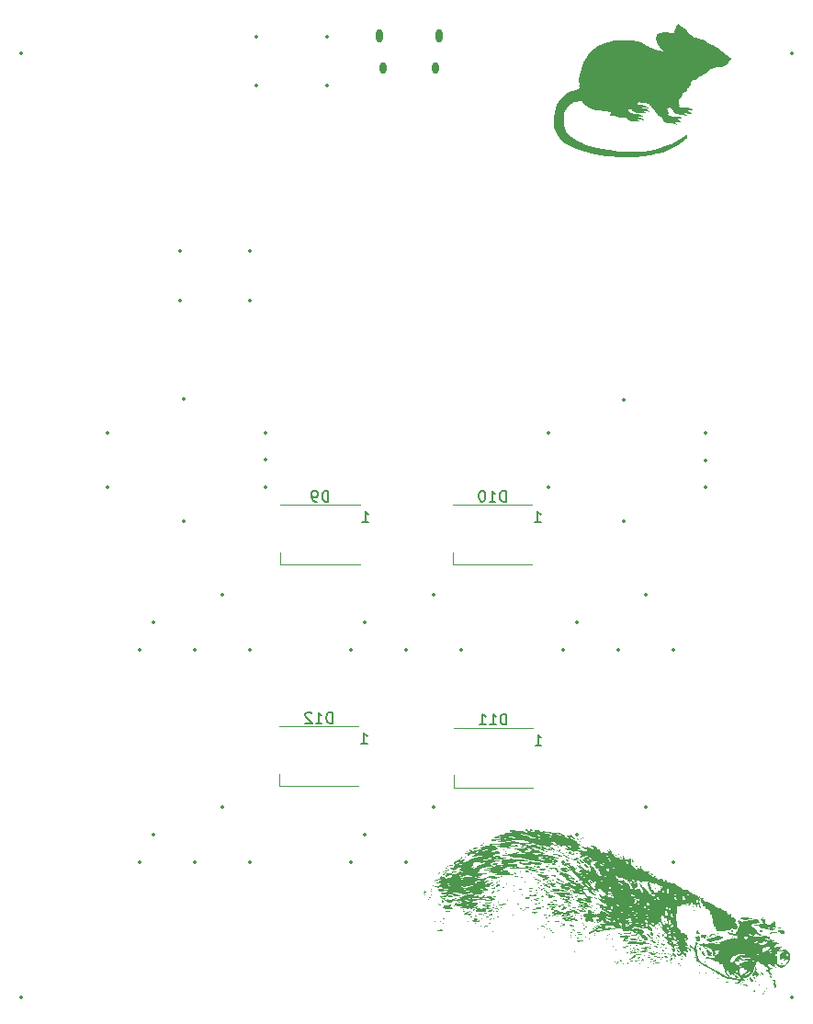
<source format=gbr>
%TF.GenerationSoftware,KiCad,Pcbnew,8.0.5*%
%TF.CreationDate,2025-01-30T00:55:53+01:00*%
%TF.ProjectId,rp2040_pad,72703230-3430-45f7-9061-642e6b696361,rev?*%
%TF.SameCoordinates,Original*%
%TF.FileFunction,Legend,Bot*%
%TF.FilePolarity,Positive*%
%FSLAX46Y46*%
G04 Gerber Fmt 4.6, Leading zero omitted, Abs format (unit mm)*
G04 Created by KiCad (PCBNEW 8.0.5) date 2025-01-30 00:55:53*
%MOMM*%
%LPD*%
G01*
G04 APERTURE LIST*
%ADD10C,0.300000*%
%ADD11C,0.150000*%
%ADD12C,0.000000*%
%ADD13C,0.120000*%
%ADD14C,0.350000*%
%ADD15O,0.700000X1.200000*%
%ADD16O,0.650000X1.050000*%
G04 APERTURE END LIST*
D10*
X145071427Y-141749757D02*
X145214285Y-141678328D01*
X145214285Y-141678328D02*
X145428570Y-141678328D01*
X145428570Y-141678328D02*
X145642856Y-141749757D01*
X145642856Y-141749757D02*
X145785713Y-141892614D01*
X145785713Y-141892614D02*
X145857142Y-142035471D01*
X145857142Y-142035471D02*
X145928570Y-142321185D01*
X145928570Y-142321185D02*
X145928570Y-142535471D01*
X145928570Y-142535471D02*
X145857142Y-142821185D01*
X145857142Y-142821185D02*
X145785713Y-142964042D01*
X145785713Y-142964042D02*
X145642856Y-143106900D01*
X145642856Y-143106900D02*
X145428570Y-143178328D01*
X145428570Y-143178328D02*
X145285713Y-143178328D01*
X145285713Y-143178328D02*
X145071427Y-143106900D01*
X145071427Y-143106900D02*
X144999999Y-143035471D01*
X144999999Y-143035471D02*
X144999999Y-142535471D01*
X144999999Y-142535471D02*
X145285713Y-142535471D01*
X144142856Y-141678328D02*
X144142856Y-142035471D01*
X144499999Y-141892614D02*
X144142856Y-142035471D01*
X144142856Y-142035471D02*
X143785713Y-141892614D01*
X144357142Y-142321185D02*
X144142856Y-142035471D01*
X144142856Y-142035471D02*
X143928570Y-142321185D01*
X142999999Y-141678328D02*
X142999999Y-142035471D01*
X143357142Y-141892614D02*
X142999999Y-142035471D01*
X142999999Y-142035471D02*
X142642856Y-141892614D01*
X143214285Y-142321185D02*
X142999999Y-142035471D01*
X142999999Y-142035471D02*
X142785713Y-142321185D01*
X141857142Y-141678328D02*
X141857142Y-142035471D01*
X142214285Y-141892614D02*
X141857142Y-142035471D01*
X141857142Y-142035471D02*
X141499999Y-141892614D01*
X142071428Y-142321185D02*
X141857142Y-142035471D01*
X141857142Y-142035471D02*
X141642856Y-142321185D01*
X148071427Y-65249757D02*
X148214285Y-65178328D01*
X148214285Y-65178328D02*
X148428570Y-65178328D01*
X148428570Y-65178328D02*
X148642856Y-65249757D01*
X148642856Y-65249757D02*
X148785713Y-65392614D01*
X148785713Y-65392614D02*
X148857142Y-65535471D01*
X148857142Y-65535471D02*
X148928570Y-65821185D01*
X148928570Y-65821185D02*
X148928570Y-66035471D01*
X148928570Y-66035471D02*
X148857142Y-66321185D01*
X148857142Y-66321185D02*
X148785713Y-66464042D01*
X148785713Y-66464042D02*
X148642856Y-66606900D01*
X148642856Y-66606900D02*
X148428570Y-66678328D01*
X148428570Y-66678328D02*
X148285713Y-66678328D01*
X148285713Y-66678328D02*
X148071427Y-66606900D01*
X148071427Y-66606900D02*
X147999999Y-66535471D01*
X147999999Y-66535471D02*
X147999999Y-66035471D01*
X147999999Y-66035471D02*
X148285713Y-66035471D01*
X147142856Y-65178328D02*
X147142856Y-65535471D01*
X147499999Y-65392614D02*
X147142856Y-65535471D01*
X147142856Y-65535471D02*
X146785713Y-65392614D01*
X147357142Y-65821185D02*
X147142856Y-65535471D01*
X147142856Y-65535471D02*
X146928570Y-65821185D01*
X145999999Y-65178328D02*
X145999999Y-65535471D01*
X146357142Y-65392614D02*
X145999999Y-65535471D01*
X145999999Y-65535471D02*
X145642856Y-65392614D01*
X146214285Y-65821185D02*
X145999999Y-65535471D01*
X145999999Y-65535471D02*
X145785713Y-65821185D01*
X144857142Y-65178328D02*
X144857142Y-65535471D01*
X145214285Y-65392614D02*
X144857142Y-65535471D01*
X144857142Y-65535471D02*
X144499999Y-65392614D01*
X145071428Y-65821185D02*
X144857142Y-65535471D01*
X144857142Y-65535471D02*
X144642856Y-65821185D01*
D11*
X134214285Y-124354819D02*
X134214285Y-123354819D01*
X134214285Y-123354819D02*
X133976190Y-123354819D01*
X133976190Y-123354819D02*
X133833333Y-123402438D01*
X133833333Y-123402438D02*
X133738095Y-123497676D01*
X133738095Y-123497676D02*
X133690476Y-123592914D01*
X133690476Y-123592914D02*
X133642857Y-123783390D01*
X133642857Y-123783390D02*
X133642857Y-123926247D01*
X133642857Y-123926247D02*
X133690476Y-124116723D01*
X133690476Y-124116723D02*
X133738095Y-124211961D01*
X133738095Y-124211961D02*
X133833333Y-124307200D01*
X133833333Y-124307200D02*
X133976190Y-124354819D01*
X133976190Y-124354819D02*
X134214285Y-124354819D01*
X132690476Y-124354819D02*
X133261904Y-124354819D01*
X132976190Y-124354819D02*
X132976190Y-123354819D01*
X132976190Y-123354819D02*
X133071428Y-123497676D01*
X133071428Y-123497676D02*
X133166666Y-123592914D01*
X133166666Y-123592914D02*
X133261904Y-123640533D01*
X131738095Y-124354819D02*
X132309523Y-124354819D01*
X132023809Y-124354819D02*
X132023809Y-123354819D01*
X132023809Y-123354819D02*
X132119047Y-123497676D01*
X132119047Y-123497676D02*
X132214285Y-123592914D01*
X132214285Y-123592914D02*
X132309523Y-123640533D01*
X136864285Y-126254819D02*
X137435713Y-126254819D01*
X137149999Y-126254819D02*
X137149999Y-125254819D01*
X137149999Y-125254819D02*
X137245237Y-125397676D01*
X137245237Y-125397676D02*
X137340475Y-125492914D01*
X137340475Y-125492914D02*
X137435713Y-125540533D01*
X117788094Y-103804819D02*
X117788094Y-102804819D01*
X117788094Y-102804819D02*
X117549999Y-102804819D01*
X117549999Y-102804819D02*
X117407142Y-102852438D01*
X117407142Y-102852438D02*
X117311904Y-102947676D01*
X117311904Y-102947676D02*
X117264285Y-103042914D01*
X117264285Y-103042914D02*
X117216666Y-103233390D01*
X117216666Y-103233390D02*
X117216666Y-103376247D01*
X117216666Y-103376247D02*
X117264285Y-103566723D01*
X117264285Y-103566723D02*
X117311904Y-103661961D01*
X117311904Y-103661961D02*
X117407142Y-103757200D01*
X117407142Y-103757200D02*
X117549999Y-103804819D01*
X117549999Y-103804819D02*
X117788094Y-103804819D01*
X116740475Y-103804819D02*
X116549999Y-103804819D01*
X116549999Y-103804819D02*
X116454761Y-103757200D01*
X116454761Y-103757200D02*
X116407142Y-103709580D01*
X116407142Y-103709580D02*
X116311904Y-103566723D01*
X116311904Y-103566723D02*
X116264285Y-103376247D01*
X116264285Y-103376247D02*
X116264285Y-102995295D01*
X116264285Y-102995295D02*
X116311904Y-102900057D01*
X116311904Y-102900057D02*
X116359523Y-102852438D01*
X116359523Y-102852438D02*
X116454761Y-102804819D01*
X116454761Y-102804819D02*
X116645237Y-102804819D01*
X116645237Y-102804819D02*
X116740475Y-102852438D01*
X116740475Y-102852438D02*
X116788094Y-102900057D01*
X116788094Y-102900057D02*
X116835713Y-102995295D01*
X116835713Y-102995295D02*
X116835713Y-103233390D01*
X116835713Y-103233390D02*
X116788094Y-103328628D01*
X116788094Y-103328628D02*
X116740475Y-103376247D01*
X116740475Y-103376247D02*
X116645237Y-103423866D01*
X116645237Y-103423866D02*
X116454761Y-103423866D01*
X116454761Y-103423866D02*
X116359523Y-103376247D01*
X116359523Y-103376247D02*
X116311904Y-103328628D01*
X116311904Y-103328628D02*
X116264285Y-103233390D01*
X120914285Y-105704819D02*
X121485713Y-105704819D01*
X121199999Y-105704819D02*
X121199999Y-104704819D01*
X121199999Y-104704819D02*
X121295237Y-104847676D01*
X121295237Y-104847676D02*
X121390475Y-104942914D01*
X121390475Y-104942914D02*
X121485713Y-104990533D01*
X134164285Y-103804819D02*
X134164285Y-102804819D01*
X134164285Y-102804819D02*
X133926190Y-102804819D01*
X133926190Y-102804819D02*
X133783333Y-102852438D01*
X133783333Y-102852438D02*
X133688095Y-102947676D01*
X133688095Y-102947676D02*
X133640476Y-103042914D01*
X133640476Y-103042914D02*
X133592857Y-103233390D01*
X133592857Y-103233390D02*
X133592857Y-103376247D01*
X133592857Y-103376247D02*
X133640476Y-103566723D01*
X133640476Y-103566723D02*
X133688095Y-103661961D01*
X133688095Y-103661961D02*
X133783333Y-103757200D01*
X133783333Y-103757200D02*
X133926190Y-103804819D01*
X133926190Y-103804819D02*
X134164285Y-103804819D01*
X132640476Y-103804819D02*
X133211904Y-103804819D01*
X132926190Y-103804819D02*
X132926190Y-102804819D01*
X132926190Y-102804819D02*
X133021428Y-102947676D01*
X133021428Y-102947676D02*
X133116666Y-103042914D01*
X133116666Y-103042914D02*
X133211904Y-103090533D01*
X132021428Y-102804819D02*
X131926190Y-102804819D01*
X131926190Y-102804819D02*
X131830952Y-102852438D01*
X131830952Y-102852438D02*
X131783333Y-102900057D01*
X131783333Y-102900057D02*
X131735714Y-102995295D01*
X131735714Y-102995295D02*
X131688095Y-103185771D01*
X131688095Y-103185771D02*
X131688095Y-103423866D01*
X131688095Y-103423866D02*
X131735714Y-103614342D01*
X131735714Y-103614342D02*
X131783333Y-103709580D01*
X131783333Y-103709580D02*
X131830952Y-103757200D01*
X131830952Y-103757200D02*
X131926190Y-103804819D01*
X131926190Y-103804819D02*
X132021428Y-103804819D01*
X132021428Y-103804819D02*
X132116666Y-103757200D01*
X132116666Y-103757200D02*
X132164285Y-103709580D01*
X132164285Y-103709580D02*
X132211904Y-103614342D01*
X132211904Y-103614342D02*
X132259523Y-103423866D01*
X132259523Y-103423866D02*
X132259523Y-103185771D01*
X132259523Y-103185771D02*
X132211904Y-102995295D01*
X132211904Y-102995295D02*
X132164285Y-102900057D01*
X132164285Y-102900057D02*
X132116666Y-102852438D01*
X132116666Y-102852438D02*
X132021428Y-102804819D01*
X136814285Y-105704819D02*
X137385713Y-105704819D01*
X137099999Y-105704819D02*
X137099999Y-104704819D01*
X137099999Y-104704819D02*
X137195237Y-104847676D01*
X137195237Y-104847676D02*
X137290475Y-104942914D01*
X137290475Y-104942914D02*
X137385713Y-104990533D01*
X118164285Y-124204819D02*
X118164285Y-123204819D01*
X118164285Y-123204819D02*
X117926190Y-123204819D01*
X117926190Y-123204819D02*
X117783333Y-123252438D01*
X117783333Y-123252438D02*
X117688095Y-123347676D01*
X117688095Y-123347676D02*
X117640476Y-123442914D01*
X117640476Y-123442914D02*
X117592857Y-123633390D01*
X117592857Y-123633390D02*
X117592857Y-123776247D01*
X117592857Y-123776247D02*
X117640476Y-123966723D01*
X117640476Y-123966723D02*
X117688095Y-124061961D01*
X117688095Y-124061961D02*
X117783333Y-124157200D01*
X117783333Y-124157200D02*
X117926190Y-124204819D01*
X117926190Y-124204819D02*
X118164285Y-124204819D01*
X116640476Y-124204819D02*
X117211904Y-124204819D01*
X116926190Y-124204819D02*
X116926190Y-123204819D01*
X116926190Y-123204819D02*
X117021428Y-123347676D01*
X117021428Y-123347676D02*
X117116666Y-123442914D01*
X117116666Y-123442914D02*
X117211904Y-123490533D01*
X116259523Y-123300057D02*
X116211904Y-123252438D01*
X116211904Y-123252438D02*
X116116666Y-123204819D01*
X116116666Y-123204819D02*
X115878571Y-123204819D01*
X115878571Y-123204819D02*
X115783333Y-123252438D01*
X115783333Y-123252438D02*
X115735714Y-123300057D01*
X115735714Y-123300057D02*
X115688095Y-123395295D01*
X115688095Y-123395295D02*
X115688095Y-123490533D01*
X115688095Y-123490533D02*
X115735714Y-123633390D01*
X115735714Y-123633390D02*
X116307142Y-124204819D01*
X116307142Y-124204819D02*
X115688095Y-124204819D01*
X120814285Y-126104819D02*
X121385713Y-126104819D01*
X121099999Y-126104819D02*
X121099999Y-125104819D01*
X121099999Y-125104819D02*
X121195237Y-125247676D01*
X121195237Y-125247676D02*
X121290475Y-125342914D01*
X121290475Y-125342914D02*
X121385713Y-125390533D01*
D12*
%TO.C,G\u002A\u002A\u002A*%
G36*
X157563034Y-149520674D02*
G01*
X157558915Y-149550891D01*
X157524982Y-149558727D01*
X157518150Y-149550361D01*
X157524982Y-149482622D01*
X157542150Y-149473692D01*
X157563034Y-149520674D01*
G37*
G36*
X157563034Y-149263820D02*
G01*
X157534495Y-149292360D01*
X157505955Y-149263820D01*
X157534495Y-149235281D01*
X157563034Y-149263820D01*
G37*
G36*
X157892864Y-149064125D02*
G01*
X157945302Y-149082146D01*
X157905506Y-149149663D01*
X157862146Y-149197456D01*
X157812899Y-149235281D01*
X157803082Y-149225821D01*
X157791349Y-149149663D01*
X157803889Y-149106774D01*
X157883956Y-149064045D01*
X157892864Y-149064125D01*
G37*
G36*
X157620113Y-149035506D02*
G01*
X157591573Y-149064045D01*
X157563034Y-149035506D01*
X157591573Y-149006966D01*
X157620113Y-149035506D01*
G37*
G36*
X158100756Y-148840212D02*
G01*
X158105281Y-148892809D01*
X158093566Y-148909891D01*
X158044834Y-148949888D01*
X158039138Y-148948404D01*
X158019663Y-148892809D01*
X158021986Y-148877164D01*
X158080111Y-148835730D01*
X158100756Y-148840212D01*
G37*
G36*
X157163484Y-148862261D02*
G01*
X157143055Y-148913276D01*
X157049326Y-148949888D01*
X156983184Y-148944947D01*
X156935169Y-148923357D01*
X156959672Y-148893867D01*
X157049326Y-148835730D01*
X157066122Y-148826972D01*
X157143751Y-148805440D01*
X157163484Y-148862261D01*
G37*
G36*
X159161236Y-148750112D02*
G01*
X159132697Y-148778652D01*
X159104158Y-148750112D01*
X159132697Y-148721573D01*
X159161236Y-148750112D01*
G37*
G36*
X158204543Y-148609074D02*
G01*
X158247978Y-148664494D01*
X158246319Y-148678138D01*
X158190899Y-148721573D01*
X158177256Y-148719914D01*
X158133821Y-148664494D01*
X158135479Y-148650851D01*
X158190899Y-148607416D01*
X158204543Y-148609074D01*
G37*
G36*
X159218315Y-148578876D02*
G01*
X159189776Y-148607416D01*
X159161236Y-148578876D01*
X159189776Y-148550337D01*
X159218315Y-148578876D01*
G37*
G36*
X159001416Y-148129949D02*
G01*
X159002435Y-148179348D01*
X159023989Y-148286442D01*
X159078419Y-148300307D01*
X159121099Y-148300799D01*
X159125375Y-148357453D01*
X159081181Y-148446989D01*
X158999654Y-148536067D01*
X158975559Y-148554474D01*
X158882739Y-148602879D01*
X158842014Y-148590273D01*
X158877458Y-148519852D01*
X158897287Y-148493428D01*
X158919150Y-148406099D01*
X158870177Y-148282197D01*
X158849068Y-148240758D01*
X158821690Y-148148543D01*
X158847655Y-148122247D01*
X158932922Y-148122247D01*
X158961461Y-148150787D01*
X158990000Y-148122247D01*
X158961461Y-148093708D01*
X158932922Y-148122247D01*
X158847655Y-148122247D01*
X158861573Y-148108151D01*
X158925346Y-148064681D01*
X158914082Y-148007142D01*
X158818764Y-147979551D01*
X158752193Y-147963659D01*
X158704607Y-147893933D01*
X158711656Y-147864278D01*
X158781871Y-147815858D01*
X158883982Y-147815767D01*
X158963800Y-147869178D01*
X158966746Y-147874557D01*
X158991328Y-147977743D01*
X159000906Y-148122247D01*
X159001416Y-148129949D01*
G37*
G36*
X157905506Y-148436180D02*
G01*
X157901387Y-148466397D01*
X157867454Y-148474232D01*
X157860622Y-148465866D01*
X157867454Y-148398127D01*
X157884622Y-148389198D01*
X157905506Y-148436180D01*
G37*
G36*
X135288815Y-134140400D02*
G01*
X135352078Y-134173817D01*
X135359559Y-134185543D01*
X135370156Y-134202153D01*
X135416997Y-134165740D01*
X135417091Y-134165590D01*
X135468076Y-134128197D01*
X135570420Y-134128004D01*
X135752429Y-134164943D01*
X135865038Y-134196785D01*
X135980579Y-134245941D01*
X136012344Y-134286336D01*
X136005196Y-134303622D01*
X136037114Y-134334037D01*
X136041014Y-134337753D01*
X136056906Y-134336910D01*
X136101461Y-134313882D01*
X136101709Y-134312582D01*
X136215618Y-134312582D01*
X136217102Y-134318278D01*
X136272697Y-134337753D01*
X136288342Y-134335430D01*
X136301573Y-134316869D01*
X136682344Y-134316869D01*
X136729326Y-134337753D01*
X136759544Y-134333634D01*
X136765794Y-134306564D01*
X137774269Y-134306564D01*
X137839000Y-134363603D01*
X137864291Y-134383642D01*
X137882036Y-134394831D01*
X137946738Y-134435627D01*
X138022748Y-134430176D01*
X138145309Y-134368064D01*
X138148340Y-134366292D01*
X138612922Y-134366292D01*
X138641461Y-134394831D01*
X138670000Y-134366292D01*
X138641461Y-134337753D01*
X138612922Y-134366292D01*
X138148340Y-134366292D01*
X138197217Y-134337717D01*
X138236691Y-134293650D01*
X138183450Y-134259503D01*
X138113408Y-134234813D01*
X138055223Y-134231811D01*
X138062331Y-134252135D01*
X138074447Y-134286778D01*
X138080327Y-134298760D01*
X138050105Y-134326930D01*
X137920849Y-134312628D01*
X137907110Y-134309974D01*
X137792365Y-134291557D01*
X137782546Y-134299700D01*
X137774269Y-134306564D01*
X136765794Y-134306564D01*
X136767379Y-134299700D01*
X136759013Y-134292869D01*
X136691274Y-134299700D01*
X136682344Y-134316869D01*
X136301573Y-134316869D01*
X136329776Y-134277306D01*
X136325294Y-134256660D01*
X136272697Y-134252135D01*
X137642585Y-134252135D01*
X137667756Y-134277306D01*
X137671124Y-134280674D01*
X137699663Y-134252135D01*
X137671124Y-134223596D01*
X137642585Y-134252135D01*
X136272697Y-134252135D01*
X136255615Y-134263850D01*
X136215618Y-134312582D01*
X136101709Y-134312582D01*
X136105886Y-134290714D01*
X136136107Y-134199725D01*
X136138430Y-134134297D01*
X136053858Y-134109438D01*
X136014660Y-134107508D01*
X135921519Y-134075269D01*
X135914808Y-134024592D01*
X136005261Y-133983334D01*
X136098840Y-133983703D01*
X136206621Y-134033886D01*
X136210433Y-134037904D01*
X136301759Y-134101091D01*
X136364654Y-134095704D01*
X136366213Y-134023820D01*
X136360108Y-134007512D01*
X136350127Y-133950398D01*
X136397694Y-133950047D01*
X136525075Y-134003627D01*
X136574082Y-134030376D01*
X136635402Y-134096619D01*
X136614242Y-134138949D01*
X136513453Y-134127084D01*
X136450524Y-134114746D01*
X136478486Y-134161276D01*
X136493114Y-134174233D01*
X136592104Y-134203500D01*
X136708811Y-134189053D01*
X136799426Y-134142102D01*
X136820140Y-134073857D01*
X136817077Y-134014534D01*
X136865907Y-133999241D01*
X136931506Y-134056251D01*
X136955901Y-134079844D01*
X137047634Y-134087118D01*
X137065020Y-134083149D01*
X137182225Y-134095320D01*
X137335541Y-134144534D01*
X137450774Y-134187961D01*
X137541380Y-134198436D01*
X137592052Y-134156476D01*
X137599676Y-134144920D01*
X137657657Y-134109846D01*
X137755690Y-134153162D01*
X137853746Y-134189734D01*
X138008969Y-134191117D01*
X138118663Y-134184456D01*
X138273502Y-134225229D01*
X138302442Y-134238355D01*
X138460417Y-134278952D01*
X138612919Y-134293650D01*
X138647149Y-134296949D01*
X138716417Y-134299783D01*
X138832150Y-134317463D01*
X138865229Y-134345110D01*
X138871079Y-134366292D01*
X138874999Y-134380484D01*
X138961682Y-134448949D01*
X138984810Y-134460987D01*
X139107402Y-134524796D01*
X139234058Y-134572546D01*
X139283596Y-134591222D01*
X139366682Y-134604514D01*
X139412023Y-134569914D01*
X139388857Y-134533755D01*
X139294113Y-134508989D01*
X139263317Y-134507569D01*
X139122024Y-134473189D01*
X139004495Y-134409590D01*
X138955394Y-134339164D01*
X138989177Y-134301466D01*
X139096856Y-134305984D01*
X139251762Y-134356263D01*
X139426293Y-134446041D01*
X139482685Y-134483252D01*
X139595485Y-134578586D01*
X139640337Y-134651217D01*
X139657743Y-134701775D01*
X139757637Y-134768581D01*
X139814827Y-134777236D01*
X139916129Y-134792567D01*
X139952272Y-134791027D01*
X139978206Y-134772964D01*
X139911461Y-134714926D01*
X139852635Y-134657708D01*
X139811573Y-134574045D01*
X139812741Y-134560247D01*
X139860431Y-134512547D01*
X139941016Y-134525824D01*
X140003451Y-134594607D01*
X140028475Y-134634047D01*
X140123715Y-134680225D01*
X140183108Y-134666045D01*
X140206692Y-134607572D01*
X140139776Y-134546791D01*
X140098976Y-134525321D01*
X140141567Y-134513495D01*
X140179732Y-134521447D01*
X140247562Y-134594607D01*
X140270943Y-134634355D01*
X140351081Y-134680225D01*
X140423432Y-134708707D01*
X140525057Y-134794382D01*
X140575163Y-134852396D01*
X140593403Y-134898988D01*
X140533903Y-134908539D01*
X140447397Y-134883004D01*
X140332019Y-134801119D01*
X140249283Y-134740698D01*
X140148166Y-134740937D01*
X140113932Y-134766564D01*
X140098620Y-134805548D01*
X140162466Y-134844808D01*
X140233220Y-134880000D01*
X140338714Y-134932471D01*
X140467203Y-134965618D01*
X140552201Y-134991269D01*
X140663110Y-135077564D01*
X140685651Y-135108315D01*
X140744078Y-135188025D01*
X140758863Y-135279551D01*
X140759576Y-135283964D01*
X140755701Y-135295890D01*
X140779004Y-135349308D01*
X140797258Y-135351744D01*
X140897859Y-135365169D01*
X140898569Y-135365169D01*
X141017763Y-135383150D01*
X141067304Y-135426094D01*
X141044204Y-135456599D01*
X140949547Y-135449644D01*
X140886505Y-135432637D01*
X140861222Y-135452302D01*
X140906738Y-135545685D01*
X140969721Y-135648519D01*
X141064104Y-135781445D01*
X141098160Y-135825219D01*
X141110794Y-135863823D01*
X141035564Y-135842828D01*
X140968292Y-135808599D01*
X140878962Y-135726215D01*
X140869892Y-135712080D01*
X140800094Y-135650824D01*
X140784931Y-135657487D01*
X140757610Y-135669493D01*
X140777894Y-135757214D01*
X140804640Y-135827384D01*
X140798928Y-135899911D01*
X140798858Y-135922091D01*
X140872285Y-135940744D01*
X140935916Y-135943987D01*
X141146014Y-135959317D01*
X141355994Y-135979931D01*
X141527911Y-136001785D01*
X141623821Y-136020834D01*
X141666662Y-136033404D01*
X141681663Y-136020426D01*
X142449386Y-136020426D01*
X142456218Y-136088165D01*
X142473386Y-136097095D01*
X142494270Y-136050112D01*
X142490151Y-136019895D01*
X142456218Y-136012060D01*
X142449386Y-136020426D01*
X141681663Y-136020426D01*
X141691752Y-136011697D01*
X141660523Y-135912084D01*
X141625089Y-135863763D01*
X141517826Y-135821798D01*
X141457367Y-135813107D01*
X141409776Y-135771376D01*
X141402460Y-135754032D01*
X141327190Y-135701069D01*
X141212763Y-135656715D01*
X141112167Y-135643704D01*
X141095779Y-135630346D01*
X141108372Y-135552875D01*
X141135705Y-135504196D01*
X141168153Y-135525021D01*
X141212379Y-135567938D01*
X141325546Y-135593483D01*
X141416932Y-135607025D01*
X141499160Y-135656656D01*
X141530781Y-135685931D01*
X141587272Y-135642386D01*
X141622321Y-135599311D01*
X141637216Y-135636292D01*
X141642022Y-135662619D01*
X141701276Y-135707640D01*
X141729213Y-135695013D01*
X141731297Y-135621217D01*
X141753015Y-135601575D01*
X141852624Y-135642071D01*
X142016818Y-135738653D01*
X142147134Y-135818160D01*
X142294800Y-135892217D01*
X142364167Y-135901936D01*
X142349751Y-135847543D01*
X142302164Y-135793258D01*
X142437191Y-135793258D01*
X142465731Y-135821798D01*
X142494270Y-135793258D01*
X142465731Y-135764719D01*
X142437191Y-135793258D01*
X142302164Y-135793258D01*
X142246064Y-135729261D01*
X142220636Y-135702928D01*
X142136119Y-135597718D01*
X142096339Y-135520544D01*
X142108633Y-135492931D01*
X142180337Y-135536405D01*
X142238351Y-135573556D01*
X142265955Y-135543394D01*
X142268749Y-135523638D01*
X142323034Y-135479326D01*
X142348230Y-135487835D01*
X142380113Y-135561667D01*
X142400471Y-135609954D01*
X142500378Y-135620846D01*
X142513114Y-135618538D01*
X142592140Y-135626430D01*
X142592303Y-135706055D01*
X142589434Y-135772927D01*
X142607323Y-135793258D01*
X142657544Y-135850335D01*
X142707790Y-135866571D01*
X142756621Y-135868291D01*
X142758716Y-135863494D01*
X142800216Y-135871920D01*
X142865005Y-135940174D01*
X142924695Y-136032488D01*
X142930424Y-136050112D01*
X142950899Y-136113093D01*
X142969305Y-136164270D01*
X142977637Y-136187438D01*
X143068511Y-136240375D01*
X143093596Y-136254988D01*
X143187813Y-136293769D01*
X143190922Y-136297453D01*
X143236293Y-136351207D01*
X143238987Y-136369757D01*
X143278249Y-136369654D01*
X143280014Y-136367634D01*
X143272512Y-136337223D01*
X143378602Y-136337223D01*
X143412008Y-136389216D01*
X143454415Y-136455219D01*
X143487888Y-136506742D01*
X143551381Y-136604475D01*
X143559812Y-136620899D01*
X143628176Y-136754082D01*
X143640384Y-136777865D01*
X143650797Y-136801106D01*
X143714976Y-136916425D01*
X143734171Y-136934831D01*
X143763934Y-136963371D01*
X143798354Y-136944801D01*
X143802524Y-136901913D01*
X145208152Y-136901913D01*
X145213682Y-136956236D01*
X145243417Y-136987154D01*
X145253454Y-136997591D01*
X145306924Y-137077528D01*
X145323741Y-137102670D01*
X145372993Y-137170452D01*
X145430566Y-137210712D01*
X145453595Y-137226816D01*
X145478207Y-137229837D01*
X145466993Y-137212256D01*
X145447959Y-137196375D01*
X145438287Y-137115012D01*
X145442890Y-137055557D01*
X145397737Y-136954038D01*
X145317586Y-136880751D01*
X145236611Y-136876167D01*
X145208152Y-136901913D01*
X143802524Y-136901913D01*
X143806365Y-136862404D01*
X143768173Y-136750474D01*
X143734580Y-136705370D01*
X144332982Y-136705370D01*
X144339813Y-136773109D01*
X144356981Y-136782038D01*
X144377866Y-136735056D01*
X144373746Y-136704839D01*
X144339813Y-136697004D01*
X144332982Y-136705370D01*
X143734580Y-136705370D01*
X143692922Y-136649438D01*
X143618642Y-136558190D01*
X143589974Y-136478202D01*
X144035394Y-136478202D01*
X144063933Y-136506742D01*
X144092472Y-136478202D01*
X144063933Y-136449663D01*
X144035394Y-136478202D01*
X143589974Y-136478202D01*
X143578764Y-136446923D01*
X143565993Y-136392198D01*
X143484977Y-136311730D01*
X143389867Y-136290860D01*
X143378602Y-136337223D01*
X143272512Y-136337223D01*
X143264942Y-136306536D01*
X143179214Y-136221348D01*
X143102869Y-136150818D01*
X143077729Y-136083042D01*
X143136528Y-136069941D01*
X143263051Y-136129314D01*
X143270280Y-136133981D01*
X143367456Y-136180147D01*
X143407528Y-136167377D01*
X143422324Y-136142397D01*
X143499733Y-136146156D01*
X143527628Y-136155394D01*
X143568061Y-136140697D01*
X143549226Y-136044477D01*
X143506514Y-135907416D01*
X143642527Y-136021573D01*
X143748890Y-136117028D01*
X143820475Y-136192809D01*
X143858721Y-136232380D01*
X143862098Y-136203550D01*
X143831033Y-136123983D01*
X143773174Y-136021394D01*
X143717090Y-135907712D01*
X143704941Y-135814279D01*
X143706803Y-135810388D01*
X143747244Y-135825889D01*
X143816104Y-135906996D01*
X143891895Y-136021596D01*
X143953129Y-136137576D01*
X143978315Y-136222820D01*
X143994161Y-136245421D01*
X144073296Y-136238396D01*
X144128587Y-136225891D01*
X144128198Y-136266799D01*
X144126679Y-136301385D01*
X144183705Y-136403377D01*
X144251784Y-136478202D01*
X144301962Y-136533353D01*
X144376580Y-136600397D01*
X144493993Y-136691200D01*
X144573261Y-136734985D01*
X144597319Y-136723737D01*
X144549102Y-136649438D01*
X144541871Y-136640513D01*
X144508692Y-136574652D01*
X144543800Y-136564799D01*
X144622181Y-136605050D01*
X144718822Y-136689501D01*
X144765130Y-136735056D01*
X144788901Y-136758441D01*
X144854240Y-136779646D01*
X144926393Y-136724699D01*
X144983137Y-136637594D01*
X144957307Y-136522914D01*
X144953732Y-136516160D01*
X144927686Y-136433494D01*
X144980274Y-136411611D01*
X145029815Y-136435385D01*
X145063683Y-136530524D01*
X145072669Y-136606274D01*
X145120762Y-136735056D01*
X145175501Y-136789822D01*
X145226911Y-136743232D01*
X145264100Y-136702870D01*
X145315897Y-136728962D01*
X145343366Y-136756083D01*
X145436486Y-136788146D01*
X145532407Y-136784119D01*
X145576517Y-136741398D01*
X145563527Y-136716809D01*
X145482773Y-136698589D01*
X145433647Y-136691420D01*
X145364270Y-136620899D01*
X145363960Y-136619826D01*
X145354918Y-136566839D01*
X145394554Y-136613942D01*
X145429504Y-136649629D01*
X145499417Y-136661812D01*
X145502327Y-136660157D01*
X145578645Y-136663832D01*
X145664979Y-136715316D01*
X145723104Y-136783481D01*
X145714791Y-136837198D01*
X145701933Y-136862404D01*
X145675413Y-136914390D01*
X145664900Y-137048989D01*
X145668237Y-137100408D01*
X145677816Y-137229837D01*
X145680666Y-137268350D01*
X145691062Y-137334382D01*
X145693031Y-137346887D01*
X145710995Y-137356101D01*
X145740222Y-137316074D01*
X145742095Y-137313266D01*
X145792611Y-137297255D01*
X145880781Y-137357883D01*
X146019844Y-137504053D01*
X146131275Y-137619775D01*
X146131395Y-137619900D01*
X146234769Y-137701088D01*
X146288472Y-137707866D01*
X146298138Y-137687126D01*
X146292438Y-137595180D01*
X146284994Y-137577311D01*
X146313665Y-137508631D01*
X146334594Y-137500671D01*
X146403582Y-137533226D01*
X146473843Y-137592828D01*
X146526798Y-137558513D01*
X146532884Y-137448539D01*
X146525730Y-137353434D01*
X146548663Y-137305843D01*
X146604577Y-137348078D01*
X146634936Y-137454146D01*
X146620981Y-137572060D01*
X146608457Y-137628813D01*
X146651715Y-137625521D01*
X146693076Y-137616625D01*
X146753950Y-137675347D01*
X146788164Y-137727163D01*
X146862418Y-137791011D01*
X146879657Y-137805834D01*
X146988468Y-137869392D01*
X147011000Y-137876629D01*
X147079497Y-137898630D01*
X147117641Y-137874343D01*
X147106795Y-137818214D01*
X147058554Y-137701641D01*
X147028190Y-137633011D01*
X147028651Y-137591236D01*
X147039737Y-137598235D01*
X147095155Y-137673688D01*
X147170833Y-137805281D01*
X147204382Y-137865408D01*
X147262300Y-137947907D01*
X147286354Y-137947978D01*
X147291393Y-137921881D01*
X147347964Y-137876629D01*
X147376776Y-137897007D01*
X147355214Y-137962247D01*
X147345502Y-137991633D01*
X147336727Y-138008570D01*
X147321610Y-138076405D01*
X147317382Y-138095380D01*
X147335417Y-138107798D01*
X147386303Y-138142835D01*
X147486298Y-138195624D01*
X147614051Y-138291790D01*
X147623963Y-138299963D01*
X147689816Y-138354261D01*
X147722607Y-138361798D01*
X147758022Y-138369938D01*
X147832698Y-138311300D01*
X147904860Y-138261845D01*
X147989881Y-138257566D01*
X148021772Y-138285506D01*
X147985279Y-138319926D01*
X147978830Y-138322384D01*
X147925530Y-138384605D01*
X147924130Y-138464784D01*
X147977189Y-138504494D01*
X147995502Y-138501826D01*
X148008376Y-138457150D01*
X148012345Y-138429425D01*
X148078581Y-138418324D01*
X148171540Y-138434487D01*
X148243781Y-138474430D01*
X148256604Y-138493055D01*
X148220349Y-138484175D01*
X148189577Y-138473197D01*
X148118863Y-138500700D01*
X148122071Y-138533692D01*
X148123632Y-138549741D01*
X148169253Y-138590112D01*
X148200537Y-138617796D01*
X148267403Y-138643859D01*
X148324129Y-138613360D01*
X148322237Y-138487780D01*
X148351831Y-138476283D01*
X148443905Y-138514297D01*
X148540374Y-138560887D01*
X148630225Y-138588090D01*
X148670347Y-138618929D01*
X148705974Y-138721829D01*
X148719506Y-138774739D01*
X148773672Y-138828412D01*
X148830592Y-138795170D01*
X148854008Y-138684223D01*
X148853168Y-138619102D01*
X148865679Y-138571163D01*
X148903949Y-138617033D01*
X148977064Y-138762490D01*
X148987700Y-138784270D01*
X149069078Y-138904058D01*
X149136709Y-138915955D01*
X149162373Y-138899320D01*
X149294447Y-138878488D01*
X149401995Y-138961124D01*
X149425204Y-138989663D01*
X149437251Y-139004476D01*
X149456992Y-138975751D01*
X149496972Y-138921801D01*
X149597411Y-138930712D01*
X149730184Y-138994398D01*
X149867172Y-139104063D01*
X149907592Y-139142567D01*
X149969603Y-139189438D01*
X149994155Y-139207996D01*
X150028652Y-139205523D01*
X150043554Y-139196918D01*
X150118930Y-139238797D01*
X150226192Y-139327378D01*
X150236587Y-139335963D01*
X150245001Y-139343591D01*
X150384302Y-139446292D01*
X150420566Y-139473028D01*
X150525380Y-139522379D01*
X150594131Y-139554750D01*
X150738008Y-139579283D01*
X150824513Y-139537154D01*
X150832430Y-139527947D01*
X150906309Y-139538387D01*
X151031427Y-139643624D01*
X151070476Y-139681700D01*
X151080030Y-139689500D01*
X151187026Y-139776850D01*
X151266876Y-139815718D01*
X151335810Y-139849954D01*
X151425452Y-139945730D01*
X151461451Y-139993882D01*
X151519644Y-140035892D01*
X151568314Y-139990139D01*
X151576526Y-139977308D01*
X151620916Y-139940866D01*
X151660266Y-140009194D01*
X151697641Y-140071192D01*
X151743092Y-140042251D01*
X151761876Y-140026957D01*
X151831430Y-140066845D01*
X151938351Y-140212994D01*
X152006595Y-140329895D01*
X152050105Y-140451432D01*
X152028283Y-140528524D01*
X152007762Y-140565590D01*
X152005100Y-140680928D01*
X152056885Y-140870315D01*
X152084081Y-140959124D01*
X152119547Y-141125036D01*
X152122134Y-141233612D01*
X152121096Y-141237461D01*
X152100090Y-141268895D01*
X152086093Y-141187191D01*
X152079256Y-141113852D01*
X152062110Y-141085374D01*
X152022538Y-141158652D01*
X152001132Y-141199888D01*
X151988215Y-141192275D01*
X152004114Y-141080163D01*
X152009846Y-141045719D01*
X152013642Y-140936807D01*
X151975430Y-140926565D01*
X151965306Y-140931245D01*
X151925514Y-140891250D01*
X151912248Y-140740254D01*
X151892831Y-140575801D01*
X151794686Y-140380144D01*
X151677125Y-140245393D01*
X151688366Y-140331011D01*
X151713824Y-140524906D01*
X151722934Y-140583109D01*
X151727812Y-140614279D01*
X151767739Y-140788451D01*
X151810830Y-140900987D01*
X151840135Y-140973731D01*
X151807811Y-141106643D01*
X151777474Y-141157056D01*
X151748978Y-141176193D01*
X151742747Y-141087303D01*
X151729157Y-141007304D01*
X151683933Y-140958876D01*
X151646737Y-140930834D01*
X151619081Y-140830449D01*
X151611308Y-140702023D01*
X151586572Y-140830449D01*
X151581978Y-140850568D01*
X151535519Y-140938843D01*
X151481239Y-140955740D01*
X151451607Y-140887528D01*
X151437273Y-140868660D01*
X151398540Y-140930337D01*
X151371837Y-140982557D01*
X151347582Y-140988163D01*
X151346331Y-140912100D01*
X151367446Y-140772880D01*
X151410289Y-140589018D01*
X151412087Y-140581631D01*
X151521665Y-140581631D01*
X151535291Y-140658024D01*
X151554775Y-140657141D01*
X151565269Y-140583109D01*
X151556129Y-140527003D01*
X151530784Y-140548624D01*
X151521665Y-140581631D01*
X151412087Y-140581631D01*
X151433005Y-140495712D01*
X151448610Y-140349299D01*
X151429152Y-140301325D01*
X151581971Y-140301325D01*
X151588802Y-140369064D01*
X151605970Y-140377993D01*
X151626854Y-140331011D01*
X151622735Y-140300794D01*
X151588802Y-140292959D01*
X151581971Y-140301325D01*
X151429152Y-140301325D01*
X151415770Y-140268332D01*
X151391489Y-140251175D01*
X151363371Y-140285637D01*
X151358549Y-140421095D01*
X151358700Y-140441569D01*
X151358779Y-140452373D01*
X151340173Y-140592485D01*
X151295990Y-140660101D01*
X151268299Y-140676234D01*
X151227304Y-140763858D01*
X151221538Y-140798856D01*
X151169138Y-140844719D01*
X151138492Y-140881701D01*
X151148923Y-140995929D01*
X151151470Y-141006297D01*
X151162000Y-141103632D01*
X151121471Y-141106718D01*
X151086334Y-141067539D01*
X151056068Y-140955508D01*
X151045824Y-140892374D01*
X150998989Y-140844719D01*
X150994737Y-140844211D01*
X150954569Y-140785580D01*
X150933358Y-140659214D01*
X150932428Y-140639074D01*
X150925921Y-140530771D01*
X150917339Y-140532168D01*
X150900187Y-140639383D01*
X150863644Y-140770291D01*
X150797864Y-140882763D01*
X150786581Y-140893762D01*
X150720153Y-140926912D01*
X150661534Y-140859784D01*
X150624414Y-140812540D01*
X150601174Y-140830449D01*
X150571645Y-140875019D01*
X150470472Y-140901798D01*
X150378166Y-140925053D01*
X150304105Y-140987416D01*
X150270213Y-141015955D01*
X150202757Y-141098619D01*
X150124400Y-141123056D01*
X150075646Y-141045997D01*
X150051538Y-140999713D01*
X149975193Y-141013139D01*
X149923660Y-141079101D01*
X149935700Y-141130112D01*
X149950500Y-141192821D01*
X149971509Y-141268641D01*
X149968707Y-141358427D01*
X149966468Y-141430165D01*
X149913726Y-141668039D01*
X149885482Y-141786517D01*
X149882876Y-141797450D01*
X149852801Y-142010943D01*
X149861381Y-142157528D01*
X149865258Y-142171648D01*
X149881054Y-142261373D01*
X149893962Y-142334690D01*
X149908805Y-142521917D01*
X149922376Y-142700980D01*
X149948360Y-142819160D01*
X149978667Y-142957000D01*
X150033051Y-143070787D01*
X150069480Y-143147007D01*
X150185855Y-143247538D01*
X150267911Y-143298449D01*
X150275810Y-143303350D01*
X150290390Y-143399033D01*
X150291211Y-143413258D01*
X150295111Y-143480788D01*
X150388588Y-143555955D01*
X150398151Y-143563645D01*
X150496244Y-143594818D01*
X150555155Y-143574648D01*
X150564512Y-143557403D01*
X150632772Y-143546162D01*
X150729962Y-143603747D01*
X150823748Y-143713450D01*
X150841320Y-143744106D01*
X150855469Y-143782147D01*
X150897321Y-143894672D01*
X150919038Y-144047034D01*
X150904455Y-144164995D01*
X150851555Y-144212360D01*
X150804358Y-144190763D01*
X150770675Y-144098202D01*
X150754927Y-144030080D01*
X150670787Y-143984919D01*
X150619408Y-143992968D01*
X150621590Y-143998160D01*
X150634014Y-144027728D01*
X150644137Y-144036665D01*
X150695372Y-144133689D01*
X150733500Y-144272807D01*
X150736488Y-144283708D01*
X150788312Y-144443117D01*
X150868392Y-144497753D01*
X150911738Y-144503516D01*
X150920078Y-144526292D01*
X150923380Y-144535310D01*
X150913376Y-144567094D01*
X150950539Y-144650847D01*
X150978269Y-144690073D01*
X150987248Y-144755107D01*
X150928306Y-144761110D01*
X150828103Y-144697845D01*
X150748476Y-144640853D01*
X150713596Y-144647457D01*
X150743885Y-144708922D01*
X150807285Y-144776020D01*
X150831507Y-144801655D01*
X150934398Y-144862166D01*
X151053323Y-144872609D01*
X151131834Y-144819814D01*
X151137582Y-144713137D01*
X151134125Y-144702071D01*
X151123896Y-144643423D01*
X151161353Y-144656703D01*
X151263040Y-144746280D01*
X151303398Y-144782944D01*
X151426794Y-144876813D01*
X151493001Y-144884160D01*
X151512697Y-144807608D01*
X151528868Y-144740012D01*
X151601598Y-144629013D01*
X151648763Y-144560874D01*
X151661169Y-144463682D01*
X151658743Y-144378341D01*
X151718175Y-144358681D01*
X151803738Y-144418940D01*
X151814457Y-144432197D01*
X151846709Y-144510684D01*
X151781666Y-144581570D01*
X151775754Y-144586077D01*
X151698678Y-144716444D01*
X151695670Y-144913440D01*
X151767223Y-145157389D01*
X151778696Y-145186355D01*
X151819574Y-145334119D01*
X151820490Y-145434967D01*
X151819773Y-145436881D01*
X151814156Y-145580721D01*
X151865364Y-145771055D01*
X151958154Y-145966811D01*
X152077283Y-146126915D01*
X152134789Y-146178393D01*
X152318832Y-146305005D01*
X152519280Y-146406614D01*
X152610975Y-146447391D01*
X152788052Y-146545951D01*
X152909771Y-146639724D01*
X152934819Y-146662649D01*
X153066739Y-146754161D01*
X153259872Y-146866113D01*
X153481911Y-146979329D01*
X153539826Y-147007234D01*
X153782753Y-147130448D01*
X154005784Y-147252125D01*
X154166854Y-147349530D01*
X154198296Y-147370229D01*
X154397007Y-147487051D01*
X154582013Y-147575288D01*
X154726190Y-147623406D01*
X154802419Y-147619866D01*
X154866301Y-147613280D01*
X154986094Y-147644745D01*
X154987252Y-147645184D01*
X155137106Y-147685313D01*
X155331779Y-147716919D01*
X155532145Y-147736220D01*
X155699080Y-147739435D01*
X155793459Y-147722781D01*
X155800481Y-147715655D01*
X155784380Y-147648341D01*
X155700108Y-147549166D01*
X155627244Y-147467291D01*
X155618109Y-147448041D01*
X156052072Y-147448041D01*
X156136068Y-147453532D01*
X156251781Y-147448235D01*
X156492713Y-147378148D01*
X156670160Y-147221745D01*
X156675064Y-147215125D01*
X156745222Y-147086413D01*
X156726100Y-147005628D01*
X156687139Y-146991193D01*
X156660913Y-147003475D01*
X156589329Y-147036999D01*
X156437461Y-147171291D01*
X156340562Y-147261009D01*
X156200727Y-147370713D01*
X156101273Y-147424954D01*
X156078065Y-147431275D01*
X156052072Y-147448041D01*
X155618109Y-147448041D01*
X155553218Y-147311291D01*
X155522033Y-147151910D01*
X155622360Y-147151910D01*
X155650899Y-147180449D01*
X155679439Y-147151910D01*
X155650899Y-147123371D01*
X155622360Y-147151910D01*
X155522033Y-147151910D01*
X155508233Y-147081379D01*
X155487312Y-146939228D01*
X155484226Y-146925599D01*
X155696620Y-146925599D01*
X155708605Y-147073079D01*
X155728063Y-147151910D01*
X155745499Y-147222552D01*
X155803088Y-147334584D01*
X155815663Y-147348602D01*
X155889659Y-147399886D01*
X155942717Y-147402564D01*
X155936293Y-147351685D01*
X155935249Y-147318793D01*
X156005842Y-147294607D01*
X156045906Y-147291351D01*
X156195030Y-147232370D01*
X156315092Y-147125122D01*
X156364382Y-147003475D01*
X156350716Y-146938694D01*
X156293034Y-146899317D01*
X156255106Y-146903400D01*
X156124413Y-146890908D01*
X156093259Y-146823708D01*
X156091432Y-146787868D01*
X156049264Y-146769208D01*
X155941736Y-146771034D01*
X155745013Y-146791117D01*
X155713758Y-146819549D01*
X155696620Y-146925599D01*
X155484226Y-146925599D01*
X155468615Y-146856649D01*
X155458608Y-146869371D01*
X155446790Y-146928352D01*
X155443948Y-146942535D01*
X155382630Y-147054876D01*
X155342919Y-147106523D01*
X155382630Y-147123371D01*
X155425202Y-147151663D01*
X155450250Y-147251798D01*
X155439590Y-147322152D01*
X155407441Y-147318226D01*
X155402250Y-147311663D01*
X155312808Y-147250621D01*
X155171483Y-147189799D01*
X155054992Y-147152164D01*
X154941958Y-147126318D01*
X154930849Y-147144751D01*
X155020763Y-147204848D01*
X155210801Y-147303993D01*
X155217288Y-147307184D01*
X155419096Y-147412889D01*
X155521233Y-147479938D01*
X155523257Y-147504909D01*
X155424723Y-147484377D01*
X155225186Y-147414918D01*
X155144257Y-147384778D01*
X155013261Y-147343399D01*
X154958851Y-147345358D01*
X154961309Y-147388698D01*
X154969829Y-147435864D01*
X154923185Y-147454443D01*
X154879969Y-147418013D01*
X154798277Y-147301181D01*
X154709102Y-147135944D01*
X154709026Y-147135787D01*
X154606070Y-146940613D01*
X154572411Y-146899131D01*
X155058609Y-146899131D01*
X155065065Y-146948567D01*
X155086298Y-146997538D01*
X155163741Y-147051460D01*
X155243423Y-147026939D01*
X155279014Y-146928352D01*
X155268076Y-146908468D01*
X155221935Y-146952135D01*
X155212901Y-146965629D01*
X155161760Y-147008986D01*
X155104307Y-146952135D01*
X155099605Y-146945612D01*
X155058609Y-146899131D01*
X154572411Y-146899131D01*
X154535090Y-146853136D01*
X154494018Y-146872090D01*
X154480787Y-146996208D01*
X154483282Y-147028189D01*
X154540557Y-147191155D01*
X154656178Y-147367220D01*
X154663059Y-147375611D01*
X154760516Y-147512510D01*
X154775240Y-147573799D01*
X154713173Y-147553378D01*
X154580261Y-147445146D01*
X154444100Y-147293184D01*
X154304454Y-147025539D01*
X154225262Y-146680957D01*
X154220016Y-146650433D01*
X155679439Y-146650433D01*
X155683248Y-146678429D01*
X155729528Y-146723820D01*
X155760391Y-146715092D01*
X155786365Y-146694134D01*
X156262420Y-146694134D01*
X156269251Y-146761873D01*
X156286420Y-146770802D01*
X156307304Y-146723820D01*
X156303185Y-146693603D01*
X156269251Y-146685768D01*
X156262420Y-146694134D01*
X155786365Y-146694134D01*
X155840524Y-146650433D01*
X155864571Y-146593417D01*
X155790434Y-146577047D01*
X155726923Y-146590337D01*
X155679439Y-146650433D01*
X154220016Y-146650433D01*
X154205051Y-146563357D01*
X154170481Y-146444479D01*
X154137741Y-146410242D01*
X154073828Y-146421088D01*
X153953502Y-146386351D01*
X153843785Y-146316562D01*
X153795843Y-146237562D01*
X153786275Y-146194838D01*
X153724495Y-146162367D01*
X153709925Y-146164680D01*
X153547718Y-146148022D01*
X153365076Y-146083274D01*
X154834403Y-146083274D01*
X154849669Y-146206667D01*
X154866062Y-146230274D01*
X154913368Y-146258967D01*
X154980071Y-146230374D01*
X155083182Y-146133645D01*
X155089550Y-146126497D01*
X155246691Y-146126497D01*
X155305067Y-146178972D01*
X155315256Y-146187191D01*
X155372617Y-146249498D01*
X155333606Y-146269214D01*
X155310732Y-146290481D01*
X155381566Y-146343528D01*
X155459186Y-146403109D01*
X155471940Y-146455663D01*
X155462883Y-146474868D01*
X155513499Y-146495506D01*
X155578720Y-146471215D01*
X155666192Y-146381348D01*
X155723467Y-146310502D01*
X155797448Y-146267191D01*
X155817883Y-146271661D01*
X155822135Y-146324270D01*
X155814004Y-146338741D01*
X155820263Y-146378406D01*
X155903245Y-146353514D01*
X156050450Y-146267191D01*
X156234547Y-146179571D01*
X156453452Y-146164580D01*
X156644669Y-146252921D01*
X156668357Y-146275867D01*
X156755935Y-146419904D01*
X156810834Y-146593417D01*
X156815974Y-146609663D01*
X156838022Y-146723820D01*
X156865583Y-146866517D01*
X156871836Y-146653372D01*
X156872198Y-146628290D01*
X156837387Y-146438030D01*
X156777718Y-146349440D01*
X157049326Y-146349440D01*
X157056312Y-146391967D01*
X157106405Y-146438427D01*
X157119947Y-146436890D01*
X157163484Y-146384717D01*
X157161306Y-146368703D01*
X157106405Y-146295730D01*
X157076998Y-146290361D01*
X157049326Y-146349440D01*
X156777718Y-146349440D01*
X156718763Y-146261909D01*
X156685929Y-146226234D01*
X156575207Y-146133807D01*
X156444894Y-146088183D01*
X156247864Y-146070176D01*
X156131813Y-146062936D01*
X156045508Y-146053566D01*
X156901453Y-146053566D01*
X156902493Y-146082093D01*
X156962329Y-146151889D01*
X157016713Y-146186400D01*
X157049326Y-146163391D01*
X157030722Y-146109942D01*
X156964827Y-146052345D01*
X156901453Y-146053566D01*
X156045508Y-146053566D01*
X155927620Y-146040767D01*
X155778681Y-146012930D01*
X155705623Y-145995044D01*
X155647730Y-146002142D01*
X155658843Y-146067534D01*
X155665648Y-146086806D01*
X155663623Y-146134948D01*
X155598320Y-146146492D01*
X155445443Y-146128362D01*
X155364893Y-146116689D01*
X155261258Y-146107675D01*
X155246691Y-146126497D01*
X155089550Y-146126497D01*
X155239718Y-145957931D01*
X155292732Y-145898722D01*
X155489358Y-145726702D01*
X155689184Y-145726702D01*
X155718603Y-145763031D01*
X155852541Y-145840066D01*
X155872645Y-145850961D01*
X155970121Y-145924961D01*
X155991869Y-145984229D01*
X155975460Y-146014088D01*
X155987724Y-146033209D01*
X156078989Y-145981798D01*
X156116582Y-145965413D01*
X156139091Y-145960914D01*
X156774029Y-145960914D01*
X156821012Y-145981798D01*
X156851229Y-145977679D01*
X156859064Y-145943745D01*
X156850698Y-145936914D01*
X156782959Y-145943745D01*
X156774029Y-145960914D01*
X156139091Y-145960914D01*
X156257915Y-145937164D01*
X156439099Y-145925593D01*
X156520702Y-145923495D01*
X156651035Y-145903851D01*
X156676880Y-145865319D01*
X156638978Y-145838029D01*
X156535618Y-145839101D01*
X156471587Y-145847472D01*
X156394357Y-145812884D01*
X156380878Y-145795253D01*
X156300567Y-145753483D01*
X156279354Y-145760406D01*
X156283879Y-145818838D01*
X156291436Y-145847972D01*
X156238757Y-145860128D01*
X156099872Y-145832227D01*
X155864944Y-145762957D01*
X155763792Y-145734132D01*
X155689184Y-145726702D01*
X155489358Y-145726702D01*
X155553124Y-145670916D01*
X155801902Y-145553708D01*
X156250225Y-145553708D01*
X156278764Y-145582247D01*
X156307304Y-145553708D01*
X156278764Y-145525169D01*
X156250225Y-145553708D01*
X155801902Y-145553708D01*
X155809008Y-145550360D01*
X156054724Y-145539956D01*
X156145800Y-145545148D01*
X156193146Y-145517253D01*
X156188311Y-145499096D01*
X156151883Y-145478792D01*
X157290721Y-145478792D01*
X157319604Y-145517253D01*
X157346981Y-145553708D01*
X157347144Y-145553925D01*
X157415605Y-145563893D01*
X157421026Y-145553708D01*
X157905506Y-145553708D01*
X157934045Y-145582247D01*
X157962585Y-145553708D01*
X158990000Y-145553708D01*
X158997669Y-145604372D01*
X159054078Y-145634379D01*
X159153860Y-145567978D01*
X159185159Y-145541428D01*
X159204246Y-145558161D01*
X159181590Y-145667865D01*
X159146412Y-145882213D01*
X159143601Y-146105867D01*
X159171545Y-146296614D01*
X159227824Y-146415320D01*
X159289725Y-146459955D01*
X159464508Y-146517753D01*
X159659715Y-146528847D01*
X159816935Y-146486210D01*
X160010738Y-146319156D01*
X160155313Y-146081874D01*
X160219839Y-145817851D01*
X160190862Y-145560405D01*
X160134307Y-145441034D01*
X160038898Y-145321143D01*
X159939903Y-145251974D01*
X159864942Y-145259066D01*
X159872651Y-145290846D01*
X159950301Y-145348561D01*
X160015148Y-145401946D01*
X160035835Y-145517980D01*
X160030651Y-145585199D01*
X160069522Y-145664792D01*
X160102737Y-145694336D01*
X160133385Y-145804571D01*
X160091894Y-145927741D01*
X159988470Y-146019218D01*
X159987272Y-146019772D01*
X159863130Y-146048852D01*
X159800974Y-146009497D01*
X159823198Y-145915728D01*
X159826498Y-145875162D01*
X159740948Y-145887189D01*
X159618822Y-145922183D01*
X159492553Y-145952778D01*
X159423829Y-145962771D01*
X159438819Y-145946982D01*
X159484770Y-145913766D01*
X159445563Y-145866981D01*
X159403450Y-145795367D01*
X159411961Y-145623384D01*
X159417545Y-145596104D01*
X159484472Y-145444096D01*
X159619261Y-145353354D01*
X159627710Y-145349793D01*
X159741979Y-145286954D01*
X159789102Y-145232851D01*
X159744473Y-145188955D01*
X159635164Y-145192190D01*
X159499956Y-145241784D01*
X159430579Y-145267473D01*
X159389551Y-145249699D01*
X159358179Y-145222720D01*
X159257096Y-145223847D01*
X159166275Y-145263657D01*
X159128669Y-145372898D01*
X159116352Y-145446866D01*
X159061349Y-145482360D01*
X159027138Y-145486071D01*
X159018729Y-145501386D01*
X158990000Y-145553708D01*
X157962585Y-145553708D01*
X157934045Y-145525169D01*
X157905506Y-145553708D01*
X157421026Y-145553708D01*
X157448877Y-145501386D01*
X157437131Y-145456968D01*
X157358502Y-145411011D01*
X157315563Y-145420567D01*
X157290721Y-145478792D01*
X156151883Y-145478792D01*
X156121798Y-145462023D01*
X156112718Y-145461255D01*
X155917040Y-145449350D01*
X155769014Y-145455806D01*
X155605580Y-145483211D01*
X155441258Y-145532598D01*
X155228314Y-145641546D01*
X155043205Y-145782070D01*
X154905408Y-145935527D01*
X154834403Y-146083274D01*
X153365076Y-146083274D01*
X153350357Y-146078056D01*
X153165874Y-145971217D01*
X153163101Y-145969175D01*
X152993871Y-145884463D01*
X152801635Y-145884365D01*
X152774828Y-145888216D01*
X152639083Y-145891101D01*
X152566733Y-145864536D01*
X152563717Y-145841165D01*
X152623414Y-145846110D01*
X152683678Y-145852222D01*
X152674822Y-145781791D01*
X152666919Y-145759466D01*
X152672446Y-145707674D01*
X152759303Y-145722048D01*
X152792944Y-145732432D01*
X153059559Y-145791066D01*
X153268422Y-145793911D01*
X153294118Y-145784259D01*
X154549615Y-145784259D01*
X154570864Y-145787524D01*
X154614702Y-145727246D01*
X154649712Y-145678861D01*
X154762469Y-145578134D01*
X154918322Y-145467930D01*
X154964749Y-145438078D01*
X155044004Y-145382472D01*
X158019663Y-145382472D01*
X158048203Y-145411011D01*
X158076742Y-145382472D01*
X158070796Y-145376526D01*
X158149279Y-145376526D01*
X158149549Y-145382472D01*
X158150163Y-145396011D01*
X158224195Y-145406505D01*
X158280300Y-145397365D01*
X158258680Y-145372020D01*
X158225673Y-145362901D01*
X158149279Y-145376526D01*
X158070796Y-145376526D01*
X158048203Y-145353933D01*
X158019663Y-145382472D01*
X155044004Y-145382472D01*
X155096906Y-145345355D01*
X155139459Y-145300852D01*
X155090683Y-145309705D01*
X154948851Y-145377049D01*
X154800664Y-145476153D01*
X154656554Y-145605138D01*
X154637663Y-145625987D01*
X154563426Y-145726923D01*
X154549615Y-145784259D01*
X153294118Y-145784259D01*
X153404654Y-145742739D01*
X153453371Y-145639326D01*
X153478976Y-145560546D01*
X153598726Y-145490862D01*
X153689362Y-145457500D01*
X153712683Y-145422982D01*
X153712327Y-145370921D01*
X153762075Y-145268315D01*
X155222809Y-145268315D01*
X155251349Y-145296854D01*
X155279888Y-145268315D01*
X157677191Y-145268315D01*
X157705731Y-145296854D01*
X157734270Y-145268315D01*
X157712990Y-145247034D01*
X157821663Y-145247034D01*
X157831508Y-145268315D01*
X157842007Y-145291011D01*
X157875951Y-145283704D01*
X158373646Y-145283704D01*
X158374228Y-145300852D01*
X158375514Y-145338770D01*
X158447753Y-145333291D01*
X158491342Y-145323651D01*
X158533371Y-145350967D01*
X158528108Y-145372088D01*
X158499406Y-145397365D01*
X158462023Y-145430288D01*
X158435532Y-145444522D01*
X158452073Y-145463584D01*
X158483318Y-145456787D01*
X158573003Y-145396131D01*
X158667618Y-145301081D01*
X158735311Y-145206241D01*
X158744228Y-145146213D01*
X158718028Y-145141428D01*
X158671305Y-145203066D01*
X158623087Y-145277068D01*
X158562041Y-145288201D01*
X158533371Y-145211236D01*
X158539094Y-145171939D01*
X158584343Y-145125618D01*
X158615524Y-145112333D01*
X158671268Y-145031927D01*
X158683161Y-144998728D01*
X158680571Y-144982921D01*
X158818764Y-144982921D01*
X158847304Y-145011461D01*
X158875843Y-144982921D01*
X159161236Y-144982921D01*
X159189776Y-145011461D01*
X159218315Y-144982921D01*
X159189776Y-144954382D01*
X159161236Y-144982921D01*
X158875843Y-144982921D01*
X158847304Y-144954382D01*
X158818764Y-144982921D01*
X158680571Y-144982921D01*
X158678185Y-144968364D01*
X158606026Y-145017657D01*
X158540247Y-145073270D01*
X158431956Y-145188427D01*
X158373646Y-145283704D01*
X157875951Y-145283704D01*
X158081049Y-145239553D01*
X158269585Y-145159465D01*
X158385968Y-145042587D01*
X158452540Y-144873649D01*
X158471309Y-144782859D01*
X158457372Y-144733559D01*
X158384948Y-144751060D01*
X158300719Y-144783146D01*
X158264726Y-144796857D01*
X158105281Y-144853853D01*
X158065028Y-144868052D01*
X157921781Y-144934025D01*
X157851901Y-145015943D01*
X157823499Y-145146980D01*
X157822047Y-145226129D01*
X157821663Y-145247034D01*
X157712990Y-145247034D01*
X157705731Y-145239775D01*
X157677191Y-145268315D01*
X155279888Y-145268315D01*
X155251349Y-145239775D01*
X155222809Y-145268315D01*
X153762075Y-145268315D01*
X153762133Y-145268196D01*
X153789119Y-145205290D01*
X155409504Y-145205290D01*
X155410388Y-145224775D01*
X155484420Y-145235269D01*
X155540525Y-145226129D01*
X155518905Y-145200784D01*
X155485898Y-145191665D01*
X155409504Y-145205290D01*
X153789119Y-145205290D01*
X153804091Y-145170391D01*
X153798815Y-145073349D01*
X153759920Y-145036374D01*
X153719960Y-145092293D01*
X153715301Y-145097079D01*
X153663084Y-145150723D01*
X153540781Y-145182697D01*
X153438765Y-145200702D01*
X153396274Y-145255795D01*
X153453162Y-145325264D01*
X153465527Y-145341447D01*
X153462974Y-145382472D01*
X153460021Y-145429935D01*
X153413577Y-145548282D01*
X153346893Y-145651951D01*
X153280669Y-145696405D01*
X153268815Y-145691233D01*
X153237582Y-145613403D01*
X153225057Y-145471806D01*
X153221031Y-145382472D01*
X153339214Y-145382472D01*
X153367753Y-145411011D01*
X153396293Y-145382472D01*
X153367753Y-145353933D01*
X153339214Y-145382472D01*
X153221031Y-145382472D01*
X153218950Y-145336285D01*
X153178341Y-145130368D01*
X153159989Y-145097079D01*
X153396293Y-145097079D01*
X153424832Y-145125618D01*
X153453371Y-145097079D01*
X153424832Y-145068539D01*
X153396293Y-145097079D01*
X153159989Y-145097079D01*
X153106399Y-144999869D01*
X153011057Y-144963632D01*
X152955853Y-144966114D01*
X152840228Y-144935599D01*
X152787545Y-144920177D01*
X152673723Y-144944630D01*
X152582059Y-144963203D01*
X152464852Y-144892614D01*
X152375669Y-144829116D01*
X152303808Y-144816624D01*
X152282954Y-144813756D01*
X152289427Y-144774597D01*
X152512449Y-144774597D01*
X152516494Y-144848186D01*
X152582850Y-144890526D01*
X152668897Y-144890460D01*
X152695766Y-144862530D01*
X153804811Y-144862530D01*
X153818437Y-144938923D01*
X153837921Y-144938039D01*
X153848416Y-144864008D01*
X153845090Y-144843593D01*
X153967079Y-144843593D01*
X153970391Y-144864008D01*
X153977323Y-144906727D01*
X154024158Y-144954382D01*
X154062109Y-144917186D01*
X154081236Y-144808317D01*
X154077136Y-144783146D01*
X156621236Y-144783146D01*
X156632952Y-144800228D01*
X156642808Y-144808317D01*
X156681684Y-144840225D01*
X156687380Y-144838741D01*
X156706854Y-144783146D01*
X156704531Y-144767501D01*
X156646407Y-144726067D01*
X156625762Y-144730549D01*
X156621236Y-144783146D01*
X154077136Y-144783146D01*
X154066483Y-144717736D01*
X154024158Y-144697528D01*
X153993289Y-144734325D01*
X153967079Y-144843593D01*
X153845090Y-144843593D01*
X153839275Y-144807902D01*
X153813931Y-144829523D01*
X153809287Y-144846332D01*
X153804811Y-144862530D01*
X152695766Y-144862530D01*
X152711349Y-144846332D01*
X152681427Y-144795563D01*
X152594916Y-144754621D01*
X152518706Y-144766501D01*
X152512449Y-144774597D01*
X152289427Y-144774597D01*
X152294600Y-144743302D01*
X152306766Y-144709073D01*
X152306391Y-144696381D01*
X155406240Y-144696381D01*
X155413072Y-144764120D01*
X155430240Y-144773050D01*
X155451124Y-144726067D01*
X155447005Y-144695850D01*
X155413072Y-144688015D01*
X155406240Y-144696381D01*
X152306391Y-144696381D01*
X152305645Y-144671144D01*
X152237542Y-144718226D01*
X152212970Y-144737447D01*
X152145838Y-144761520D01*
X152102592Y-144689687D01*
X152073024Y-144627183D01*
X152002029Y-144535756D01*
X151995638Y-144529947D01*
X152016390Y-144510363D01*
X152122279Y-144519257D01*
X152131639Y-144520783D01*
X152259841Y-144523880D01*
X152323143Y-144492257D01*
X152337674Y-144472750D01*
X152413032Y-144465483D01*
X152499066Y-144503680D01*
X152540113Y-144567927D01*
X152516893Y-144586766D01*
X152440225Y-144547551D01*
X152394434Y-144512355D01*
X152370090Y-144502892D01*
X152422952Y-144574255D01*
X152439134Y-144594198D01*
X152506481Y-144644850D01*
X152565649Y-144602795D01*
X152586059Y-144583371D01*
X155222809Y-144583371D01*
X155251349Y-144611910D01*
X155279888Y-144583371D01*
X155251349Y-144554831D01*
X155222809Y-144583371D01*
X152586059Y-144583371D01*
X152602629Y-144567601D01*
X152717308Y-144519750D01*
X152752911Y-144516395D01*
X152894601Y-144498874D01*
X153074049Y-144473443D01*
X153160903Y-144462986D01*
X153288913Y-144460471D01*
X153339298Y-144479986D01*
X153377040Y-144511807D01*
X153491923Y-144535017D01*
X153644249Y-144541984D01*
X153793219Y-144531170D01*
X153898032Y-144501037D01*
X153928840Y-144482593D01*
X153959330Y-144449898D01*
X153881461Y-144441536D01*
X153860030Y-144440836D01*
X153804392Y-144426790D01*
X153834720Y-144399797D01*
X155345314Y-144399797D01*
X155356605Y-144513109D01*
X155358880Y-144518198D01*
X155376748Y-144509615D01*
X155382918Y-144412135D01*
X155382894Y-144410988D01*
X155577476Y-144410988D01*
X155577592Y-144412135D01*
X155584308Y-144478727D01*
X155601476Y-144487656D01*
X155608456Y-144471954D01*
X157077721Y-144471954D01*
X157124849Y-144495561D01*
X157218371Y-144454865D01*
X157237674Y-144438306D01*
X157433056Y-144438306D01*
X157433514Y-144530332D01*
X157511299Y-144554831D01*
X157587787Y-144571455D01*
X157593897Y-144583371D01*
X157616876Y-144628190D01*
X157548764Y-144688265D01*
X157532244Y-144708045D01*
X157601087Y-144721561D01*
X157680310Y-144710171D01*
X157753707Y-144654719D01*
X157781804Y-144613625D01*
X157831774Y-144652442D01*
X157885347Y-144680655D01*
X157952066Y-144607542D01*
X158017010Y-144540452D01*
X158064516Y-144526292D01*
X158818764Y-144526292D01*
X158847304Y-144554831D01*
X158875843Y-144526292D01*
X158847304Y-144497753D01*
X158818764Y-144526292D01*
X158064516Y-144526292D01*
X158119406Y-144509931D01*
X158137934Y-144511228D01*
X158203019Y-144467946D01*
X158221665Y-144375112D01*
X158212438Y-144343019D01*
X158435232Y-144343019D01*
X158454298Y-144375112D01*
X158476293Y-144412135D01*
X158523494Y-144458527D01*
X158601516Y-144497753D01*
X158616456Y-144478811D01*
X158570065Y-144412135D01*
X158512812Y-144362324D01*
X158444841Y-144326517D01*
X158435232Y-144343019D01*
X158212438Y-144343019D01*
X158193850Y-144278370D01*
X158141686Y-144239752D01*
X158602645Y-144239752D01*
X158609476Y-144307491D01*
X158626644Y-144316420D01*
X158647528Y-144269438D01*
X158643409Y-144239221D01*
X158609476Y-144231386D01*
X158602645Y-144239752D01*
X158141686Y-144239752D01*
X158119551Y-144223365D01*
X158099512Y-144224070D01*
X158063470Y-144225338D01*
X158019663Y-144288449D01*
X158001415Y-144337679D01*
X157907607Y-144343605D01*
X157880843Y-144337444D01*
X157818440Y-144350518D01*
X157820653Y-144444646D01*
X157824730Y-144467139D01*
X157824413Y-144535012D01*
X157778597Y-144507832D01*
X157738089Y-144477762D01*
X157613454Y-144440674D01*
X157561450Y-144431297D01*
X157492176Y-144370798D01*
X157468393Y-144356539D01*
X157435685Y-144427877D01*
X157433056Y-144438306D01*
X157237674Y-144438306D01*
X157334720Y-144355056D01*
X157380497Y-144299746D01*
X157409852Y-144224070D01*
X157363253Y-144217435D01*
X157259974Y-144295260D01*
X157258689Y-144296286D01*
X157205578Y-144338687D01*
X157148791Y-144349876D01*
X157129217Y-144348051D01*
X157086708Y-144409673D01*
X157082235Y-144440674D01*
X157077721Y-144471954D01*
X155608456Y-144471954D01*
X155622360Y-144440674D01*
X155618241Y-144410457D01*
X155584308Y-144402622D01*
X155577476Y-144410988D01*
X155382894Y-144410988D01*
X155382542Y-144394410D01*
X155373692Y-144326517D01*
X156792472Y-144326517D01*
X156804171Y-144343786D01*
X156849551Y-144383596D01*
X156857807Y-144380910D01*
X156906630Y-144326517D01*
X156911201Y-144296286D01*
X156849551Y-144269438D01*
X156806027Y-144278160D01*
X156792472Y-144326517D01*
X155373692Y-144326517D01*
X155372659Y-144318596D01*
X155354490Y-144341873D01*
X155345314Y-144399797D01*
X153834720Y-144399797D01*
X153852922Y-144383596D01*
X153925244Y-144351857D01*
X154068758Y-144327391D01*
X154155072Y-144308959D01*
X154231831Y-144240899D01*
X154253597Y-144200787D01*
X154319026Y-144155281D01*
X154337840Y-144160455D01*
X154336279Y-144215290D01*
X154335005Y-144228435D01*
X154394410Y-144223504D01*
X154518416Y-144176062D01*
X154546915Y-144163992D01*
X154756689Y-144105393D01*
X154960159Y-144086835D01*
X155134906Y-144073669D01*
X155264054Y-143997637D01*
X155308865Y-143949909D01*
X155309292Y-143969775D01*
X155302632Y-143989859D01*
X155338932Y-144031560D01*
X155445358Y-144030091D01*
X155593821Y-143984045D01*
X155642812Y-143960174D01*
X156158500Y-143960174D01*
X156174319Y-144007215D01*
X156193146Y-144102871D01*
X156211863Y-144156223D01*
X156273877Y-144150087D01*
X156296453Y-144130110D01*
X157791349Y-144130110D01*
X157791904Y-144138090D01*
X157824945Y-144150660D01*
X157882417Y-144089383D01*
X157896305Y-144057485D01*
X157857247Y-144064212D01*
X157831891Y-144081832D01*
X157791349Y-144130110D01*
X156296453Y-144130110D01*
X156355347Y-144077995D01*
X156398976Y-144007494D01*
X157980686Y-144007494D01*
X158026154Y-144054592D01*
X158031087Y-144057485D01*
X158139032Y-144120786D01*
X158280426Y-144178852D01*
X158414734Y-144209161D01*
X158497800Y-144200770D01*
X158502427Y-144151390D01*
X158475483Y-144126781D01*
X158381936Y-144122197D01*
X158338838Y-144131154D01*
X158338576Y-144090144D01*
X158349323Y-144058167D01*
X158298732Y-144054545D01*
X158237800Y-144061116D01*
X158114662Y-144028786D01*
X158048379Y-144002430D01*
X157982678Y-144002004D01*
X157980686Y-144007494D01*
X156398976Y-144007494D01*
X156431148Y-143955506D01*
X156465712Y-143862239D01*
X156477521Y-143771153D01*
X156451304Y-143747381D01*
X156446859Y-143752362D01*
X156418388Y-143784270D01*
X156392922Y-143812809D01*
X156352549Y-143844988D01*
X156240750Y-143869888D01*
X156162793Y-143887485D01*
X156158500Y-143960174D01*
X155642812Y-143960174D01*
X155649421Y-143956954D01*
X155645051Y-143936595D01*
X155536742Y-143926966D01*
X155452344Y-143921096D01*
X155417033Y-143905608D01*
X155479663Y-143873985D01*
X155506031Y-143859714D01*
X155494373Y-143830382D01*
X155388867Y-143796661D01*
X155343948Y-143787638D01*
X155793596Y-143787638D01*
X155795080Y-143793335D01*
X155850675Y-143812809D01*
X155866319Y-143810486D01*
X155885007Y-143784270D01*
X156193146Y-143784270D01*
X156221686Y-143812809D01*
X156250225Y-143784270D01*
X156221686Y-143755730D01*
X156193146Y-143784270D01*
X155885007Y-143784270D01*
X155907753Y-143752362D01*
X155903272Y-143731717D01*
X155850675Y-143727191D01*
X155833593Y-143738906D01*
X155793596Y-143787638D01*
X155343948Y-143787638D01*
X155179685Y-143754642D01*
X155142568Y-143747833D01*
X155080835Y-143734846D01*
X155404142Y-143734846D01*
X155451124Y-143755730D01*
X155481341Y-143751611D01*
X155489176Y-143717678D01*
X155480811Y-143710847D01*
X155413072Y-143717678D01*
X155404142Y-143734846D01*
X155080835Y-143734846D01*
X154956158Y-143708617D01*
X154832014Y-143673877D01*
X154795355Y-143650451D01*
X154797698Y-143645926D01*
X154756429Y-143602395D01*
X154644336Y-143544615D01*
X154536317Y-143492964D01*
X154489578Y-143450728D01*
X154535099Y-143436988D01*
X154662133Y-143453806D01*
X154859933Y-143503244D01*
X155013737Y-143548385D01*
X155175138Y-143597357D01*
X155265618Y-143626886D01*
X155309578Y-143621958D01*
X155336967Y-143537708D01*
X155346254Y-143498876D01*
X156649776Y-143498876D01*
X156678315Y-143527416D01*
X156706854Y-143498876D01*
X156678315Y-143470337D01*
X156649776Y-143498876D01*
X155346254Y-143498876D01*
X155353820Y-143467239D01*
X155428080Y-143403174D01*
X155455280Y-143384719D01*
X155679439Y-143384719D01*
X155707978Y-143413258D01*
X155736517Y-143384719D01*
X157049326Y-143384719D01*
X157077866Y-143413258D01*
X157106405Y-143384719D01*
X157077866Y-143356180D01*
X157049326Y-143384719D01*
X155736517Y-143384719D01*
X155707978Y-143356180D01*
X155679439Y-143384719D01*
X155455280Y-143384719D01*
X155493667Y-143358673D01*
X155570236Y-143232014D01*
X155630690Y-143060683D01*
X155665729Y-142881085D01*
X155666052Y-142729621D01*
X155622360Y-142642697D01*
X155586462Y-142589508D01*
X155565281Y-142469016D01*
X155565519Y-142431470D01*
X155578138Y-142366940D01*
X155632409Y-142366527D01*
X155758924Y-142422953D01*
X155802974Y-142443134D01*
X155890589Y-142472981D01*
X155989580Y-142483814D01*
X156125081Y-142474759D01*
X156322227Y-142444942D01*
X156606155Y-142393490D01*
X156821130Y-142353633D01*
X157082535Y-142307657D01*
X157258958Y-142283568D01*
X157367101Y-142281783D01*
X157423667Y-142302714D01*
X157445358Y-142346776D01*
X157448877Y-142414382D01*
X157448892Y-142418393D01*
X157477421Y-142528533D01*
X157577304Y-142563859D01*
X157595679Y-142565784D01*
X157599994Y-142583673D01*
X157524965Y-142613621D01*
X157396492Y-142649070D01*
X157240479Y-142683461D01*
X157082827Y-142710235D01*
X156949439Y-142722835D01*
X156887341Y-142726724D01*
X156789907Y-142760232D01*
X156763933Y-142842472D01*
X156778012Y-142909009D01*
X156838547Y-142956629D01*
X156882914Y-142968045D01*
X156999106Y-143035730D01*
X157128931Y-143137773D01*
X157235090Y-143243353D01*
X157280284Y-143321649D01*
X157293958Y-143352477D01*
X157322602Y-143384719D01*
X157375635Y-143444414D01*
X157439266Y-143498876D01*
X157505955Y-143555955D01*
X157581630Y-143616477D01*
X157688512Y-143713256D01*
X157731627Y-143770000D01*
X157723949Y-143796604D01*
X157651617Y-143812046D01*
X157528202Y-143775369D01*
X157384328Y-143693332D01*
X157312473Y-143645735D01*
X157211643Y-143609263D01*
X157133561Y-143642721D01*
X157092478Y-143688545D01*
X157079127Y-143757772D01*
X157082316Y-143766301D01*
X157041322Y-143777865D01*
X156937413Y-143757336D01*
X156804590Y-143715131D01*
X156676853Y-143661667D01*
X156588203Y-143607361D01*
X156563075Y-143586145D01*
X156475454Y-143533137D01*
X156440834Y-143543817D01*
X156481277Y-143616331D01*
X156495504Y-143632080D01*
X156626304Y-143717678D01*
X156656224Y-143737258D01*
X156752720Y-143771153D01*
X156891094Y-143819758D01*
X157166008Y-143874577D01*
X157446860Y-143896714D01*
X157699543Y-143881166D01*
X157889952Y-143822931D01*
X157938892Y-143797233D01*
X157993589Y-143784414D01*
X157983733Y-143840028D01*
X157975668Y-143885342D01*
X158013557Y-143926966D01*
X158050314Y-143905517D01*
X158076742Y-143812809D01*
X158077857Y-143786800D01*
X158113220Y-143707923D01*
X158178371Y-143722110D01*
X158246199Y-143827079D01*
X158282148Y-143895115D01*
X158301439Y-143884157D01*
X158312690Y-143851442D01*
X158390675Y-143812809D01*
X158430347Y-143820668D01*
X158482877Y-143884157D01*
X158485236Y-143909591D01*
X158497146Y-144035820D01*
X158505194Y-144056269D01*
X158589216Y-144123122D01*
X158659057Y-144151390D01*
X158733146Y-144181377D01*
X158805737Y-144202439D01*
X158900452Y-144236717D01*
X158901045Y-144262658D01*
X158883915Y-144269438D01*
X158818764Y-144295224D01*
X158799904Y-144301685D01*
X158727343Y-144331796D01*
X158749502Y-144349299D01*
X158875843Y-144365912D01*
X158887174Y-144367205D01*
X159047362Y-144392979D01*
X159161236Y-144423396D01*
X159204346Y-144437449D01*
X159303933Y-144444979D01*
X159321935Y-144441236D01*
X159345869Y-144450252D01*
X159310162Y-144478811D01*
X159297768Y-144488724D01*
X159228376Y-144526292D01*
X159202714Y-144540185D01*
X159085792Y-144588171D01*
X158959565Y-144654455D01*
X158885861Y-144775831D01*
X158885345Y-144782859D01*
X158881071Y-144841032D01*
X158916040Y-144879635D01*
X159028557Y-144862088D01*
X159144828Y-144822678D01*
X159207175Y-144779197D01*
X159257066Y-144762400D01*
X159375708Y-144780881D01*
X159522126Y-144829021D01*
X159656466Y-144896422D01*
X159704314Y-144927410D01*
X159728479Y-144950374D01*
X159655372Y-144929909D01*
X159555663Y-144902233D01*
X159398518Y-144865696D01*
X159313278Y-144851328D01*
X159322648Y-144866980D01*
X159432360Y-144920263D01*
X159532361Y-144971134D01*
X159548053Y-144982921D01*
X159608233Y-145028125D01*
X159587616Y-145051717D01*
X159467727Y-145033032D01*
X159437409Y-145025915D01*
X159350938Y-145022708D01*
X159345444Y-145074753D01*
X159379549Y-145115770D01*
X159481312Y-145134726D01*
X159488310Y-145133482D01*
X159624176Y-145111653D01*
X159794232Y-145086793D01*
X159948596Y-145086940D01*
X160093472Y-145146213D01*
X160129534Y-145160967D01*
X160258419Y-145305332D01*
X160334177Y-145500986D01*
X160355735Y-145728883D01*
X160343293Y-145817851D01*
X160322018Y-145969973D01*
X160231955Y-146205210D01*
X160084471Y-146415545D01*
X159878492Y-146581930D01*
X159723379Y-146661712D01*
X159493214Y-146721458D01*
X159300280Y-146681470D01*
X159131745Y-146541044D01*
X159073951Y-146468157D01*
X159014408Y-146357447D01*
X158994259Y-146224723D01*
X159002091Y-146024518D01*
X159009454Y-145873672D01*
X159001589Y-145773381D01*
X158974134Y-145783862D01*
X158963903Y-145806364D01*
X158951401Y-145865319D01*
X158936432Y-145935908D01*
X158935941Y-145943745D01*
X158925692Y-146107334D01*
X158930982Y-146281846D01*
X158951596Y-146420646D01*
X158986834Y-146484937D01*
X159021531Y-146499928D01*
X159051594Y-146546754D01*
X159000195Y-146582335D01*
X158890113Y-146583465D01*
X158848700Y-146578341D01*
X158856892Y-146593646D01*
X158961461Y-146635070D01*
X159028309Y-146660605D01*
X159098809Y-146699812D01*
X159075618Y-146715422D01*
X159019451Y-146713213D01*
X158883111Y-146680335D01*
X158733099Y-146595474D01*
X158537691Y-146442539D01*
X158503664Y-146413039D01*
X158356447Y-146250178D01*
X158305057Y-146114337D01*
X158291787Y-146030308D01*
X158246890Y-145981798D01*
X158219517Y-146021569D01*
X158224584Y-146126403D01*
X158234366Y-146163391D01*
X158258081Y-146253069D01*
X158312432Y-146358061D01*
X158329112Y-146387083D01*
X158323363Y-146458173D01*
X158315445Y-146496526D01*
X158365347Y-146581952D01*
X158461245Y-146674010D01*
X158570536Y-146743429D01*
X158660615Y-146760938D01*
X158713438Y-146755255D01*
X158729857Y-146786222D01*
X158709556Y-146807259D01*
X158613829Y-146837978D01*
X158554396Y-146855305D01*
X158505680Y-146940735D01*
X158511173Y-147067165D01*
X158566851Y-147200282D01*
X158668690Y-147305773D01*
X158689485Y-147325444D01*
X158685581Y-147389738D01*
X158656912Y-147401480D01*
X158593728Y-147356989D01*
X158562313Y-147324386D01*
X158482674Y-147319202D01*
X158442928Y-147322576D01*
X158419214Y-147244867D01*
X158398349Y-147170029D01*
X158291370Y-147113071D01*
X158206108Y-147075804D01*
X158148215Y-147000894D01*
X158144418Y-146927892D01*
X158209147Y-146895056D01*
X158233786Y-146892822D01*
X158310263Y-146841389D01*
X158323081Y-146759707D01*
X158259335Y-146698352D01*
X158188639Y-146661609D01*
X158063346Y-146567547D01*
X157933802Y-146449972D01*
X157832353Y-146338889D01*
X157791349Y-146264298D01*
X157788947Y-146249260D01*
X157730424Y-146210112D01*
X157698560Y-146238303D01*
X157702185Y-146338539D01*
X157720422Y-146412394D01*
X157717335Y-146429756D01*
X157671230Y-146344053D01*
X157593785Y-146259047D01*
X157414075Y-146198548D01*
X157399529Y-146196869D01*
X157276738Y-146192594D01*
X157228765Y-146239309D01*
X157220562Y-146367639D01*
X157220257Y-146384717D01*
X157220128Y-146391902D01*
X157202699Y-146499938D01*
X157167690Y-146526645D01*
X157137559Y-146545238D01*
X157100925Y-146628290D01*
X157092046Y-146648419D01*
X157048232Y-146814708D01*
X157040294Y-146851665D01*
X156979428Y-147051871D01*
X156958658Y-147086413D01*
X156882758Y-147212637D01*
X156720752Y-147385430D01*
X156715308Y-147390628D01*
X156471580Y-147582325D01*
X156255154Y-147669231D01*
X156094187Y-147699768D01*
X155967435Y-147737646D01*
X155946838Y-147769922D01*
X156036180Y-147794433D01*
X156106691Y-147808868D01*
X156185668Y-147855344D01*
X156160005Y-147901531D01*
X156030757Y-147922472D01*
X155988432Y-147926437D01*
X155868607Y-147968776D01*
X155763489Y-148038603D01*
X155703367Y-148112278D01*
X155718529Y-148166163D01*
X155732741Y-148172544D01*
X155837922Y-148203549D01*
X155993371Y-148238752D01*
X156041672Y-148248523D01*
X156185581Y-148278464D01*
X156264495Y-148296193D01*
X156288478Y-148301356D01*
X156392922Y-148314888D01*
X156431999Y-148325215D01*
X156478540Y-148385758D01*
X156454184Y-148419499D01*
X156350113Y-148408333D01*
X156303129Y-148394552D01*
X156146729Y-148352900D01*
X155928190Y-148297524D01*
X155679439Y-148236600D01*
X155609056Y-148219623D01*
X155390828Y-148165585D01*
X155270681Y-148130702D01*
X155238148Y-148109436D01*
X155282759Y-148096248D01*
X155394045Y-148085599D01*
X155471259Y-148077577D01*
X155608231Y-148041360D01*
X155650899Y-147979551D01*
X155649057Y-147962537D01*
X155590155Y-147910039D01*
X155436817Y-147893933D01*
X155398286Y-147893233D01*
X155273202Y-147878651D01*
X155222772Y-147851124D01*
X155199335Y-147834538D01*
X155090587Y-147815505D01*
X154923146Y-147807939D01*
X154679060Y-147785181D01*
X154452248Y-147694157D01*
X154436691Y-147684085D01*
X154297483Y-147610659D01*
X154191887Y-147580376D01*
X154100627Y-147550910D01*
X153982706Y-147468151D01*
X153870894Y-147388016D01*
X153709666Y-147317905D01*
X153618724Y-147279594D01*
X153619375Y-147240762D01*
X153622932Y-147228774D01*
X153565086Y-147174160D01*
X153430686Y-147092520D01*
X153239518Y-146996574D01*
X153180008Y-146968409D01*
X152962080Y-146856498D01*
X152780111Y-146750334D01*
X152668540Y-146669635D01*
X152660035Y-146661689D01*
X152574782Y-146595431D01*
X152539239Y-146593170D01*
X152535080Y-146606672D01*
X152496430Y-146581124D01*
X152481851Y-146563459D01*
X152398108Y-146493204D01*
X152247638Y-146398224D01*
X152012135Y-146266629D01*
X151959086Y-146235932D01*
X151843981Y-146151468D01*
X151798090Y-146087806D01*
X151779936Y-146061710D01*
X151703127Y-146103236D01*
X151655893Y-146140393D01*
X151634922Y-146139429D01*
X151677228Y-146051966D01*
X151715353Y-145950631D01*
X151693121Y-145847376D01*
X151580677Y-145808826D01*
X151548331Y-145807815D01*
X151516355Y-145794422D01*
X151584045Y-145748911D01*
X151640329Y-145706044D01*
X151683933Y-145633121D01*
X151681841Y-145617059D01*
X151639085Y-145603227D01*
X151612771Y-145598430D01*
X151594238Y-145520978D01*
X151602897Y-145458704D01*
X151643163Y-145411011D01*
X151653617Y-145390255D01*
X151602392Y-145321316D01*
X151550291Y-145253946D01*
X151512697Y-145150080D01*
X151505559Y-145114234D01*
X151441349Y-145064528D01*
X151422481Y-145050194D01*
X151484158Y-145011461D01*
X151539334Y-144985733D01*
X151544749Y-144965311D01*
X151444717Y-144958394D01*
X151334112Y-144941858D01*
X151257384Y-144899796D01*
X151228176Y-144877085D01*
X151133610Y-144879761D01*
X151114058Y-144887495D01*
X151073317Y-144920162D01*
X151135438Y-144965723D01*
X151186904Y-145014972D01*
X151227304Y-145135443D01*
X151226925Y-145159970D01*
X151207676Y-145219692D01*
X151141686Y-145182697D01*
X151096336Y-145133043D01*
X151056068Y-145033011D01*
X151046203Y-144996480D01*
X150970450Y-144954382D01*
X150916276Y-144965625D01*
X150910216Y-144982921D01*
X150890321Y-145039705D01*
X150954019Y-145180875D01*
X150995954Y-145275689D01*
X150977708Y-145332906D01*
X150903795Y-145318347D01*
X150797096Y-145225506D01*
X150741895Y-145164146D01*
X150641987Y-145082144D01*
X150585523Y-145098053D01*
X150580639Y-145122249D01*
X150562668Y-145211276D01*
X150570835Y-145305360D01*
X150608845Y-145353933D01*
X150625611Y-145357221D01*
X150630415Y-145407067D01*
X150622987Y-145424839D01*
X150651505Y-145493532D01*
X150692115Y-145484420D01*
X150730281Y-145397588D01*
X150738311Y-145365522D01*
X150753472Y-145373299D01*
X150762901Y-145486701D01*
X150770675Y-145705087D01*
X150606858Y-145572319D01*
X150580367Y-145550017D01*
X150490945Y-145456733D01*
X150467126Y-145397395D01*
X150464517Y-145379987D01*
X150397842Y-145391069D01*
X150338871Y-145427992D01*
X150380330Y-145473779D01*
X150393464Y-145482588D01*
X150415409Y-145533700D01*
X150342307Y-145606717D01*
X150213434Y-145680836D01*
X150100079Y-145669095D01*
X149993697Y-145551927D01*
X149958635Y-145492650D01*
X149927507Y-145397712D01*
X149959231Y-145373646D01*
X150046319Y-145436833D01*
X150063244Y-145453289D01*
X150163635Y-145518557D01*
X150222402Y-145479827D01*
X150245659Y-145333945D01*
X150226632Y-145187107D01*
X150212079Y-145157526D01*
X150371124Y-145157526D01*
X150372608Y-145163222D01*
X150428203Y-145182697D01*
X150443847Y-145180374D01*
X150485281Y-145122249D01*
X150480800Y-145101604D01*
X150428203Y-145097079D01*
X150411121Y-145108794D01*
X150371124Y-145157526D01*
X150212079Y-145157526D01*
X150153845Y-145039153D01*
X150090036Y-144982921D01*
X150713596Y-144982921D01*
X150742135Y-145011461D01*
X150770675Y-144982921D01*
X150742135Y-144954382D01*
X150713596Y-144982921D01*
X150090036Y-144982921D01*
X150048392Y-144946222D01*
X149933262Y-144937491D01*
X149877199Y-144949905D01*
X149879961Y-144907003D01*
X149921582Y-144870288D01*
X150035389Y-144840225D01*
X150098471Y-144828390D01*
X150111865Y-144779255D01*
X150086653Y-144755315D01*
X149994339Y-144748924D01*
X149953384Y-144753787D01*
X149914495Y-144695737D01*
X149920253Y-144666452D01*
X150204798Y-144666452D01*
X150249884Y-144741288D01*
X150257401Y-144748663D01*
X150299214Y-144776020D01*
X150281836Y-144709336D01*
X150253371Y-144656068D01*
X150210912Y-144638939D01*
X150204798Y-144666452D01*
X149920253Y-144666452D01*
X149921952Y-144657813D01*
X149982989Y-144611910D01*
X150022700Y-144599974D01*
X149982989Y-144543416D01*
X149970824Y-144526292D01*
X150142809Y-144526292D01*
X150171349Y-144554831D01*
X150199888Y-144526292D01*
X150171349Y-144497753D01*
X150142809Y-144526292D01*
X149970824Y-144526292D01*
X149949469Y-144496230D01*
X149914495Y-144368811D01*
X149903820Y-144313807D01*
X149857416Y-144297978D01*
X149835682Y-144307311D01*
X149800337Y-144279149D01*
X149787986Y-144253217D01*
X149726282Y-144237530D01*
X149971573Y-144237530D01*
X149978559Y-144280057D01*
X150028652Y-144326517D01*
X150042194Y-144324980D01*
X150085731Y-144272807D01*
X150083553Y-144256793D01*
X150028652Y-144183820D01*
X149999245Y-144178451D01*
X149971573Y-144237530D01*
X149726282Y-144237530D01*
X149708349Y-144232971D01*
X149638673Y-144213959D01*
X149551383Y-144126742D01*
X149505416Y-144051903D01*
X149453702Y-143984045D01*
X149429955Y-143952084D01*
X149408532Y-143906561D01*
X149632855Y-143906561D01*
X149663748Y-144007916D01*
X149681242Y-144044335D01*
X149753592Y-144095757D01*
X149828877Y-144041124D01*
X149844239Y-143998160D01*
X149811718Y-143909547D01*
X149711351Y-143869888D01*
X149661584Y-143872818D01*
X149632855Y-143906561D01*
X149408532Y-143906561D01*
X149382324Y-143850871D01*
X149347930Y-143795096D01*
X149275897Y-143768821D01*
X149210900Y-143808162D01*
X149196176Y-143883753D01*
X149278239Y-143941311D01*
X149306902Y-143962134D01*
X149362784Y-144002732D01*
X149427652Y-144147658D01*
X149436411Y-144179229D01*
X149507442Y-144315345D01*
X149612337Y-144437064D01*
X149721928Y-144515594D01*
X149807046Y-144522146D01*
X149833151Y-144509656D01*
X149857621Y-144530247D01*
X149827268Y-144604649D01*
X149824638Y-144608094D01*
X149750705Y-144704926D01*
X149726180Y-144732387D01*
X149677296Y-144825083D01*
X149712599Y-144913290D01*
X149724667Y-144933500D01*
X149753550Y-145049910D01*
X149753443Y-145188798D01*
X149727707Y-145305146D01*
X149679702Y-145353933D01*
X149660528Y-145348457D01*
X149629102Y-145280915D01*
X149603361Y-145216307D01*
X149514944Y-145125618D01*
X149487455Y-145104729D01*
X149411111Y-145020846D01*
X149420729Y-144973955D01*
X149516147Y-144983303D01*
X149548157Y-144993237D01*
X149599188Y-144998960D01*
X149591275Y-144952499D01*
X149525930Y-144830183D01*
X149425257Y-144697363D01*
X149275650Y-144623139D01*
X149244186Y-144616549D01*
X149138680Y-144555568D01*
X149061175Y-144461662D01*
X149033011Y-144368323D01*
X149075529Y-144309047D01*
X149089859Y-144291737D01*
X149057064Y-144209719D01*
X148947123Y-144076846D01*
X148926466Y-144053117D01*
X149118617Y-144053117D01*
X149158203Y-144078926D01*
X149201324Y-144122450D01*
X149229551Y-144235362D01*
X149229568Y-144237380D01*
X149272340Y-144363376D01*
X149372682Y-144487460D01*
X149375846Y-144490190D01*
X149504497Y-144576250D01*
X149614462Y-144611910D01*
X149642045Y-144608094D01*
X149635782Y-144568809D01*
X149529926Y-144483483D01*
X149509263Y-144468270D01*
X149375488Y-144336075D01*
X149291115Y-144198090D01*
X149231370Y-144090179D01*
X149161172Y-144045630D01*
X149118617Y-144053117D01*
X148926466Y-144053117D01*
X148885412Y-144005956D01*
X148963553Y-144005956D01*
X148994499Y-144041124D01*
X149011241Y-144038993D01*
X149086854Y-143984045D01*
X149095998Y-143962134D01*
X149065052Y-143926966D01*
X149048310Y-143929097D01*
X148972697Y-143984045D01*
X148963553Y-144005956D01*
X148885412Y-144005956D01*
X148839845Y-143953611D01*
X148794676Y-143863151D01*
X148818696Y-143801282D01*
X148872458Y-143768700D01*
X148887079Y-143836922D01*
X148887224Y-143850541D01*
X148905527Y-143908319D01*
X148972697Y-143869888D01*
X149019680Y-143824223D01*
X149058315Y-143758422D01*
X149057763Y-143755293D01*
X149013729Y-143688216D01*
X148990899Y-143660307D01*
X149707209Y-143660307D01*
X149736446Y-143694441D01*
X149770119Y-143718946D01*
X149863279Y-143820341D01*
X149865477Y-143823776D01*
X149902661Y-143855861D01*
X149913621Y-143782147D01*
X149891658Y-143701335D01*
X149786787Y-143656246D01*
X149784665Y-143656089D01*
X149707209Y-143660307D01*
X148990899Y-143660307D01*
X148913106Y-143565207D01*
X148775467Y-143410352D01*
X148744339Y-143376382D01*
X148670842Y-143292364D01*
X148830000Y-143292364D01*
X148832131Y-143309106D01*
X148887079Y-143384719D01*
X148908990Y-143393863D01*
X148944158Y-143362917D01*
X148942027Y-143346175D01*
X148887079Y-143270562D01*
X148865168Y-143261418D01*
X148830000Y-143292364D01*
X148670842Y-143292364D01*
X148613276Y-143226557D01*
X148566435Y-143156405D01*
X148772922Y-143156405D01*
X148801461Y-143184944D01*
X148830000Y-143156405D01*
X148801461Y-143127865D01*
X148772922Y-143156405D01*
X148566435Y-143156405D01*
X148549289Y-143130726D01*
X148541032Y-143065945D01*
X148543978Y-143061323D01*
X148982095Y-143061323D01*
X148984954Y-143156405D01*
X148985957Y-143189757D01*
X149034289Y-143280844D01*
X149089269Y-143290003D01*
X149115394Y-143210115D01*
X149123607Y-143169344D01*
X149172472Y-143156405D01*
X149182153Y-143164490D01*
X149217097Y-143249149D01*
X149227617Y-143362917D01*
X149228346Y-143370799D01*
X149215268Y-143480026D01*
X149177229Y-143527416D01*
X149156054Y-143522326D01*
X149099425Y-143456067D01*
X149083939Y-143429243D01*
X149029456Y-143426149D01*
X149017096Y-143465929D01*
X149057170Y-143554576D01*
X149103992Y-143602325D01*
X149165192Y-143634952D01*
X149209262Y-143624744D01*
X149464887Y-143624744D01*
X149516529Y-143634952D01*
X149556503Y-143630396D01*
X149668595Y-143559047D01*
X149670904Y-143555955D01*
X149743259Y-143555955D01*
X149771798Y-143584494D01*
X149800337Y-143555955D01*
X149771798Y-143527416D01*
X149743259Y-143555955D01*
X149670904Y-143555955D01*
X149761559Y-143434542D01*
X149770238Y-143404081D01*
X150035210Y-143404081D01*
X150074315Y-143481753D01*
X150088259Y-143494864D01*
X150131299Y-143503983D01*
X150142809Y-143413258D01*
X150142393Y-143385786D01*
X150125432Y-143316668D01*
X150074315Y-143344764D01*
X150035210Y-143404081D01*
X149770238Y-143404081D01*
X149800337Y-143298449D01*
X149788471Y-143213351D01*
X149747894Y-143187724D01*
X149696765Y-143247504D01*
X149654451Y-143381646D01*
X149652395Y-143392020D01*
X149641788Y-143419996D01*
X149598993Y-143532863D01*
X149523438Y-143603340D01*
X149523164Y-143603413D01*
X149464887Y-143624744D01*
X149209262Y-143624744D01*
X149283437Y-143607563D01*
X149372264Y-143558882D01*
X149376439Y-143489216D01*
X149363420Y-143449263D01*
X149346739Y-143349443D01*
X149400787Y-143349443D01*
X149410403Y-143418601D01*
X149452154Y-143489216D01*
X149457866Y-143498876D01*
X149492425Y-143496776D01*
X149514944Y-143419996D01*
X149505329Y-143350837D01*
X149457866Y-143270562D01*
X149423306Y-143272662D01*
X149400787Y-143349443D01*
X149346739Y-143349443D01*
X149343708Y-143331307D01*
X149343216Y-143324587D01*
X149299892Y-143230725D01*
X149207917Y-143112171D01*
X149148157Y-143057370D01*
X149043359Y-143014678D01*
X148982095Y-143061323D01*
X148543978Y-143061323D01*
X148577162Y-143009270D01*
X148593418Y-142990414D01*
X148626999Y-142921428D01*
X148609670Y-142831163D01*
X148536763Y-142681774D01*
X148494357Y-142608390D01*
X148416822Y-142504423D01*
X148365730Y-142476183D01*
X148323709Y-142449914D01*
X148286562Y-142345368D01*
X148253020Y-142199014D01*
X148225331Y-142092597D01*
X148444060Y-142092597D01*
X148458520Y-142245798D01*
X148508324Y-142428035D01*
X148588360Y-142613884D01*
X148693514Y-142777919D01*
X148707176Y-142781459D01*
X148769801Y-142738346D01*
X148846185Y-142651012D01*
X148901939Y-142556059D01*
X148927582Y-142522547D01*
X148939652Y-142596519D01*
X148947945Y-142656216D01*
X148982085Y-142736822D01*
X149021120Y-142764063D01*
X149041637Y-142711534D01*
X149054562Y-142615882D01*
X149073990Y-142521550D01*
X149172472Y-142521550D01*
X149174837Y-142571075D01*
X149206116Y-142703751D01*
X149259605Y-142791411D01*
X149317215Y-142812537D01*
X149360857Y-142745615D01*
X149368428Y-142717453D01*
X149385614Y-142683576D01*
X149394166Y-142759708D01*
X149387491Y-142833891D01*
X149337794Y-142939713D01*
X149305111Y-142996332D01*
X149336058Y-143108095D01*
X149362280Y-143151839D01*
X149392375Y-143175890D01*
X149399051Y-143091398D01*
X149410494Y-143041100D01*
X149698375Y-143041100D01*
X149705206Y-143108839D01*
X149722375Y-143117769D01*
X149743259Y-143070787D01*
X149739140Y-143040569D01*
X149705206Y-143032734D01*
X149698375Y-143041100D01*
X149410494Y-143041100D01*
X149416482Y-143014778D01*
X149498488Y-142977241D01*
X149556847Y-142963347D01*
X149618132Y-142878521D01*
X149620605Y-142819160D01*
X149579941Y-142809039D01*
X149568010Y-142812763D01*
X149502838Y-142772210D01*
X149429082Y-142668470D01*
X149368714Y-142537990D01*
X149343708Y-142417217D01*
X149333087Y-142374677D01*
X149258090Y-142328764D01*
X149255469Y-142328804D01*
X149192459Y-142376584D01*
X149172472Y-142521550D01*
X149073990Y-142521550D01*
X149084306Y-142471461D01*
X149089511Y-142448573D01*
X149100286Y-142359567D01*
X149070851Y-142376398D01*
X149066227Y-142382799D01*
X149020496Y-142412061D01*
X148986745Y-142336594D01*
X148982063Y-142259950D01*
X149050175Y-142195693D01*
X149067564Y-142191022D01*
X149114545Y-142172720D01*
X149050703Y-142164149D01*
X149012072Y-142151944D01*
X148943386Y-142074976D01*
X148915852Y-141972498D01*
X148949516Y-141897362D01*
X148967056Y-141890122D01*
X149001236Y-141925845D01*
X149003430Y-141942413D01*
X149058315Y-141986292D01*
X149089778Y-141968675D01*
X149115394Y-141880652D01*
X149114705Y-141860811D01*
X149091849Y-141729438D01*
X149229551Y-141729438D01*
X149258090Y-141757978D01*
X149286630Y-141729438D01*
X149258090Y-141700899D01*
X149229551Y-141729438D01*
X149091849Y-141729438D01*
X149091814Y-141729236D01*
X149047315Y-141583051D01*
X148995970Y-141464419D01*
X148952541Y-141415506D01*
X148921282Y-141440074D01*
X148881477Y-141529663D01*
X148873497Y-141547624D01*
X148855217Y-141617011D01*
X148831335Y-141707662D01*
X148827921Y-141729438D01*
X148803723Y-141883765D01*
X148799590Y-142039509D01*
X148815740Y-142243146D01*
X148678632Y-141957753D01*
X148612984Y-141830391D01*
X148573071Y-141778863D01*
X148573029Y-141786517D01*
X148572791Y-141829721D01*
X148573319Y-141838839D01*
X148579455Y-141944910D01*
X148531524Y-141972418D01*
X148470057Y-141993858D01*
X148444060Y-142092597D01*
X148225331Y-142092597D01*
X148205097Y-142014831D01*
X148195193Y-141981037D01*
X148163568Y-141899476D01*
X148148817Y-141907319D01*
X148149704Y-141985693D01*
X148149774Y-141986292D01*
X148159845Y-142071910D01*
X148164998Y-142115724D01*
X148178492Y-142192899D01*
X148187278Y-142243146D01*
X148193466Y-142278539D01*
X148233873Y-142455266D01*
X148272399Y-142617669D01*
X148297861Y-142758855D01*
X148298279Y-142822433D01*
X148286534Y-142815885D01*
X148251295Y-142734272D01*
X148208640Y-142587804D01*
X148192302Y-142526044D01*
X148147251Y-142388050D01*
X148115583Y-142331988D01*
X148105470Y-142366443D01*
X148120889Y-142471461D01*
X148125079Y-142500000D01*
X148134324Y-142622045D01*
X148095113Y-142671236D01*
X148064346Y-142682187D01*
X148030899Y-142760223D01*
X148023408Y-142801157D01*
X147978140Y-142816602D01*
X147944052Y-142815718D01*
X147899144Y-142884582D01*
X147894349Y-142901705D01*
X147874218Y-142927157D01*
X147859525Y-142842472D01*
X147851382Y-142743909D01*
X147848123Y-142671236D01*
X147810239Y-142649692D01*
X147700198Y-142633719D01*
X147642639Y-142631330D01*
X147595945Y-142641381D01*
X147647900Y-142679364D01*
X147709218Y-142746617D01*
X147741000Y-142888117D01*
X147740853Y-142892704D01*
X147728318Y-142976206D01*
X147703779Y-142956629D01*
X147643772Y-142862146D01*
X147539353Y-142747445D01*
X147534421Y-142742820D01*
X147444536Y-142664910D01*
X147401662Y-142663757D01*
X147371645Y-142737295D01*
X147360812Y-142796276D01*
X147357118Y-142816385D01*
X147365908Y-142959756D01*
X147406599Y-143078420D01*
X147468189Y-143127865D01*
X147494393Y-143109769D01*
X147452832Y-143032965D01*
X147431724Y-143006866D01*
X147404471Y-142957134D01*
X147457519Y-142965509D01*
X147460424Y-142966558D01*
X147538826Y-143038461D01*
X147611737Y-143167431D01*
X147614166Y-143173390D01*
X147637955Y-143242023D01*
X147654203Y-143288900D01*
X147633562Y-143334129D01*
X147538454Y-143341910D01*
X147438354Y-143321094D01*
X147359859Y-143249157D01*
X147356406Y-143242023D01*
X147431573Y-143242023D01*
X147443289Y-143259104D01*
X147492021Y-143299101D01*
X147497717Y-143297617D01*
X147517191Y-143242023D01*
X147514869Y-143226378D01*
X147456744Y-143184944D01*
X147436099Y-143189425D01*
X147431573Y-143242023D01*
X147356406Y-143242023D01*
X147328463Y-143184286D01*
X147239109Y-143108260D01*
X147141043Y-143132128D01*
X147069961Y-143139641D01*
X146980344Y-143042477D01*
X146874694Y-142935608D01*
X146722538Y-142910446D01*
X146607270Y-142938166D01*
X146589604Y-143001618D01*
X146614197Y-143042446D01*
X146659249Y-143016560D01*
X146667028Y-143006766D01*
X146748469Y-142983593D01*
X146843597Y-143010829D01*
X146889326Y-143072999D01*
X146883922Y-143084726D01*
X146807220Y-143101287D01*
X146665898Y-143092366D01*
X146493586Y-143064318D01*
X146323911Y-143023498D01*
X146190505Y-142976260D01*
X146126995Y-142928957D01*
X146116455Y-142913067D01*
X146009771Y-142876542D01*
X145795269Y-142874066D01*
X145758993Y-142876390D01*
X145594400Y-142899824D01*
X145511163Y-142934404D01*
X145519926Y-142971732D01*
X145631335Y-143003408D01*
X145699693Y-143023033D01*
X145747753Y-143068121D01*
X145740717Y-143082844D01*
X145661190Y-143103646D01*
X145522764Y-143099744D01*
X145362702Y-143075950D01*
X145218268Y-143037074D01*
X145126726Y-142987930D01*
X145077752Y-142932873D01*
X145095976Y-142913605D01*
X145209468Y-142931736D01*
X145346202Y-142939349D01*
X145457716Y-142876607D01*
X145467120Y-142865061D01*
X145500697Y-142794089D01*
X145440577Y-142751548D01*
X145396652Y-142724937D01*
X145380438Y-142665255D01*
X145382895Y-142641019D01*
X145516948Y-142641019D01*
X145529762Y-142700585D01*
X145548590Y-142713655D01*
X145642234Y-142752431D01*
X145765585Y-142789497D01*
X145873037Y-142812255D01*
X145918989Y-142808109D01*
X145888858Y-142779058D01*
X145790562Y-142730093D01*
X145728830Y-142704251D01*
X145702077Y-142680704D01*
X145776293Y-142671236D01*
X145828159Y-142666367D01*
X145841432Y-142649213D01*
X145752347Y-142608799D01*
X145687607Y-142592347D01*
X145581733Y-142599922D01*
X145516948Y-142641019D01*
X145382895Y-142641019D01*
X145383160Y-142638402D01*
X145319663Y-142614157D01*
X145273078Y-142624124D01*
X145268580Y-142680936D01*
X145281058Y-142716682D01*
X145229139Y-142717308D01*
X145208950Y-142709744D01*
X145018178Y-142645413D01*
X144922741Y-142630889D01*
X144916333Y-142665121D01*
X144927564Y-142692389D01*
X144898311Y-142728315D01*
X144881568Y-142726184D01*
X144805955Y-142671236D01*
X144769485Y-142640494D01*
X144660449Y-142614157D01*
X144599666Y-142617015D01*
X144590562Y-142633184D01*
X144583797Y-142645200D01*
X144647963Y-142728315D01*
X144728624Y-142802749D01*
X144815272Y-142842472D01*
X144836932Y-142844726D01*
X144916823Y-142894228D01*
X144908271Y-142919950D01*
X144825648Y-142913776D01*
X144745189Y-142904466D01*
X144743320Y-142947638D01*
X144765375Y-142973039D01*
X144866403Y-143013708D01*
X144902665Y-143019592D01*
X144948652Y-143070787D01*
X144929924Y-143095462D01*
X144826734Y-143125776D01*
X144661789Y-143138319D01*
X144467659Y-143129140D01*
X144355554Y-143097439D01*
X144231954Y-143033158D01*
X144140201Y-142960905D01*
X144117805Y-142904739D01*
X144086370Y-142887113D01*
X143968044Y-142875695D01*
X143789113Y-142874961D01*
X143635390Y-142873664D01*
X143470297Y-142855051D01*
X143387874Y-142820720D01*
X143362125Y-142796595D01*
X143369144Y-142849786D01*
X143375988Y-142901798D01*
X143339547Y-143001779D01*
X143321789Y-143021770D01*
X143305382Y-143097088D01*
X143381418Y-143139242D01*
X143533442Y-143136779D01*
X143548436Y-143134449D01*
X143659864Y-143113868D01*
X143667228Y-143095439D01*
X143578764Y-143066367D01*
X143573242Y-143064763D01*
X143501179Y-143038915D01*
X143524857Y-143025722D01*
X143653481Y-143019397D01*
X143691739Y-143019072D01*
X143811010Y-143033718D01*
X143835618Y-143070787D01*
X143832940Y-143085510D01*
X143895097Y-143117723D01*
X144046295Y-143131483D01*
X144104876Y-143132552D01*
X144214718Y-143139365D01*
X144226105Y-143156748D01*
X144207114Y-143165524D01*
X144150893Y-143191505D01*
X144034552Y-143219773D01*
X143883267Y-143216217D01*
X143798281Y-143208154D01*
X143723876Y-143238116D01*
X143721367Y-143244141D01*
X143761114Y-143286254D01*
X143877344Y-143317002D01*
X143907468Y-143322178D01*
X143888546Y-143327481D01*
X143776973Y-143326155D01*
X143586916Y-143318144D01*
X143457981Y-143312751D01*
X143231873Y-143313891D01*
X143079963Y-143336089D01*
X142975328Y-143382163D01*
X142931978Y-143407608D01*
X142761187Y-143462710D01*
X142606733Y-143454357D01*
X142507875Y-143382517D01*
X142479786Y-143341959D01*
X142419375Y-143325674D01*
X142306127Y-143373868D01*
X142301334Y-143376382D01*
X142208088Y-143441916D01*
X142190714Y-143490227D01*
X142175440Y-143515737D01*
X142079062Y-143527416D01*
X141973085Y-143541401D01*
X141894944Y-143584494D01*
X141860253Y-143626250D01*
X141801708Y-143627956D01*
X141776710Y-143532063D01*
X141791640Y-143471459D01*
X141868346Y-143419772D01*
X142033526Y-143384040D01*
X142055827Y-143380398D01*
X142257275Y-143318899D01*
X142394396Y-143225554D01*
X142440362Y-143167722D01*
X142581383Y-143167722D01*
X142587023Y-143253567D01*
X142599373Y-143268319D01*
X142655298Y-143287847D01*
X142769401Y-143284270D01*
X142968553Y-143257892D01*
X142979305Y-143256180D01*
X143089153Y-143217087D01*
X143099627Y-143165524D01*
X143020911Y-143117722D01*
X142863185Y-143089915D01*
X142828195Y-143088480D01*
X142668568Y-143108667D01*
X142581383Y-143167722D01*
X142440362Y-143167722D01*
X142456399Y-143147545D01*
X142456558Y-143091553D01*
X142367933Y-143033864D01*
X142343019Y-143019990D01*
X142291773Y-142984147D01*
X142328539Y-142976390D01*
X142465731Y-142991319D01*
X142546534Y-143001448D01*
X142639339Y-143007812D01*
X142636882Y-142986434D01*
X142551349Y-142928348D01*
X142408652Y-142836208D01*
X142579888Y-142870607D01*
X142725186Y-142901496D01*
X142875758Y-142936747D01*
X142910686Y-142944703D01*
X142975813Y-142934632D01*
X142968570Y-142846800D01*
X142920672Y-142760912D01*
X142821360Y-142761736D01*
X142783870Y-142773039D01*
X142738717Y-142773088D01*
X142785627Y-142711030D01*
X142841230Y-142667782D01*
X142919506Y-142676008D01*
X142925681Y-142681046D01*
X143025692Y-142713974D01*
X143176360Y-142726416D01*
X143378989Y-142724517D01*
X143289879Y-142650352D01*
X143417625Y-142650352D01*
X143464607Y-142671236D01*
X143494824Y-142667117D01*
X143502660Y-142633184D01*
X143494294Y-142626352D01*
X143426555Y-142633184D01*
X143417625Y-142650352D01*
X143289879Y-142650352D01*
X143239452Y-142608382D01*
X143099915Y-142492248D01*
X143253722Y-142530851D01*
X143359982Y-142543724D01*
X143407528Y-142506188D01*
X143403716Y-142485138D01*
X143340937Y-142442921D01*
X143318016Y-142440389D01*
X143307509Y-142409758D01*
X143350119Y-142401783D01*
X143450839Y-142435553D01*
X143472841Y-142445243D01*
X143595928Y-142477546D01*
X143769833Y-142506870D01*
X143961913Y-142529811D01*
X144139526Y-142542964D01*
X144270031Y-142542925D01*
X144320787Y-142526289D01*
X144284323Y-142469987D01*
X144192360Y-142381047D01*
X144166531Y-142360474D01*
X144030559Y-142300185D01*
X143848010Y-142305884D01*
X143670437Y-142312024D01*
X143599307Y-142285714D01*
X145199711Y-142285714D01*
X145249467Y-142316373D01*
X145373373Y-142328764D01*
X145402498Y-142329353D01*
X145526281Y-142348367D01*
X145576517Y-142385843D01*
X145553556Y-142419634D01*
X145458991Y-142442921D01*
X145394238Y-142455123D01*
X145376871Y-142500210D01*
X145428584Y-142528887D01*
X145543369Y-142524596D01*
X145573461Y-142520027D01*
X145724930Y-142534561D01*
X145896613Y-142588846D01*
X145975105Y-142620005D01*
X146132055Y-142668832D01*
X146281986Y-142702579D01*
X146399201Y-142717212D01*
X146458004Y-142708697D01*
X146432697Y-142673000D01*
X146357616Y-142639572D01*
X146213385Y-142615031D01*
X146144853Y-142598217D01*
X146529500Y-142598217D01*
X146575394Y-142639527D01*
X146658433Y-142702866D01*
X146665673Y-142708697D01*
X146758490Y-142783447D01*
X146768714Y-142792010D01*
X146798488Y-142808109D01*
X146857750Y-142840152D01*
X146889326Y-142795965D01*
X146883519Y-142782574D01*
X146808739Y-142722996D01*
X146675281Y-142652045D01*
X146575631Y-142608863D01*
X146529500Y-142598217D01*
X146144853Y-142598217D01*
X146079533Y-142582191D01*
X145934564Y-142500000D01*
X145933217Y-142498943D01*
X145807902Y-142419029D01*
X145709508Y-142385843D01*
X145665488Y-142367860D01*
X146180431Y-142367860D01*
X146261461Y-142376830D01*
X146339980Y-142368874D01*
X146332809Y-142348041D01*
X146306973Y-142340502D01*
X146190113Y-142348041D01*
X146180431Y-142367860D01*
X145665488Y-142367860D01*
X145660343Y-142365758D01*
X145677236Y-142307880D01*
X145814928Y-142307880D01*
X145861911Y-142328764D01*
X145892128Y-142324645D01*
X145897766Y-142300225D01*
X146546854Y-142300225D01*
X146575394Y-142328764D01*
X146603933Y-142300225D01*
X146602785Y-142299077D01*
X146844443Y-142299077D01*
X146844559Y-142300225D01*
X146851274Y-142366817D01*
X146855229Y-142368874D01*
X146868442Y-142375746D01*
X146889326Y-142328764D01*
X146885207Y-142298547D01*
X146851274Y-142290712D01*
X146844443Y-142299077D01*
X146602785Y-142299077D01*
X146575394Y-142271685D01*
X146556367Y-142290712D01*
X146546854Y-142300225D01*
X145897766Y-142300225D01*
X145899963Y-142290712D01*
X145891597Y-142283880D01*
X145823858Y-142290712D01*
X145814928Y-142307880D01*
X145677236Y-142307880D01*
X145684353Y-142283498D01*
X145705473Y-142233987D01*
X145682816Y-142187362D01*
X145568081Y-142168120D01*
X145552054Y-142167024D01*
X145445047Y-142175560D01*
X145439689Y-142214607D01*
X145438623Y-142222377D01*
X145442666Y-142264899D01*
X145357185Y-142257496D01*
X145275605Y-142248672D01*
X145202194Y-142277044D01*
X145199711Y-142285714D01*
X143599307Y-142285714D01*
X143486316Y-142243920D01*
X143425398Y-142200486D01*
X143368949Y-142135716D01*
X143412269Y-142118585D01*
X143549435Y-142157228D01*
X143620731Y-142178978D01*
X143807307Y-142217017D01*
X144016137Y-142243490D01*
X144031568Y-142244777D01*
X144214354Y-142251924D01*
X144307210Y-142233308D01*
X144464670Y-142233308D01*
X144520562Y-142271685D01*
X144561254Y-142259770D01*
X144563169Y-142243146D01*
X144720337Y-142243146D01*
X144748877Y-142271685D01*
X144777416Y-142243146D01*
X144748877Y-142214607D01*
X145034270Y-142214607D01*
X145045985Y-142231688D01*
X145059945Y-142243146D01*
X145094717Y-142271685D01*
X145100414Y-142270201D01*
X145119888Y-142214607D01*
X145117565Y-142198962D01*
X145059441Y-142157528D01*
X145038796Y-142162010D01*
X145036726Y-142186067D01*
X145034270Y-142214607D01*
X144748877Y-142214607D01*
X144720337Y-142243146D01*
X144563169Y-142243146D01*
X144569743Y-142186067D01*
X144551918Y-142144894D01*
X144520562Y-142100449D01*
X144508636Y-142111070D01*
X144471382Y-142186067D01*
X144464670Y-142233308D01*
X144307210Y-142233308D01*
X144314542Y-142231838D01*
X144359800Y-142179355D01*
X144369697Y-142128969D01*
X144339211Y-142051880D01*
X144306720Y-142014831D01*
X144663259Y-142014831D01*
X144691798Y-142043371D01*
X144720337Y-142014831D01*
X144692505Y-141986999D01*
X145635088Y-141986999D01*
X145662274Y-142014831D01*
X145692328Y-142045600D01*
X145774872Y-142084675D01*
X145876136Y-142095061D01*
X145918989Y-142050028D01*
X145904271Y-142023225D01*
X145820211Y-141976844D01*
X145711879Y-141950787D01*
X145637742Y-141963120D01*
X145635088Y-141986999D01*
X144692505Y-141986999D01*
X144691798Y-141986292D01*
X144663259Y-142014831D01*
X144306720Y-142014831D01*
X144286209Y-141991442D01*
X144238010Y-141900674D01*
X144377866Y-141900674D01*
X144406405Y-141929214D01*
X144434944Y-141900674D01*
X144406405Y-141872135D01*
X144377866Y-141900674D01*
X144238010Y-141900674D01*
X144217267Y-141861610D01*
X144175836Y-141729438D01*
X144434944Y-141729438D01*
X144463484Y-141757978D01*
X144492023Y-141729438D01*
X144463484Y-141700899D01*
X144434944Y-141729438D01*
X144175836Y-141729438D01*
X144164170Y-141682869D01*
X144121821Y-141567686D01*
X144111090Y-141545241D01*
X144073525Y-141509861D01*
X144722793Y-141509861D01*
X144751147Y-141570941D01*
X144837522Y-141668227D01*
X144843257Y-141673704D01*
X144915807Y-141729438D01*
X144966176Y-141768132D01*
X145093663Y-141835118D01*
X145193542Y-141861265D01*
X145233635Y-141833172D01*
X145226468Y-141816630D01*
X145154733Y-141748388D01*
X145033932Y-141660843D01*
X144898845Y-141576360D01*
X144784252Y-141517304D01*
X144724932Y-141506043D01*
X144722793Y-141509861D01*
X144073525Y-141509861D01*
X144063755Y-141500659D01*
X144029619Y-141540381D01*
X144018451Y-141639752D01*
X144040022Y-141774117D01*
X144089376Y-141946204D01*
X143948228Y-141813602D01*
X143873988Y-141734760D01*
X143815513Y-141647401D01*
X143810902Y-141600859D01*
X143869645Y-141618672D01*
X143904593Y-141624966D01*
X143912454Y-141556810D01*
X143892747Y-141498281D01*
X143878478Y-141481321D01*
X145103810Y-141481321D01*
X145118504Y-141541328D01*
X145212655Y-141651282D01*
X145242639Y-141681202D01*
X145360748Y-141776599D01*
X145447868Y-141815056D01*
X145480085Y-141821582D01*
X145482564Y-141833172D01*
X145490899Y-141872135D01*
X145481755Y-141894046D01*
X145487587Y-141900674D01*
X145512701Y-141929214D01*
X145572015Y-141911268D01*
X145612447Y-141830391D01*
X145590836Y-141771564D01*
X145918989Y-141771564D01*
X145928669Y-141815964D01*
X145942932Y-141830391D01*
X146004607Y-141892776D01*
X146053031Y-141931823D01*
X146090225Y-142041579D01*
X146092728Y-142050028D01*
X146114996Y-142125180D01*
X146218652Y-142155713D01*
X146274634Y-142153850D01*
X146311488Y-142135543D01*
X146247191Y-142078072D01*
X146237700Y-142069104D01*
X146860358Y-142069104D01*
X146891651Y-142135543D01*
X146900267Y-142153836D01*
X146953756Y-142216888D01*
X147014908Y-142236085D01*
X147028493Y-142230285D01*
X147060562Y-142264948D01*
X147058197Y-142282505D01*
X147024022Y-142328764D01*
X147002479Y-142357924D01*
X147000460Y-142359275D01*
X146993561Y-142427552D01*
X147065003Y-142546799D01*
X147128999Y-142634059D01*
X147146283Y-142693260D01*
X147094547Y-142718230D01*
X147033704Y-142736273D01*
X147012004Y-142784231D01*
X147021434Y-142795965D01*
X147085024Y-142875088D01*
X147136416Y-142921381D01*
X147195212Y-142956629D01*
X147230935Y-142916646D01*
X147243249Y-142796276D01*
X147227010Y-142627494D01*
X147188315Y-142465226D01*
X147354923Y-142465226D01*
X147368549Y-142541620D01*
X147388034Y-142540736D01*
X147397854Y-142471461D01*
X147517191Y-142471461D01*
X147545731Y-142500000D01*
X147574270Y-142471461D01*
X147545731Y-142442921D01*
X147521948Y-142466704D01*
X147517191Y-142471461D01*
X147397854Y-142471461D01*
X147398528Y-142466704D01*
X147389388Y-142410599D01*
X147364043Y-142432219D01*
X147354923Y-142465226D01*
X147188315Y-142465226D01*
X147182996Y-142442921D01*
X147160826Y-142375300D01*
X147106955Y-142243146D01*
X148030899Y-142243146D01*
X148059439Y-142271685D01*
X148087978Y-142243146D01*
X148059439Y-142214607D01*
X148030899Y-142243146D01*
X147106955Y-142243146D01*
X147080920Y-142179277D01*
X147001406Y-142074443D01*
X146910393Y-142043371D01*
X146896785Y-142043765D01*
X146860358Y-142069104D01*
X146237700Y-142069104D01*
X146188037Y-142022177D01*
X146152958Y-141956606D01*
X146616128Y-141956606D01*
X146622959Y-142024345D01*
X146640127Y-142033274D01*
X146640713Y-142031955D01*
X147174720Y-142031955D01*
X147183120Y-142062199D01*
X147243214Y-142146112D01*
X147330334Y-142209894D01*
X147368390Y-142192899D01*
X147332709Y-142100449D01*
X147309042Y-142070763D01*
X147700622Y-142070763D01*
X147707454Y-142138502D01*
X147724622Y-142147432D01*
X147745506Y-142100449D01*
X147741616Y-142071910D01*
X147802585Y-142071910D01*
X147831124Y-142100449D01*
X147859663Y-142071910D01*
X147831124Y-142043371D01*
X147802585Y-142071910D01*
X147741616Y-142071910D01*
X147741387Y-142070232D01*
X147707454Y-142062397D01*
X147700622Y-142070763D01*
X147309042Y-142070763D01*
X147270116Y-142021936D01*
X147203140Y-141986313D01*
X147174720Y-142031955D01*
X146640713Y-142031955D01*
X146661012Y-141986292D01*
X146656892Y-141956075D01*
X146622959Y-141948240D01*
X146616128Y-141956606D01*
X146152958Y-141956606D01*
X146147304Y-141946037D01*
X146118392Y-141882587D01*
X146116375Y-141880314D01*
X147068759Y-141880314D01*
X147087578Y-141926907D01*
X147144267Y-141910538D01*
X147197191Y-141838826D01*
X147197480Y-141837361D01*
X147697395Y-141837361D01*
X147711021Y-141913755D01*
X147730506Y-141912871D01*
X147741000Y-141838839D01*
X147732476Y-141786517D01*
X148373371Y-141786517D01*
X148401911Y-141815056D01*
X148430450Y-141786517D01*
X148401911Y-141757978D01*
X148373371Y-141786517D01*
X147732476Y-141786517D01*
X147731860Y-141782734D01*
X147724657Y-141788878D01*
X147706515Y-141804354D01*
X147697395Y-141837361D01*
X147197480Y-141837361D01*
X147207032Y-141788878D01*
X147164056Y-141771045D01*
X147143499Y-141780476D01*
X147138286Y-141786517D01*
X147073643Y-141861433D01*
X147068759Y-141880314D01*
X146116375Y-141880314D01*
X146033146Y-141786517D01*
X146718090Y-141786517D01*
X146746630Y-141815056D01*
X146775169Y-141786517D01*
X146746630Y-141757978D01*
X146718090Y-141786517D01*
X146033146Y-141786517D01*
X145986092Y-141745743D01*
X145931688Y-141719185D01*
X145918989Y-141771564D01*
X145590836Y-141771564D01*
X145574442Y-141726938D01*
X145525612Y-141685119D01*
X145402139Y-141643820D01*
X145380192Y-141637083D01*
X146147304Y-141637083D01*
X146149435Y-141653825D01*
X146204382Y-141729438D01*
X146226293Y-141738582D01*
X146261461Y-141707636D01*
X146260603Y-141700899D01*
X146375618Y-141700899D01*
X146376618Y-141707636D01*
X146377941Y-141716544D01*
X146436066Y-141757978D01*
X146456711Y-141753496D01*
X146458781Y-141729438D01*
X146832248Y-141729438D01*
X146860787Y-141757978D01*
X146889326Y-141729438D01*
X146860787Y-141700899D01*
X146832248Y-141729438D01*
X146458781Y-141729438D01*
X146461236Y-141700899D01*
X146449521Y-141683817D01*
X146417357Y-141657418D01*
X147027010Y-141657418D01*
X147037022Y-141699034D01*
X147091449Y-141640023D01*
X147102878Y-141617011D01*
X147101869Y-141551943D01*
X147082888Y-141550658D01*
X147040866Y-141612819D01*
X147027010Y-141657418D01*
X146417357Y-141657418D01*
X146400789Y-141643820D01*
X146395093Y-141645304D01*
X146375618Y-141700899D01*
X146260603Y-141700899D01*
X146259330Y-141690894D01*
X146204382Y-141615281D01*
X146182472Y-141606137D01*
X146147304Y-141637083D01*
X145380192Y-141637083D01*
X145336739Y-141623744D01*
X145284790Y-141559070D01*
X145828002Y-141559070D01*
X145887081Y-141586742D01*
X145929608Y-141579756D01*
X145976068Y-141529663D01*
X146489776Y-141529663D01*
X146492099Y-141545308D01*
X146550223Y-141586742D01*
X146570868Y-141582260D01*
X146575394Y-141529663D01*
X146563678Y-141512581D01*
X146548320Y-141499976D01*
X146901521Y-141499976D01*
X146904515Y-141529663D01*
X146908352Y-141567715D01*
X146925521Y-141576645D01*
X146946405Y-141529663D01*
X146942286Y-141499446D01*
X146908352Y-141491611D01*
X146901521Y-141499976D01*
X146548320Y-141499976D01*
X146514946Y-141472584D01*
X146509250Y-141474068D01*
X146489776Y-141529663D01*
X145976068Y-141529663D01*
X145974530Y-141516121D01*
X145922358Y-141472584D01*
X145906344Y-141474762D01*
X145833371Y-141529663D01*
X145828002Y-141559070D01*
X145284790Y-141559070D01*
X145263509Y-141532576D01*
X145228210Y-141470351D01*
X145141975Y-141454419D01*
X145103810Y-141481321D01*
X143878478Y-141481321D01*
X143813747Y-141404380D01*
X143715903Y-141369664D01*
X143637289Y-141413906D01*
X143630816Y-141424107D01*
X143585616Y-141464830D01*
X143547189Y-141399636D01*
X143511939Y-141348268D01*
X143404790Y-141301348D01*
X143345772Y-141293132D01*
X143264832Y-141244270D01*
X143230602Y-141207343D01*
X143158334Y-141191609D01*
X143122135Y-141246061D01*
X143137537Y-141282185D01*
X143222023Y-141336156D01*
X143332773Y-141380349D01*
X143478994Y-141451818D01*
X143481791Y-141453314D01*
X143604148Y-141503727D01*
X143680453Y-141508830D01*
X143686980Y-141506855D01*
X143733866Y-141552578D01*
X143783973Y-141670370D01*
X143843119Y-141859336D01*
X143625324Y-141745815D01*
X143569004Y-141714900D01*
X143453496Y-141638541D01*
X143407528Y-141586562D01*
X143407506Y-141585800D01*
X143357903Y-141536716D01*
X143241677Y-141483014D01*
X143116525Y-141410464D01*
X143038980Y-141309107D01*
X142998078Y-141237786D01*
X142905168Y-141227737D01*
X142856597Y-141239173D01*
X142850516Y-141215807D01*
X142863183Y-141180379D01*
X142829258Y-141092555D01*
X142796244Y-141035561D01*
X142844023Y-141013721D01*
X142856273Y-141011354D01*
X142834038Y-140981314D01*
X142730957Y-140928379D01*
X142706132Y-140918125D01*
X142565803Y-140878623D01*
X142474103Y-140881908D01*
X142440740Y-140895964D01*
X142465731Y-140857478D01*
X142512511Y-140836209D01*
X142649818Y-140837607D01*
X142832635Y-140875966D01*
X143025807Y-140942951D01*
X143194179Y-141030225D01*
X143248805Y-141064650D01*
X143378045Y-141122140D01*
X143386957Y-141118571D01*
X143810477Y-141118571D01*
X143843055Y-141287079D01*
X143860810Y-141342679D01*
X143910329Y-141409074D01*
X143936826Y-141385819D01*
X144447139Y-141385819D01*
X144453970Y-141453558D01*
X144471139Y-141462488D01*
X144475934Y-141451700D01*
X144901670Y-141451700D01*
X144948652Y-141472584D01*
X144978869Y-141468465D01*
X144984508Y-141444045D01*
X146147304Y-141444045D01*
X146175843Y-141472584D01*
X146204382Y-141444045D01*
X146175843Y-141415506D01*
X146156817Y-141434532D01*
X146147304Y-141444045D01*
X144984508Y-141444045D01*
X144986705Y-141434532D01*
X144978339Y-141427701D01*
X144910600Y-141434532D01*
X144901670Y-141451700D01*
X144475934Y-141451700D01*
X144492023Y-141415506D01*
X144487904Y-141385288D01*
X144453970Y-141377453D01*
X144447139Y-141385819D01*
X143936826Y-141385819D01*
X143959897Y-141365571D01*
X144003226Y-141214998D01*
X144003247Y-141214583D01*
X144732533Y-141214583D01*
X144739364Y-141282322D01*
X144756532Y-141291252D01*
X144777416Y-141244270D01*
X144773297Y-141214052D01*
X144739364Y-141206217D01*
X144732533Y-141214583D01*
X144003247Y-141214583D01*
X144008473Y-141112193D01*
X145552788Y-141112193D01*
X145616296Y-141234241D01*
X145626661Y-141244270D01*
X145663650Y-141280058D01*
X145695726Y-141297075D01*
X145675003Y-141230000D01*
X145662621Y-141173139D01*
X145688281Y-141130112D01*
X145718170Y-141145178D01*
X145759177Y-141230000D01*
X145780124Y-141285891D01*
X145789777Y-141280464D01*
X145929086Y-141280464D01*
X145976068Y-141301348D01*
X146006285Y-141297229D01*
X146014120Y-141263296D01*
X146005754Y-141256465D01*
X145938015Y-141263296D01*
X145929086Y-141280464D01*
X145789777Y-141280464D01*
X145821166Y-141262817D01*
X145828610Y-141208465D01*
X146568611Y-141208465D01*
X146592542Y-141263296D01*
X146600003Y-141280390D01*
X146686390Y-141388949D01*
X146717063Y-141420776D01*
X146744750Y-141444045D01*
X146799264Y-141489859D01*
X146832248Y-141489653D01*
X146830407Y-141475476D01*
X146786029Y-141388856D01*
X146706566Y-141290119D01*
X146624389Y-141215248D01*
X146571870Y-141200227D01*
X146568611Y-141208465D01*
X145828610Y-141208465D01*
X145833935Y-141169589D01*
X145796967Y-141054011D01*
X145731382Y-140962389D01*
X145659445Y-140939268D01*
X145582201Y-140996170D01*
X145580921Y-141001218D01*
X145552788Y-141112193D01*
X144008473Y-141112193D01*
X144012027Y-141042559D01*
X143946339Y-140886796D01*
X143880826Y-140798272D01*
X144337485Y-140798272D01*
X144369726Y-140911877D01*
X144432698Y-140999870D01*
X144501098Y-141042559D01*
X144514277Y-141050784D01*
X144594876Y-141058468D01*
X144603770Y-141001218D01*
X144535630Y-140919802D01*
X146291255Y-140919802D01*
X146342953Y-141087303D01*
X146375881Y-141141969D01*
X146414312Y-141169589D01*
X146438804Y-141187191D01*
X146474270Y-141180650D01*
X146480964Y-141130724D01*
X146472333Y-141114537D01*
X146923521Y-141114537D01*
X146932586Y-141130724D01*
X146980193Y-141215730D01*
X147050319Y-141316461D01*
X147087751Y-141358427D01*
X147090104Y-141323231D01*
X147174720Y-141323231D01*
X147192827Y-141371797D01*
X147281641Y-141430152D01*
X147359836Y-141429758D01*
X147360531Y-141358427D01*
X147916742Y-141358427D01*
X147918401Y-141372070D01*
X147973821Y-141415506D01*
X147987464Y-141413847D01*
X148021833Y-141369994D01*
X148442188Y-141369994D01*
X148449726Y-141486854D01*
X148455456Y-141489653D01*
X148469546Y-141496536D01*
X148478516Y-141415506D01*
X148470560Y-141336987D01*
X148449726Y-141344157D01*
X148445563Y-141358427D01*
X148442188Y-141369994D01*
X148021833Y-141369994D01*
X148030899Y-141358427D01*
X148029241Y-141344784D01*
X147973821Y-141301348D01*
X147960177Y-141303007D01*
X147922413Y-141351191D01*
X147916742Y-141358427D01*
X147360531Y-141358427D01*
X147360602Y-141351191D01*
X147348454Y-141319006D01*
X147282204Y-141254505D01*
X147209158Y-141253636D01*
X147175190Y-141322281D01*
X147174720Y-141323231D01*
X147090104Y-141323231D01*
X147090168Y-141322281D01*
X147074532Y-141215730D01*
X147048998Y-141152417D01*
X147925710Y-141152417D01*
X147939336Y-141228811D01*
X147958820Y-141227927D01*
X147969314Y-141153895D01*
X147960174Y-141097790D01*
X147934829Y-141119410D01*
X147925710Y-141152417D01*
X147048998Y-141152417D01*
X147036714Y-141121959D01*
X146966974Y-141073034D01*
X146936887Y-141076376D01*
X146923521Y-141114537D01*
X146472333Y-141114537D01*
X146435766Y-141045958D01*
X148922980Y-141045958D01*
X148931283Y-141144382D01*
X148934828Y-141153895D01*
X148963886Y-141231871D01*
X149036224Y-141344362D01*
X149053319Y-141360598D01*
X149093116Y-141371836D01*
X149093678Y-141284869D01*
X149079878Y-141203214D01*
X149074093Y-141189230D01*
X149172824Y-141189230D01*
X149195382Y-141284869D01*
X149197978Y-141295876D01*
X149258442Y-141436300D01*
X149315731Y-141597261D01*
X149334412Y-141729438D01*
X149340907Y-141775395D01*
X149334471Y-141880652D01*
X149331543Y-141928526D01*
X149285699Y-142015407D01*
X149266904Y-142032983D01*
X149265058Y-142111723D01*
X149300150Y-142130472D01*
X149361294Y-142066998D01*
X149367137Y-142056772D01*
X149406303Y-142013301D01*
X149440263Y-142052215D01*
X149483762Y-142188095D01*
X149500046Y-142241749D01*
X149549608Y-142346935D01*
X149591650Y-142342955D01*
X149595612Y-142261373D01*
X149567746Y-142101527D01*
X149516294Y-141894242D01*
X149480933Y-141774179D01*
X149694527Y-141774179D01*
X149705819Y-141887491D01*
X149708094Y-141892580D01*
X149725962Y-141883997D01*
X149732131Y-141786517D01*
X149731755Y-141768792D01*
X149721873Y-141692978D01*
X149703704Y-141716255D01*
X149694527Y-141774179D01*
X149480933Y-141774179D01*
X149450085Y-141669442D01*
X149377950Y-141457056D01*
X149337795Y-141358427D01*
X149743259Y-141358427D01*
X149744917Y-141372070D01*
X149800337Y-141415506D01*
X149813981Y-141413847D01*
X149857416Y-141358427D01*
X149855757Y-141344784D01*
X149800337Y-141301348D01*
X149786694Y-141303007D01*
X149743259Y-141358427D01*
X149337795Y-141358427D01*
X149308719Y-141287010D01*
X149251222Y-141189230D01*
X149231744Y-141168935D01*
X149182857Y-141134770D01*
X149172824Y-141189230D01*
X149074093Y-141189230D01*
X149037355Y-141100426D01*
X149527139Y-141100426D01*
X149533970Y-141168165D01*
X149551139Y-141177095D01*
X149572023Y-141130112D01*
X149567904Y-141099895D01*
X149533970Y-141092060D01*
X149527139Y-141100426D01*
X149037355Y-141100426D01*
X149023889Y-141067875D01*
X148946133Y-141015955D01*
X148922980Y-141045958D01*
X146435766Y-141045958D01*
X146418427Y-141013439D01*
X146405952Y-140992673D01*
X146377706Y-140904637D01*
X146431977Y-140845504D01*
X146446300Y-140836344D01*
X146463504Y-140816180D01*
X147060562Y-140816180D01*
X147089102Y-140844719D01*
X147117641Y-140816180D01*
X147089102Y-140787640D01*
X147060562Y-140816180D01*
X146463504Y-140816180D01*
X146474123Y-140803734D01*
X146397514Y-140801685D01*
X146322363Y-140826354D01*
X146306749Y-140873258D01*
X146291255Y-140919802D01*
X144535630Y-140919802D01*
X144520562Y-140901798D01*
X144501488Y-140880914D01*
X145472456Y-140880914D01*
X145519439Y-140901798D01*
X145549656Y-140897679D01*
X145555295Y-140873258D01*
X146147304Y-140873258D01*
X146175843Y-140901798D01*
X146204382Y-140873258D01*
X146175843Y-140844719D01*
X146156817Y-140863745D01*
X146147304Y-140873258D01*
X145555295Y-140873258D01*
X145557491Y-140863745D01*
X145549125Y-140856914D01*
X145481386Y-140863745D01*
X145472456Y-140880914D01*
X144501488Y-140880914D01*
X144475212Y-140852144D01*
X144434944Y-140752112D01*
X144430015Y-140719251D01*
X144381413Y-140673483D01*
X145376742Y-140673483D01*
X145388457Y-140690565D01*
X145437189Y-140730562D01*
X145442886Y-140729078D01*
X145462360Y-140673483D01*
X145460037Y-140657839D01*
X145401913Y-140616405D01*
X145381267Y-140620886D01*
X145376742Y-140673483D01*
X144381413Y-140673483D01*
X144345858Y-140702023D01*
X144343076Y-140704256D01*
X144337485Y-140798272D01*
X143880826Y-140798272D01*
X143851837Y-140759101D01*
X143868644Y-140832599D01*
X143888825Y-140920850D01*
X143901370Y-141031130D01*
X143866446Y-141045908D01*
X143825401Y-141040652D01*
X143810477Y-141118571D01*
X143386957Y-141118571D01*
X143445304Y-141095205D01*
X143464607Y-140981309D01*
X143446866Y-140877278D01*
X143385450Y-140862881D01*
X143331715Y-140859084D01*
X143332298Y-140769100D01*
X143334273Y-140759101D01*
X143578764Y-140759101D01*
X143584993Y-140798461D01*
X143634052Y-140844719D01*
X143657671Y-140832599D01*
X143656484Y-140759101D01*
X143638002Y-140718116D01*
X143624731Y-140702023D01*
X143807079Y-140702023D01*
X143835618Y-140730562D01*
X143864158Y-140702023D01*
X143835618Y-140673483D01*
X143807079Y-140702023D01*
X143624731Y-140702023D01*
X143601197Y-140673483D01*
X143590976Y-140682946D01*
X143578764Y-140759101D01*
X143334273Y-140759101D01*
X143341907Y-140720453D01*
X143339723Y-140682500D01*
X143294017Y-140745627D01*
X143275966Y-140772721D01*
X143219021Y-140815108D01*
X143144575Y-140761156D01*
X143088043Y-140708477D01*
X142990891Y-140631934D01*
X142911446Y-140563102D01*
X142808203Y-140451133D01*
X142694045Y-140314400D01*
X142819008Y-140379939D01*
X142827534Y-140384332D01*
X142937916Y-140417753D01*
X142974228Y-140377203D01*
X142936242Y-140275074D01*
X142926839Y-140262428D01*
X143047997Y-140262428D01*
X143093596Y-140388090D01*
X143101027Y-140402101D01*
X143176378Y-140513598D01*
X143237758Y-140559326D01*
X143274560Y-140550959D01*
X143283271Y-140482663D01*
X143250543Y-140424919D01*
X143387210Y-140424919D01*
X143390020Y-140482663D01*
X143390969Y-140502168D01*
X143418597Y-140583013D01*
X143450975Y-140610668D01*
X143455038Y-140587865D01*
X144720337Y-140587865D01*
X144748877Y-140616405D01*
X144777416Y-140587865D01*
X144748877Y-140559326D01*
X144720337Y-140587865D01*
X143455038Y-140587865D01*
X143464607Y-140534155D01*
X143460390Y-140499117D01*
X143412852Y-140419919D01*
X143387210Y-140424919D01*
X143250543Y-140424919D01*
X143204517Y-140343712D01*
X143170248Y-140301325D01*
X143476802Y-140301325D01*
X143483633Y-140369064D01*
X143500802Y-140377993D01*
X143521686Y-140331011D01*
X143517567Y-140300794D01*
X143483633Y-140292959D01*
X143476802Y-140301325D01*
X143170248Y-140301325D01*
X143142631Y-140267166D01*
X143070132Y-140219803D01*
X143047997Y-140262428D01*
X142926839Y-140262428D01*
X142823729Y-140123758D01*
X142730328Y-140009744D01*
X142700422Y-139948716D01*
X142746561Y-139951038D01*
X142814092Y-139963989D01*
X142905907Y-139919124D01*
X142941818Y-139879116D01*
X142946517Y-139931461D01*
X142940785Y-140023210D01*
X142962523Y-140119636D01*
X143030744Y-140125553D01*
X143070299Y-140118329D01*
X143148270Y-140155884D01*
X143210327Y-140211787D01*
X143268036Y-140201217D01*
X143270291Y-140124881D01*
X143261989Y-140063259D01*
X143327618Y-140068449D01*
X143389524Y-140077214D01*
X143389325Y-140074157D01*
X143521686Y-140074157D01*
X143528125Y-140113544D01*
X143578764Y-140159775D01*
X143605022Y-140169435D01*
X143635843Y-140245393D01*
X143643076Y-140284889D01*
X143699579Y-140331011D01*
X143732164Y-140308283D01*
X143733441Y-140216775D01*
X143726154Y-140152789D01*
X143755323Y-140134526D01*
X143785543Y-140176352D01*
X143807079Y-140288717D01*
X143820354Y-140366982D01*
X143868062Y-140349938D01*
X143876210Y-140340584D01*
X143893480Y-140245676D01*
X143842435Y-140081669D01*
X143824176Y-140035024D01*
X143792919Y-139920300D01*
X143803691Y-139874382D01*
X143822785Y-139887678D01*
X143873493Y-139979975D01*
X143927397Y-140131236D01*
X143954917Y-140211861D01*
X144018508Y-140338260D01*
X144076394Y-140388090D01*
X144123222Y-140383033D01*
X144135566Y-140358403D01*
X144504218Y-140358403D01*
X144511049Y-140426142D01*
X144528217Y-140435072D01*
X144536416Y-140416629D01*
X145747753Y-140416629D01*
X145776293Y-140445169D01*
X145804832Y-140416629D01*
X145776293Y-140388090D01*
X145747753Y-140416629D01*
X144536416Y-140416629D01*
X144549102Y-140388090D01*
X144544982Y-140357873D01*
X144511049Y-140350037D01*
X144504218Y-140358403D01*
X144135566Y-140358403D01*
X144144668Y-140340241D01*
X144098800Y-140230349D01*
X144088103Y-140209312D01*
X144025391Y-140083863D01*
X144273920Y-140083863D01*
X144297011Y-140180145D01*
X144322746Y-140228169D01*
X144384456Y-140273933D01*
X144401105Y-140247401D01*
X144366240Y-140162371D01*
X144305189Y-140082834D01*
X144273920Y-140083863D01*
X144025391Y-140083863D01*
X144022675Y-140078429D01*
X144020001Y-140073010D01*
X145189162Y-140073010D01*
X145195993Y-140140749D01*
X145213161Y-140149679D01*
X145234045Y-140102697D01*
X145229926Y-140072479D01*
X145195993Y-140064644D01*
X145189162Y-140073010D01*
X144020001Y-140073010D01*
X143946108Y-139923240D01*
X145668058Y-139923240D01*
X145689405Y-140083568D01*
X145693067Y-140095504D01*
X145696041Y-140102697D01*
X145726441Y-140176234D01*
X145742847Y-140165198D01*
X145745098Y-140146866D01*
X145777826Y-140126001D01*
X145863299Y-140189571D01*
X145911856Y-140247401D01*
X145935779Y-140275892D01*
X145954372Y-140340241D01*
X145958600Y-140354875D01*
X145959577Y-140399021D01*
X145969989Y-140416629D01*
X146014290Y-140491545D01*
X146051841Y-140542153D01*
X146088326Y-140663291D01*
X146084110Y-140700129D01*
X146051662Y-140705733D01*
X145972742Y-140622588D01*
X145967734Y-140616627D01*
X145883165Y-140531866D01*
X145834245Y-140510887D01*
X145832076Y-140518142D01*
X145839701Y-140534155D01*
X145865276Y-140587865D01*
X145865495Y-140588325D01*
X145930335Y-140673483D01*
X145949829Y-140699086D01*
X145980752Y-140733367D01*
X146058915Y-140800229D01*
X146090225Y-140793150D01*
X146096777Y-140766552D01*
X146153419Y-140762880D01*
X146189238Y-140768844D01*
X146183261Y-140694901D01*
X146173521Y-140626675D01*
X146201719Y-140505296D01*
X146225678Y-140474167D01*
X146278269Y-140470127D01*
X146360161Y-140554411D01*
X146466794Y-140686097D01*
X146468463Y-140627215D01*
X147141833Y-140627215D01*
X147155280Y-140752461D01*
X147167990Y-140816180D01*
X147180772Y-140880262D01*
X147214124Y-140973146D01*
X147242564Y-141006124D01*
X147309372Y-141000362D01*
X147319817Y-140981181D01*
X149295598Y-140981181D01*
X149309223Y-141057575D01*
X149328708Y-141056691D01*
X149338528Y-140987416D01*
X149800337Y-140987416D01*
X149828877Y-141015955D01*
X149857416Y-140987416D01*
X149828877Y-140958876D01*
X149805094Y-140982659D01*
X149800337Y-140987416D01*
X149338528Y-140987416D01*
X149339202Y-140982659D01*
X149330062Y-140926554D01*
X149304717Y-140948174D01*
X149295598Y-140981181D01*
X147319817Y-140981181D01*
X147361984Y-140903749D01*
X147363961Y-140880914D01*
X149467962Y-140880914D01*
X149514944Y-140901798D01*
X149545161Y-140897679D01*
X149552997Y-140863745D01*
X149544631Y-140856914D01*
X149476892Y-140863745D01*
X149467962Y-140880914D01*
X147363961Y-140880914D01*
X147367685Y-140837910D01*
X147329222Y-140803861D01*
X147288157Y-140789063D01*
X147243917Y-140702023D01*
X147222821Y-140632185D01*
X147164738Y-140530787D01*
X147144613Y-140541996D01*
X147141833Y-140627215D01*
X146468463Y-140627215D01*
X146472635Y-140480015D01*
X146472917Y-140448441D01*
X146890995Y-140448441D01*
X146916497Y-140468761D01*
X146918280Y-140467384D01*
X147403034Y-140467384D01*
X147419486Y-140521818D01*
X147473578Y-140618769D01*
X147542570Y-140716670D01*
X147602511Y-140782225D01*
X147629450Y-140782140D01*
X147625394Y-140759461D01*
X147586939Y-140662747D01*
X147577598Y-140643797D01*
X147928937Y-140643797D01*
X147935768Y-140711536D01*
X147952936Y-140720465D01*
X147973821Y-140673483D01*
X147969701Y-140643266D01*
X147935768Y-140635431D01*
X147928937Y-140643797D01*
X147577598Y-140643797D01*
X147526133Y-140539386D01*
X147465458Y-140433221D01*
X147427393Y-140388090D01*
X147859663Y-140388090D01*
X147875096Y-140454620D01*
X147951388Y-140502247D01*
X148003168Y-140488274D01*
X148008467Y-140411961D01*
X147991577Y-140364898D01*
X147973821Y-140297804D01*
X147972341Y-140292409D01*
X147916742Y-140273933D01*
X147883566Y-140295339D01*
X147865923Y-140363801D01*
X147859663Y-140388090D01*
X147427393Y-140388090D01*
X147417220Y-140395380D01*
X147403034Y-140467384D01*
X146918280Y-140467384D01*
X146991464Y-140410872D01*
X147024018Y-140363801D01*
X147009103Y-140331011D01*
X146989650Y-140334095D01*
X146915519Y-140391887D01*
X146891139Y-140448108D01*
X146890995Y-140448441D01*
X146472917Y-140448441D01*
X146472920Y-140448108D01*
X146459175Y-140324144D01*
X146427048Y-140273933D01*
X146414904Y-140275550D01*
X146375618Y-140331011D01*
X146368864Y-140375315D01*
X146330297Y-140391007D01*
X146280280Y-140336187D01*
X146245265Y-140231124D01*
X146227646Y-140114817D01*
X146753341Y-140114817D01*
X146754528Y-140188315D01*
X146773010Y-140229300D01*
X146809815Y-140273933D01*
X146820036Y-140264469D01*
X146832248Y-140188315D01*
X146826019Y-140148955D01*
X146776960Y-140102697D01*
X146753341Y-140114817D01*
X146227646Y-140114817D01*
X146221487Y-140074157D01*
X146212061Y-140245393D01*
X146198428Y-140363326D01*
X146161682Y-140482758D01*
X146115105Y-140526428D01*
X146070283Y-140475529D01*
X146058937Y-140426454D01*
X146090879Y-140417033D01*
X146138698Y-140432693D01*
X146131509Y-140375960D01*
X146053201Y-140240454D01*
X145997931Y-140126098D01*
X146018059Y-140037874D01*
X146026369Y-140015931D01*
X146616128Y-140015931D01*
X146622959Y-140083670D01*
X146640127Y-140092600D01*
X146661012Y-140045618D01*
X146656892Y-140015401D01*
X146622959Y-140007566D01*
X146616128Y-140015931D01*
X146026369Y-140015931D01*
X146054655Y-139941235D01*
X146026791Y-139819378D01*
X145944355Y-139738366D01*
X145923326Y-139731737D01*
X145893235Y-139751854D01*
X145921441Y-139852291D01*
X145926868Y-139866600D01*
X145967991Y-139987097D01*
X145964670Y-140036248D01*
X145916020Y-140045618D01*
X145910656Y-140044956D01*
X145851507Y-139987013D01*
X145792676Y-139864047D01*
X145748297Y-139749918D01*
X145718305Y-139731980D01*
X145685125Y-139802109D01*
X145668058Y-139923240D01*
X143946108Y-139923240D01*
X143943124Y-139917191D01*
X143927944Y-139887770D01*
X143830660Y-139753789D01*
X143737021Y-139703146D01*
X143682172Y-139688009D01*
X143639208Y-139616381D01*
X143933431Y-139616381D01*
X143940263Y-139684120D01*
X143957431Y-139693050D01*
X143978315Y-139646067D01*
X143974196Y-139615850D01*
X143940263Y-139608015D01*
X143933431Y-139616381D01*
X143639208Y-139616381D01*
X143631337Y-139603258D01*
X143623022Y-139553268D01*
X143597637Y-139575932D01*
X143594344Y-139676430D01*
X143627713Y-139818516D01*
X143649778Y-139887755D01*
X143655412Y-139968087D01*
X143604335Y-139988539D01*
X143565854Y-139998450D01*
X143521686Y-140074157D01*
X143389325Y-140074157D01*
X143385344Y-140013058D01*
X143369278Y-139965265D01*
X143350450Y-139869714D01*
X143344383Y-139849113D01*
X143275511Y-139817303D01*
X143255427Y-139813248D01*
X143156565Y-139753826D01*
X143036517Y-139646067D01*
X143006575Y-139616226D01*
X142872707Y-139514481D01*
X142854432Y-139507772D01*
X143305087Y-139507772D01*
X143305515Y-139596880D01*
X143330483Y-139639868D01*
X143374255Y-139596650D01*
X143393651Y-139533500D01*
X143370859Y-139476991D01*
X143315965Y-139490290D01*
X143305087Y-139507772D01*
X142854432Y-139507772D01*
X142761273Y-139473573D01*
X142694358Y-139497182D01*
X142694045Y-139588989D01*
X142702767Y-139621231D01*
X142695819Y-139695169D01*
X142637985Y-139692517D01*
X142548266Y-139620978D01*
X142445659Y-139488259D01*
X142378298Y-139372372D01*
X142365906Y-139329397D01*
X143692922Y-139329397D01*
X143705185Y-139371973D01*
X143784895Y-139440833D01*
X143846081Y-139449410D01*
X143845808Y-139445145D01*
X144275903Y-139445145D01*
X144276333Y-139449410D01*
X144282734Y-139512884D01*
X144299903Y-139521814D01*
X144320787Y-139474831D01*
X144316668Y-139444614D01*
X144282734Y-139436779D01*
X144275903Y-139445145D01*
X143845808Y-139445145D01*
X143841974Y-139385192D01*
X143826040Y-139337477D01*
X143811377Y-139260922D01*
X144746403Y-139260922D01*
X144748301Y-139359993D01*
X144789575Y-139474831D01*
X144796887Y-139495175D01*
X144818021Y-139533500D01*
X144825890Y-139547769D01*
X144876347Y-139602752D01*
X144911324Y-139562770D01*
X144921539Y-139517053D01*
X144895126Y-139474831D01*
X144871400Y-139454687D01*
X144873350Y-139367116D01*
X144879177Y-139321343D01*
X144853063Y-139238191D01*
X144797972Y-139208988D01*
X144746403Y-139260922D01*
X143811377Y-139260922D01*
X143807079Y-139238480D01*
X143802714Y-139219841D01*
X143750000Y-139217978D01*
X143730333Y-139234818D01*
X143692922Y-139329397D01*
X142365906Y-139329397D01*
X142346847Y-139263301D01*
X142361838Y-139217978D01*
X142437191Y-139217978D01*
X142465731Y-139246517D01*
X142494270Y-139217978D01*
X142467368Y-139191075D01*
X142559645Y-139191075D01*
X142560999Y-139217978D01*
X142564325Y-139284083D01*
X142589832Y-139272423D01*
X142645007Y-139162273D01*
X142648070Y-139155604D01*
X142678630Y-139046742D01*
X143635843Y-139046742D01*
X143664382Y-139075281D01*
X143692922Y-139046742D01*
X143664382Y-139018202D01*
X143645148Y-139037437D01*
X143635843Y-139046742D01*
X142678630Y-139046742D01*
X142681242Y-139037437D01*
X142639961Y-138963609D01*
X142612867Y-138947134D01*
X142577006Y-138976543D01*
X142562310Y-139104486D01*
X142559645Y-139191075D01*
X142467368Y-139191075D01*
X142465731Y-139189438D01*
X142437191Y-139217978D01*
X142361838Y-139217978D01*
X142376245Y-139174421D01*
X142408087Y-139103273D01*
X142408504Y-139017962D01*
X142412489Y-138958046D01*
X142430130Y-138932584D01*
X143350450Y-138932584D01*
X143378989Y-138961124D01*
X143407528Y-138932584D01*
X143378989Y-138904045D01*
X143350450Y-138932584D01*
X142430130Y-138932584D01*
X142478574Y-138862662D01*
X142512924Y-138821866D01*
X142547446Y-138732809D01*
X142950899Y-138732809D01*
X142960559Y-138759067D01*
X143036517Y-138789888D01*
X143075904Y-138783448D01*
X143111735Y-138744201D01*
X144154657Y-138744201D01*
X144185527Y-138889775D01*
X144202964Y-138932584D01*
X144218335Y-138970322D01*
X144270365Y-139018202D01*
X144307941Y-139005743D01*
X144306514Y-138935140D01*
X144291241Y-138904045D01*
X144549102Y-138904045D01*
X144562357Y-138933018D01*
X144644233Y-138961124D01*
X144689791Y-138966953D01*
X144702820Y-138997667D01*
X144700472Y-139005743D01*
X144699670Y-139008500D01*
X144732197Y-139046742D01*
X144748346Y-139065729D01*
X144864336Y-139140363D01*
X144882395Y-139150007D01*
X145032627Y-139224313D01*
X145089176Y-139234265D01*
X145054617Y-139176271D01*
X144931528Y-139046742D01*
X144816011Y-138945141D01*
X144681933Y-138863871D01*
X144585861Y-138847523D01*
X144549102Y-138904045D01*
X144291241Y-138904045D01*
X144235169Y-138789888D01*
X144215536Y-138756973D01*
X144165214Y-138698818D01*
X144157307Y-138732809D01*
X144154657Y-138744201D01*
X143111735Y-138744201D01*
X143122135Y-138732809D01*
X143112476Y-138706551D01*
X143036517Y-138675730D01*
X142997131Y-138682170D01*
X142950899Y-138732809D01*
X142547446Y-138732809D01*
X142559354Y-138702088D01*
X142536164Y-138603077D01*
X142447276Y-138562447D01*
X142389813Y-138571904D01*
X142424855Y-138609819D01*
X142457877Y-138648476D01*
X142461557Y-138751642D01*
X142460932Y-138753237D01*
X142382172Y-138828772D01*
X142268563Y-138843312D01*
X142179762Y-138788957D01*
X142164083Y-138770944D01*
X142090775Y-138763786D01*
X142065240Y-138769370D01*
X142037641Y-138714292D01*
X142003194Y-138653929D01*
X141896672Y-138605012D01*
X141809288Y-138599735D01*
X141785883Y-138626897D01*
X141791908Y-138647171D01*
X141744419Y-138675730D01*
X141731931Y-138690508D01*
X141747105Y-138719163D01*
X141770769Y-138763852D01*
X141842164Y-138846966D01*
X141868818Y-138877995D01*
X141952271Y-138969998D01*
X142013686Y-139069827D01*
X141993561Y-139124326D01*
X141972885Y-139150624D01*
X142004867Y-139235343D01*
X142024837Y-139254675D01*
X142128904Y-139355417D01*
X142176829Y-139389214D01*
X142337304Y-139502381D01*
X142410051Y-139554217D01*
X142483247Y-139632091D01*
X142480182Y-139676338D01*
X142394382Y-139668156D01*
X142347147Y-139654022D01*
X142326160Y-139659007D01*
X142394382Y-139719049D01*
X142476284Y-139801630D01*
X142483849Y-139848693D01*
X142406541Y-139837134D01*
X142399790Y-139834153D01*
X142313080Y-139755731D01*
X142226655Y-139625258D01*
X142226020Y-139624031D01*
X142162939Y-139513154D01*
X142126014Y-139495543D01*
X142122160Y-139503371D01*
X142093871Y-139560827D01*
X142084331Y-139603094D01*
X142114283Y-139710501D01*
X142230736Y-139845504D01*
X142277505Y-139887954D01*
X142396221Y-139974008D01*
X142475484Y-140000957D01*
X142498274Y-139999075D01*
X142578953Y-140044104D01*
X142585816Y-140065481D01*
X142541008Y-140097611D01*
X142431858Y-140098592D01*
X142290473Y-140070550D01*
X142148964Y-140015613D01*
X142137631Y-140009619D01*
X142026325Y-139933529D01*
X141980562Y-139869548D01*
X141987717Y-139847322D01*
X142046460Y-139851293D01*
X142079269Y-139865265D01*
X142070196Y-139823801D01*
X142026673Y-139791158D01*
X141919039Y-139790175D01*
X141847512Y-139800188D01*
X141838108Y-139749687D01*
X141840262Y-139731755D01*
X141780890Y-139656742D01*
X141626432Y-139574029D01*
X141594060Y-139560585D01*
X141453040Y-139510987D01*
X141368927Y-139510437D01*
X141365093Y-139513149D01*
X141303250Y-139556895D01*
X141297366Y-139563058D01*
X141274224Y-139632421D01*
X141262803Y-139666654D01*
X141320023Y-139760225D01*
X141325521Y-139769216D01*
X141472009Y-139847479D01*
X141533659Y-139881124D01*
X141581012Y-139961838D01*
X141590942Y-139998485D01*
X141659525Y-140076816D01*
X141753252Y-140130028D01*
X141824239Y-140125836D01*
X141841542Y-140122399D01*
X141935304Y-140150745D01*
X142074328Y-140218861D01*
X142098825Y-140232612D01*
X142207252Y-140298501D01*
X142221078Y-140323827D01*
X142146912Y-140317580D01*
X142056621Y-140310463D01*
X142012271Y-140351806D01*
X142011197Y-140423202D01*
X142010405Y-140475794D01*
X142029888Y-140623235D01*
X142061469Y-140722939D01*
X142072679Y-140751851D01*
X142038675Y-140787640D01*
X142038023Y-140787637D01*
X141939885Y-140769347D01*
X141775092Y-140723263D01*
X141578966Y-140661090D01*
X141386824Y-140594531D01*
X141233987Y-140535291D01*
X141155776Y-140495073D01*
X141116154Y-140463324D01*
X141054086Y-140459201D01*
X141034687Y-140560005D01*
X141046501Y-140624547D01*
X141093805Y-140654169D01*
X141106639Y-140651735D01*
X141212328Y-140664065D01*
X141361806Y-140706216D01*
X141401672Y-140719283D01*
X141534119Y-140749849D01*
X141604391Y-140745235D01*
X141624308Y-140746495D01*
X141638530Y-140820936D01*
X141640578Y-140839180D01*
X141711931Y-140947571D01*
X141871801Y-141063321D01*
X141946801Y-141109184D01*
X142046412Y-141185404D01*
X142070498Y-141230439D01*
X142044759Y-141234007D01*
X141941215Y-141201556D01*
X141794418Y-141129605D01*
X141754556Y-141107538D01*
X141638185Y-141048421D01*
X141603397Y-141046437D01*
X141609652Y-141056065D01*
X141637643Y-141099147D01*
X141676489Y-141148896D01*
X141682998Y-141184645D01*
X141594834Y-141163039D01*
X141504100Y-141147442D01*
X141468468Y-141175397D01*
X141510222Y-141231835D01*
X141623821Y-141292086D01*
X141700344Y-141321793D01*
X141728927Y-141345562D01*
X141658884Y-141353921D01*
X141528201Y-141332771D01*
X141373491Y-141272277D01*
X141355176Y-141263065D01*
X141177255Y-141195445D01*
X140981686Y-141146481D01*
X140753371Y-141106835D01*
X140924607Y-141068148D01*
X140982578Y-141055051D01*
X141214588Y-141055051D01*
X141295618Y-141064021D01*
X141374137Y-141056065D01*
X141366967Y-141035232D01*
X141341130Y-141027693D01*
X141224270Y-141035232D01*
X141214588Y-141055051D01*
X140982578Y-141055051D01*
X141095843Y-141029462D01*
X140924607Y-141021834D01*
X140887811Y-141019625D01*
X140807594Y-141001111D01*
X140832464Y-140964117D01*
X140903357Y-140944235D01*
X141061884Y-140931805D01*
X141260554Y-140935455D01*
X141302852Y-140937928D01*
X141462022Y-140942593D01*
X141514761Y-140932385D01*
X141466854Y-140906491D01*
X141320182Y-140870724D01*
X141138652Y-140850409D01*
X141005045Y-140826452D01*
X140953146Y-140768746D01*
X140925125Y-140708773D01*
X140804977Y-140620704D01*
X140610675Y-140540297D01*
X140599095Y-140535564D01*
X140606213Y-140505756D01*
X140710562Y-140471909D01*
X140852409Y-140423342D01*
X140888690Y-140372209D01*
X141143107Y-140372209D01*
X141158340Y-140391452D01*
X141254300Y-140448035D01*
X141367614Y-140468431D01*
X141441627Y-140439810D01*
X141449421Y-140423202D01*
X141427414Y-140387311D01*
X141367171Y-140378504D01*
X141243884Y-140349780D01*
X141155311Y-140337215D01*
X141143107Y-140372209D01*
X140888690Y-140372209D01*
X140892872Y-140366315D01*
X140824720Y-140308846D01*
X140819377Y-140296147D01*
X140891281Y-140289156D01*
X141026183Y-140291418D01*
X141195485Y-140301179D01*
X141370590Y-140316683D01*
X141522901Y-140336174D01*
X141623821Y-140357897D01*
X141698135Y-140374901D01*
X141748844Y-140354276D01*
X141717815Y-140293939D01*
X141607555Y-140215786D01*
X141514961Y-140140837D01*
X141491383Y-140064026D01*
X141479606Y-140013565D01*
X141397913Y-139961487D01*
X141284277Y-139937662D01*
X141184705Y-139957995D01*
X141158830Y-139966997D01*
X141124382Y-139923414D01*
X141114007Y-139882997D01*
X141060056Y-139915877D01*
X141007066Y-139945518D01*
X140874507Y-139934114D01*
X140861095Y-139929528D01*
X140713543Y-139905702D01*
X140536010Y-139905264D01*
X140419221Y-139910485D01*
X140360877Y-139894168D01*
X140382253Y-139845972D01*
X140410709Y-139776074D01*
X140394070Y-139760225D01*
X140981686Y-139760225D01*
X141002033Y-139782517D01*
X141099212Y-139817303D01*
X141135474Y-139811420D01*
X141181461Y-139760225D01*
X141158500Y-139726434D01*
X141063935Y-139703146D01*
X140999162Y-139715299D01*
X140981686Y-139760225D01*
X140394070Y-139760225D01*
X140342716Y-139711308D01*
X140338230Y-139708755D01*
X140274232Y-139649319D01*
X140311012Y-139581128D01*
X140363571Y-139540290D01*
X140382360Y-139577573D01*
X140424501Y-139624379D01*
X140537540Y-139646067D01*
X140541296Y-139646061D01*
X140610107Y-139639073D01*
X140610602Y-139611582D01*
X140740291Y-139611582D01*
X140741175Y-139631067D01*
X140815206Y-139641561D01*
X140871312Y-139632421D01*
X140849691Y-139607076D01*
X140816684Y-139597957D01*
X140740291Y-139611582D01*
X140610602Y-139611582D01*
X140610617Y-139610749D01*
X140532717Y-139549039D01*
X140400623Y-139463989D01*
X140896068Y-139463989D01*
X140919189Y-139502477D01*
X141013485Y-139549301D01*
X141085981Y-139556815D01*
X141108642Y-139513149D01*
X141103021Y-139503371D01*
X141980562Y-139503371D01*
X142009102Y-139531910D01*
X142037641Y-139503371D01*
X142009102Y-139474831D01*
X141980562Y-139503371D01*
X141103021Y-139503371D01*
X141092990Y-139485924D01*
X141018506Y-139437240D01*
X140935407Y-139425891D01*
X140896068Y-139463989D01*
X140400623Y-139463989D01*
X140366300Y-139441890D01*
X140291032Y-139396869D01*
X140734928Y-139396869D01*
X140781911Y-139417753D01*
X140812128Y-139413634D01*
X140814472Y-139403483D01*
X141238716Y-139403483D01*
X141255871Y-139418248D01*
X141356302Y-139438487D01*
X141516659Y-139446525D01*
X141647381Y-139445611D01*
X141736477Y-139435721D01*
X141741296Y-139406247D01*
X141723491Y-139389214D01*
X141980562Y-139389214D01*
X141997596Y-139406247D01*
X142009102Y-139417753D01*
X142037641Y-139389214D01*
X142009102Y-139360674D01*
X141980562Y-139389214D01*
X141723491Y-139389214D01*
X141678984Y-139346637D01*
X141667914Y-139337471D01*
X141562341Y-139277323D01*
X141456011Y-139248251D01*
X141383963Y-139255320D01*
X141382848Y-139275056D01*
X141381236Y-139303596D01*
X141386606Y-139333003D01*
X141327526Y-139360674D01*
X141285185Y-139365870D01*
X141268099Y-139379700D01*
X141238716Y-139403483D01*
X140814472Y-139403483D01*
X140819963Y-139379700D01*
X140811597Y-139372869D01*
X140743858Y-139379700D01*
X140734928Y-139396869D01*
X140291032Y-139396869D01*
X140245413Y-139369582D01*
X140060550Y-139282629D01*
X140030770Y-139275056D01*
X141124382Y-139275056D01*
X141152922Y-139303596D01*
X141181461Y-139275056D01*
X141152922Y-139246517D01*
X141124382Y-139275056D01*
X140030770Y-139275056D01*
X139866887Y-139233381D01*
X139611794Y-139205337D01*
X139571370Y-139202097D01*
X139374564Y-139180464D01*
X139266169Y-139160899D01*
X139982809Y-139160899D01*
X140011349Y-139189438D01*
X140039888Y-139160899D01*
X140011349Y-139132360D01*
X139982809Y-139160899D01*
X139266169Y-139160899D01*
X139236063Y-139155465D01*
X139183708Y-139131879D01*
X139197661Y-139116837D01*
X139213084Y-139111475D01*
X139764591Y-139111475D01*
X139811573Y-139132360D01*
X139841791Y-139128240D01*
X139849626Y-139094307D01*
X139841260Y-139087476D01*
X139773521Y-139094307D01*
X139764591Y-139111475D01*
X139213084Y-139111475D01*
X139292883Y-139083731D01*
X139448541Y-139054498D01*
X139526559Y-139040555D01*
X139684916Y-138990961D01*
X139776985Y-138931204D01*
X139780004Y-138927190D01*
X139872012Y-138872211D01*
X140030465Y-138882183D01*
X140058580Y-138888404D01*
X140152052Y-138924370D01*
X140157300Y-138959112D01*
X140129222Y-139015565D01*
X140182933Y-139084153D01*
X140200649Y-139094307D01*
X140293540Y-139147547D01*
X140337463Y-139160899D01*
X140433395Y-139190061D01*
X140574855Y-139196011D01*
X140592985Y-139190984D01*
X140597217Y-139150831D01*
X140537403Y-139092899D01*
X140443843Y-139040814D01*
X140346832Y-139018202D01*
X140262144Y-139003161D01*
X140225394Y-138955812D01*
X140209366Y-138902627D01*
X140125506Y-138827385D01*
X140050591Y-138780125D01*
X139982809Y-138725710D01*
X139977968Y-138721125D01*
X139894655Y-138683960D01*
X139754495Y-138644686D01*
X139721049Y-138637041D01*
X139615764Y-138608552D01*
X139610990Y-138586804D01*
X139697416Y-138557587D01*
X139775962Y-138526845D01*
X139766378Y-138510184D01*
X139683635Y-138475912D01*
X139570872Y-138391047D01*
X139484113Y-138333987D01*
X139906162Y-138333987D01*
X139946482Y-138381064D01*
X140062666Y-138430728D01*
X140153589Y-138456051D01*
X140228153Y-138460317D01*
X140231361Y-138417822D01*
X140218233Y-138394917D01*
X140124849Y-138329855D01*
X140002676Y-138300866D01*
X139911038Y-138325119D01*
X139906162Y-138333987D01*
X139484113Y-138333987D01*
X139451251Y-138312374D01*
X139707513Y-138312374D01*
X139754495Y-138333258D01*
X139784712Y-138329139D01*
X139792547Y-138295206D01*
X139784181Y-138288375D01*
X139716442Y-138295206D01*
X139707513Y-138312374D01*
X139451251Y-138312374D01*
X139440074Y-138305023D01*
X139268839Y-138243783D01*
X139140214Y-138196624D01*
X139088577Y-138125115D01*
X139088598Y-138122655D01*
X139121942Y-138067186D01*
X139232871Y-138076480D01*
X139377164Y-138112696D01*
X139237627Y-137996561D01*
X139178783Y-137943297D01*
X139141519Y-137886694D01*
X139190052Y-137890096D01*
X139314143Y-137958586D01*
X139336662Y-137971609D01*
X139491555Y-138028553D01*
X139675605Y-138063427D01*
X139873991Y-138106050D01*
X140172253Y-138251969D01*
X140223000Y-138295206D01*
X140366915Y-138417822D01*
X140440412Y-138480442D01*
X140582135Y-138634751D01*
X140439439Y-138602059D01*
X140244369Y-138559704D01*
X140029355Y-138523693D01*
X139907257Y-138521869D01*
X139868652Y-138553429D01*
X139881211Y-138580524D01*
X139954997Y-138581935D01*
X140001130Y-138573279D01*
X140111963Y-138606797D01*
X140186418Y-138647217D01*
X140325281Y-138685886D01*
X140417228Y-138714141D01*
X140458118Y-138763744D01*
X140464766Y-138785221D01*
X140539795Y-138858071D01*
X140672825Y-138943515D01*
X140744477Y-138980459D01*
X140838795Y-139017253D01*
X140858827Y-139004123D01*
X140851597Y-138970140D01*
X140919912Y-138979963D01*
X140976763Y-138998135D01*
X141114781Y-139022708D01*
X141161888Y-139030621D01*
X141138652Y-139056004D01*
X141090628Y-139081177D01*
X141067835Y-139132314D01*
X141136472Y-139170694D01*
X141281349Y-139182817D01*
X141330902Y-139180380D01*
X141410922Y-139167588D01*
X141394807Y-139149958D01*
X141343967Y-139126472D01*
X141325793Y-139072634D01*
X141308529Y-139028227D01*
X141286183Y-139018202D01*
X141466854Y-139018202D01*
X141477163Y-139045011D01*
X141554264Y-139075281D01*
X141595557Y-139083474D01*
X141672834Y-139156486D01*
X141689970Y-139187904D01*
X141759239Y-139252779D01*
X141832426Y-139282328D01*
X141866405Y-139254675D01*
X141827439Y-139182452D01*
X141731439Y-139084019D01*
X141619936Y-138997979D01*
X141534524Y-138961124D01*
X141511558Y-138964528D01*
X141466854Y-139018202D01*
X141286183Y-139018202D01*
X141212729Y-138985248D01*
X141122583Y-138947657D01*
X141098066Y-138900449D01*
X141112269Y-138885074D01*
X141197559Y-138868644D01*
X141223450Y-138873499D01*
X141224270Y-138861394D01*
X141207035Y-138844779D01*
X141199158Y-138817280D01*
X141536128Y-138817280D01*
X141542959Y-138885019D01*
X141560127Y-138893949D01*
X141581012Y-138846966D01*
X141576892Y-138816749D01*
X141542959Y-138808914D01*
X141536128Y-138817280D01*
X141199158Y-138817280D01*
X141181461Y-138755504D01*
X141153042Y-138702278D01*
X141044991Y-138707807D01*
X140948983Y-138716541D01*
X140904533Y-138698324D01*
X141311077Y-138698324D01*
X141311961Y-138717809D01*
X141385993Y-138728303D01*
X141442098Y-138719163D01*
X141420478Y-138693818D01*
X141387471Y-138684698D01*
X141311077Y-138698324D01*
X140904533Y-138698324D01*
X140873677Y-138685678D01*
X140877906Y-138655392D01*
X140963246Y-138661833D01*
X141009672Y-138671518D01*
X141037056Y-138657457D01*
X141001279Y-138591663D01*
X140955835Y-138533034D01*
X141181461Y-138533034D01*
X141210000Y-138561573D01*
X141238540Y-138533034D01*
X141210000Y-138504494D01*
X141181461Y-138533034D01*
X140955835Y-138533034D01*
X140896694Y-138456735D01*
X140819044Y-138367030D01*
X140818521Y-138366536D01*
X141275615Y-138366536D01*
X141359202Y-138454314D01*
X141377921Y-138468391D01*
X141485866Y-138533034D01*
X141504102Y-138543955D01*
X141577759Y-138557816D01*
X141580155Y-138533034D01*
X143407528Y-138533034D01*
X143436068Y-138561573D01*
X143464607Y-138533034D01*
X143635843Y-138533034D01*
X143664382Y-138561573D01*
X143692922Y-138533034D01*
X143678220Y-138518332D01*
X143897803Y-138518332D01*
X143907273Y-138533034D01*
X143948417Y-138596907D01*
X143976501Y-138623295D01*
X144059914Y-138673966D01*
X144092472Y-138643114D01*
X144089117Y-138626031D01*
X144037150Y-138554210D01*
X143958950Y-138494184D01*
X143902210Y-138485468D01*
X143897803Y-138518332D01*
X143678220Y-138518332D01*
X143664382Y-138504494D01*
X143635843Y-138533034D01*
X143464607Y-138533034D01*
X143436068Y-138504494D01*
X143426209Y-138514353D01*
X143407528Y-138533034D01*
X141580155Y-138533034D01*
X141581962Y-138514353D01*
X141499784Y-138417946D01*
X141474590Y-138395773D01*
X141427348Y-138365166D01*
X141581012Y-138365166D01*
X141591719Y-138377100D01*
X141669998Y-138390337D01*
X141710732Y-138381965D01*
X141723133Y-138332327D01*
X141698097Y-138310701D01*
X141622837Y-138311888D01*
X141581012Y-138365166D01*
X141427348Y-138365166D01*
X141361195Y-138322307D01*
X141283909Y-138311956D01*
X141275615Y-138366536D01*
X140818521Y-138366536D01*
X140706403Y-138260602D01*
X140630977Y-138219101D01*
X140552681Y-138178835D01*
X140462729Y-138076405D01*
X140372137Y-137977585D01*
X140275908Y-137932834D01*
X140267296Y-137932719D01*
X140214374Y-137921684D01*
X140266550Y-137878859D01*
X140316176Y-137837658D01*
X140310960Y-137791854D01*
X140215587Y-137774277D01*
X140043734Y-137790361D01*
X139988590Y-137801707D01*
X139862095Y-137847851D01*
X139811573Y-137900300D01*
X139801823Y-137927402D01*
X139722628Y-137952675D01*
X139592439Y-137935491D01*
X139445977Y-137882797D01*
X139317963Y-137801540D01*
X139231275Y-137706047D01*
X139726360Y-137706047D01*
X139737542Y-137721017D01*
X139814942Y-137762472D01*
X139846953Y-137759458D01*
X139860411Y-137729675D01*
X139780070Y-137683615D01*
X139735547Y-137673612D01*
X139726360Y-137706047D01*
X139231275Y-137706047D01*
X139223521Y-137697506D01*
X139217642Y-137684509D01*
X139307962Y-137684509D01*
X139354944Y-137705393D01*
X139385161Y-137701274D01*
X139392997Y-137667341D01*
X139384631Y-137660510D01*
X139316892Y-137667341D01*
X139307962Y-137684509D01*
X139217642Y-137684509D01*
X139183708Y-137609482D01*
X139187778Y-137593851D01*
X139261691Y-137552190D01*
X139400679Y-137534240D01*
X139568281Y-137539530D01*
X139728033Y-137567593D01*
X139843473Y-137617960D01*
X139928657Y-137667341D01*
X139957048Y-137683799D01*
X140056950Y-137699294D01*
X140096967Y-137648315D01*
X140094493Y-137632272D01*
X140035811Y-137591236D01*
X140033469Y-137591182D01*
X139945137Y-137550793D01*
X139853700Y-137467456D01*
X139811573Y-137388549D01*
X139828076Y-137378939D01*
X139897191Y-137420000D01*
X139947815Y-137453153D01*
X139982809Y-137445579D01*
X139985321Y-137439662D01*
X140037889Y-137460200D01*
X140137170Y-137538477D01*
X140291531Y-137676854D01*
X140208518Y-137544775D01*
X140174294Y-137496950D01*
X140061082Y-137384545D01*
X139935682Y-137301068D01*
X139828653Y-137264188D01*
X139770556Y-137291573D01*
X139746972Y-137323741D01*
X139661136Y-137358793D01*
X139569126Y-137353903D01*
X139526180Y-137305843D01*
X139500308Y-137271008D01*
X139402510Y-137248764D01*
X139365578Y-137248184D01*
X139299373Y-137236849D01*
X139336797Y-137213146D01*
X139470449Y-137179852D01*
X139692928Y-137139748D01*
X139801623Y-137123985D01*
X140023378Y-137110532D01*
X140148112Y-137139161D01*
X140174097Y-137156478D01*
X140185885Y-137178759D01*
X140096967Y-137162294D01*
X139954270Y-137127451D01*
X140096967Y-137243917D01*
X140097025Y-137243964D01*
X140222927Y-137327488D01*
X140325281Y-137364810D01*
X140339750Y-137367434D01*
X140436685Y-137427293D01*
X140545944Y-137540064D01*
X140680988Y-137710890D01*
X140545944Y-137687924D01*
X140473345Y-137678858D01*
X140482248Y-137689361D01*
X140508144Y-137703351D01*
X140522174Y-137729675D01*
X140553596Y-137788632D01*
X140553717Y-137791656D01*
X140601769Y-137873033D01*
X140710562Y-137963072D01*
X140863739Y-138072998D01*
X141018234Y-138202631D01*
X141036874Y-138219384D01*
X141143573Y-138290097D01*
X141204568Y-138284970D01*
X141204018Y-138243659D01*
X141130484Y-138192498D01*
X141065954Y-138159526D01*
X141043323Y-138133483D01*
X141466854Y-138133483D01*
X141495394Y-138162023D01*
X141523933Y-138133483D01*
X141495394Y-138104944D01*
X141466854Y-138133483D01*
X141043323Y-138133483D01*
X140986311Y-138067877D01*
X140978424Y-138009008D01*
X141042887Y-138013010D01*
X141095186Y-138023145D01*
X141108648Y-137976556D01*
X141053790Y-137931811D01*
X140933720Y-137915767D01*
X140784064Y-137926365D01*
X140926162Y-137784267D01*
X140936333Y-137774492D01*
X141245930Y-137774492D01*
X141287620Y-137859181D01*
X141302828Y-137886606D01*
X141377129Y-137987709D01*
X141440217Y-138033258D01*
X141466854Y-138003002D01*
X141433498Y-137938078D01*
X141344392Y-137842667D01*
X141263743Y-137773255D01*
X141245930Y-137774492D01*
X140936333Y-137774492D01*
X140944144Y-137766985D01*
X141051250Y-137689973D01*
X141124861Y-137677150D01*
X141158796Y-137687605D01*
X141179650Y-137636370D01*
X141146815Y-137510286D01*
X141122257Y-137465762D01*
X141055090Y-137420000D01*
X141030524Y-137432164D01*
X141030866Y-137505618D01*
X141043270Y-137548401D01*
X141033923Y-137591236D01*
X140971273Y-137563090D01*
X140866217Y-137484216D01*
X140755218Y-137383943D01*
X140670897Y-137291966D01*
X140645876Y-137237984D01*
X140645902Y-137237942D01*
X140701436Y-137239490D01*
X140795683Y-137306423D01*
X140822002Y-137330075D01*
X140932143Y-137405754D01*
X140994275Y-137409092D01*
X140990699Y-137337289D01*
X140983517Y-137289688D01*
X141039499Y-137285483D01*
X141087875Y-137318793D01*
X141154227Y-137424114D01*
X141180959Y-137484397D01*
X141227748Y-137523936D01*
X141316632Y-137535953D01*
X141419923Y-137601395D01*
X141466854Y-137686329D01*
X141474104Y-137722175D01*
X141523848Y-137733985D01*
X141554998Y-137732641D01*
X141571882Y-137801965D01*
X141567255Y-137924808D01*
X141584471Y-138003002D01*
X141597079Y-138060263D01*
X141680899Y-138126863D01*
X141698848Y-138133483D01*
X141735740Y-138147090D01*
X141862063Y-138198664D01*
X141878293Y-138201176D01*
X141849158Y-138157870D01*
X141813948Y-138123885D01*
X142125792Y-138123885D01*
X142172183Y-138190562D01*
X142229436Y-138240372D01*
X142297407Y-138276180D01*
X142307016Y-138259677D01*
X142265955Y-138190562D01*
X142218754Y-138144170D01*
X142140732Y-138104944D01*
X142125792Y-138123885D01*
X141813948Y-138123885D01*
X141754505Y-138066510D01*
X141731849Y-138046103D01*
X141678383Y-137990787D01*
X141980562Y-137990787D01*
X141982885Y-138006431D01*
X142041009Y-138047865D01*
X142061655Y-138043384D01*
X142066180Y-137990787D01*
X142054465Y-137973705D01*
X142005733Y-137933708D01*
X142000037Y-137935192D01*
X141980562Y-137990787D01*
X141678383Y-137990787D01*
X141629384Y-137940093D01*
X141601225Y-137861051D01*
X141632429Y-137773051D01*
X141705444Y-137673308D01*
X141779585Y-137663221D01*
X141838819Y-137765477D01*
X141884037Y-137844043D01*
X141942896Y-137823290D01*
X142152232Y-137823290D01*
X142201596Y-137890899D01*
X142219390Y-137912998D01*
X142295269Y-137986321D01*
X142323034Y-137969236D01*
X142302198Y-137939761D01*
X142223146Y-137869349D01*
X142181790Y-137837463D01*
X142152232Y-137823290D01*
X141942896Y-137823290D01*
X141950931Y-137820457D01*
X141951722Y-137819790D01*
X141990586Y-137723781D01*
X141981277Y-137577588D01*
X141976914Y-137562697D01*
X142094720Y-137562697D01*
X142123259Y-137591236D01*
X142151798Y-137562697D01*
X142123259Y-137534157D01*
X142094720Y-137562697D01*
X141976914Y-137562697D01*
X141935782Y-137422298D01*
X141866084Y-137298995D01*
X141784167Y-137248764D01*
X141717061Y-137215507D01*
X141593059Y-137122958D01*
X141441453Y-136991910D01*
X141309050Y-136860331D01*
X141244472Y-136773976D01*
X141679390Y-136773976D01*
X141726307Y-136834376D01*
X141777993Y-136869424D01*
X141840564Y-136844848D01*
X141855347Y-136813815D01*
X141835943Y-136749023D01*
X141733791Y-136744280D01*
X141729696Y-136745234D01*
X141679390Y-136773976D01*
X141244472Y-136773976D01*
X141240432Y-136768573D01*
X141251085Y-136735056D01*
X141295944Y-136725386D01*
X141373338Y-136649438D01*
X141380697Y-136637840D01*
X141816895Y-136637840D01*
X141885383Y-136694950D01*
X141892069Y-136698067D01*
X141941023Y-136789177D01*
X141942221Y-136813815D01*
X141950560Y-136985311D01*
X141951173Y-137080289D01*
X141989366Y-137284604D01*
X142070653Y-137424929D01*
X142183574Y-137477079D01*
X142219838Y-137482143D01*
X142265955Y-137526374D01*
X142266881Y-137532895D01*
X142284804Y-137562697D01*
X142313713Y-137610765D01*
X142409516Y-137719230D01*
X142411886Y-137721613D01*
X142504262Y-137848520D01*
X142519246Y-137950950D01*
X142520006Y-137969236D01*
X142520902Y-137990787D01*
X142522211Y-138022293D01*
X142618270Y-138110059D01*
X142636038Y-138120201D01*
X142770310Y-138219515D01*
X142813115Y-138259677D01*
X142890546Y-138332327D01*
X142908090Y-138348788D01*
X142978964Y-138416495D01*
X143048656Y-138452735D01*
X143063360Y-138415041D01*
X143021639Y-138320242D01*
X142960542Y-138237371D01*
X143134361Y-138237371D01*
X143202330Y-138319972D01*
X143209576Y-138328391D01*
X143304118Y-138415041D01*
X143320224Y-138429802D01*
X143385700Y-138426669D01*
X143387216Y-138418876D01*
X143807079Y-138418876D01*
X143835618Y-138447416D01*
X143864158Y-138418876D01*
X143835618Y-138390337D01*
X143807079Y-138418876D01*
X143387216Y-138418876D01*
X143406654Y-138318989D01*
X143406468Y-138308088D01*
X143635843Y-138308088D01*
X143637327Y-138313784D01*
X143652186Y-138318989D01*
X143692922Y-138333258D01*
X143708566Y-138330936D01*
X143750000Y-138272811D01*
X143745519Y-138252166D01*
X143692922Y-138247640D01*
X143675840Y-138259356D01*
X143635843Y-138308088D01*
X143406468Y-138308088D01*
X143406289Y-138297612D01*
X143393098Y-138233519D01*
X143353926Y-138272510D01*
X143338652Y-138294954D01*
X143284612Y-138325086D01*
X143197834Y-138273493D01*
X143141166Y-138231155D01*
X143134361Y-138237371D01*
X142960542Y-138237371D01*
X142922056Y-138185170D01*
X142897547Y-138155406D01*
X142883415Y-138133483D01*
X143236293Y-138133483D01*
X143264832Y-138162023D01*
X143290693Y-138136161D01*
X143981063Y-138136161D01*
X144012961Y-138242972D01*
X144028900Y-138272811D01*
X144036822Y-138287641D01*
X144098579Y-138333258D01*
X144139609Y-138317837D01*
X144137525Y-138251053D01*
X144109208Y-138216796D01*
X144269999Y-138216796D01*
X144273810Y-138276391D01*
X144287418Y-138317837D01*
X144319374Y-138415161D01*
X144321582Y-138418876D01*
X144378059Y-138513883D01*
X144455414Y-138561573D01*
X144507794Y-138583069D01*
X144545223Y-138643114D01*
X144565702Y-138675966D01*
X144601960Y-138746589D01*
X144689796Y-138754218D01*
X144735449Y-138722113D01*
X144752811Y-138636861D01*
X144744792Y-138599417D01*
X144778070Y-138590516D01*
X144793264Y-138602363D01*
X144836299Y-138693369D01*
X144856540Y-138749492D01*
X144925696Y-138853856D01*
X145016997Y-138962890D01*
X145101973Y-139043362D01*
X145152154Y-139062041D01*
X145153765Y-139059749D01*
X145134852Y-138996261D01*
X145063609Y-138889486D01*
X145060692Y-138885756D01*
X144981462Y-138764777D01*
X144948652Y-138676240D01*
X144954694Y-138644539D01*
X145004719Y-138628216D01*
X145079628Y-138678852D01*
X145148030Y-138780094D01*
X145201648Y-138854545D01*
X145276457Y-138878081D01*
X145310631Y-138874936D01*
X145348203Y-138932584D01*
X145357869Y-138968855D01*
X145425663Y-138984895D01*
X145433641Y-138982963D01*
X145502791Y-139023147D01*
X145577400Y-139133023D01*
X145619897Y-139234265D01*
X145637653Y-139276567D01*
X145663737Y-139417753D01*
X145686893Y-139469483D01*
X145792164Y-139489774D01*
X145871856Y-139496023D01*
X145887913Y-139517053D01*
X145918989Y-139557754D01*
X145923720Y-139591878D01*
X145959857Y-139646067D01*
X145980868Y-139677573D01*
X146019464Y-139674733D01*
X146023677Y-139581054D01*
X145987152Y-139488275D01*
X145883964Y-139393300D01*
X145876373Y-139389662D01*
X145825254Y-139342125D01*
X146076276Y-139342125D01*
X146081312Y-139481541D01*
X146096923Y-139581054D01*
X146107223Y-139646709D01*
X146147531Y-139796201D01*
X146195757Y-139888588D01*
X146209060Y-139901185D01*
X146253044Y-139916232D01*
X146253064Y-139844695D01*
X146501971Y-139844695D01*
X146508802Y-139912434D01*
X146525970Y-139921364D01*
X146546854Y-139874382D01*
X146542735Y-139844165D01*
X146508802Y-139836330D01*
X146501971Y-139844695D01*
X146253064Y-139844695D01*
X146253065Y-139839523D01*
X146209550Y-139664084D01*
X146192096Y-139595753D01*
X146191052Y-139531910D01*
X146266347Y-139531910D01*
X146271214Y-139581298D01*
X146318540Y-139703146D01*
X146334753Y-139726233D01*
X146366748Y-139743901D01*
X146361343Y-139681464D01*
X146318540Y-139560449D01*
X146282644Y-139497777D01*
X146266347Y-139531910D01*
X146191052Y-139531910D01*
X146190471Y-139496404D01*
X146247633Y-139448545D01*
X146297865Y-139438689D01*
X146392118Y-139468500D01*
X146417816Y-139486815D01*
X146519851Y-139494883D01*
X146582571Y-139519075D01*
X146631588Y-139642040D01*
X146633139Y-139648943D01*
X146665191Y-139743901D01*
X146673354Y-139768084D01*
X146715968Y-139817303D01*
X146740376Y-139807545D01*
X146783442Y-139730580D01*
X146797440Y-139626879D01*
X146771122Y-139560449D01*
X146948153Y-139560449D01*
X146955855Y-139630288D01*
X147003484Y-139760225D01*
X147013926Y-139775967D01*
X147050191Y-139806565D01*
X147058814Y-139731685D01*
X147051112Y-139661847D01*
X147003484Y-139531910D01*
X146993041Y-139516168D01*
X146956776Y-139485570D01*
X146948153Y-139560449D01*
X146771122Y-139560449D01*
X146769810Y-139557138D01*
X146741718Y-139521888D01*
X146718090Y-139414384D01*
X146702538Y-139350906D01*
X146632472Y-139303596D01*
X146592831Y-139295473D01*
X146546075Y-139232247D01*
X146538520Y-139155645D01*
X146513608Y-139018202D01*
X146497879Y-138942326D01*
X146503341Y-138916603D01*
X146552319Y-138989663D01*
X146602420Y-139065511D01*
X146656134Y-139132360D01*
X146689669Y-139172977D01*
X146754706Y-139275056D01*
X146813293Y-139339648D01*
X146938756Y-139375875D01*
X146938836Y-139375866D01*
X147018936Y-139389188D01*
X147079904Y-139466752D01*
X147140749Y-139632729D01*
X147174466Y-139731685D01*
X147189283Y-139775172D01*
X147218610Y-139817707D01*
X147231012Y-139760225D01*
X147232456Y-139737034D01*
X147245566Y-139685166D01*
X147276893Y-139722718D01*
X147336205Y-139858847D01*
X147342649Y-139874382D01*
X147369326Y-139938698D01*
X147419486Y-140035840D01*
X147452564Y-140045618D01*
X147458213Y-140047288D01*
X147504535Y-139987595D01*
X147511712Y-139971547D01*
X147594776Y-139971547D01*
X147608551Y-140083644D01*
X147612401Y-140099472D01*
X147638664Y-140188315D01*
X147652450Y-140234949D01*
X147678886Y-140266872D01*
X147688427Y-140190839D01*
X147703625Y-140124011D01*
X147765027Y-140152291D01*
X147810552Y-140179907D01*
X147879185Y-140178306D01*
X147885727Y-140171055D01*
X147915198Y-140095105D01*
X147905982Y-140025728D01*
X147863171Y-140014911D01*
X147819971Y-140014766D01*
X147750750Y-139946931D01*
X147716929Y-139902921D01*
X147973821Y-139902921D01*
X148002360Y-139931461D01*
X148030899Y-139902921D01*
X148002360Y-139874382D01*
X147973821Y-139902921D01*
X147716929Y-139902921D01*
X147711512Y-139895872D01*
X147696534Y-139913192D01*
X147690163Y-139920560D01*
X147683197Y-139949865D01*
X147629061Y-139958586D01*
X147594776Y-139971547D01*
X147511712Y-139971547D01*
X147537810Y-139913192D01*
X147529575Y-139812000D01*
X147460396Y-139661504D01*
X147435835Y-139613747D01*
X147371021Y-139464013D01*
X147344140Y-139361519D01*
X147327504Y-139289924D01*
X147262181Y-139169262D01*
X147215958Y-139075005D01*
X147235456Y-138922962D01*
X147237390Y-138917866D01*
X147257681Y-138857040D01*
X147384527Y-138857040D01*
X147390749Y-138986220D01*
X147447240Y-139167779D01*
X147547496Y-139375037D01*
X147588715Y-139442575D01*
X147661367Y-139528853D01*
X147700868Y-139523127D01*
X147716343Y-139512835D01*
X147760904Y-139570639D01*
X147817105Y-139703146D01*
X147851366Y-139792012D01*
X147893782Y-139871377D01*
X147912236Y-139860112D01*
X147927691Y-139807232D01*
X148002360Y-139760225D01*
X148004438Y-139760251D01*
X148055012Y-139790842D01*
X148082818Y-139893272D01*
X148083354Y-139902921D01*
X148093668Y-140088427D01*
X148093984Y-140095105D01*
X148099399Y-140209588D01*
X148116002Y-140374544D01*
X148121708Y-140411961D01*
X148138636Y-140522956D01*
X148162673Y-140630589D01*
X148183485Y-140673214D01*
X148184347Y-140670115D01*
X149514944Y-140670115D01*
X149515484Y-140673483D01*
X149526096Y-140739690D01*
X149566755Y-140782140D01*
X149572023Y-140787640D01*
X149597188Y-140779162D01*
X149629102Y-140705391D01*
X149624542Y-140670451D01*
X149572023Y-140587865D01*
X149536917Y-140591191D01*
X149514944Y-140670115D01*
X148184347Y-140670115D01*
X148196446Y-140626597D01*
X148214447Y-140569509D01*
X148287753Y-140465554D01*
X148320748Y-140424284D01*
X148611782Y-140424284D01*
X148658764Y-140445169D01*
X148688982Y-140441049D01*
X148695867Y-140411231D01*
X148981497Y-140411231D01*
X148984698Y-140502247D01*
X149006450Y-140569341D01*
X149036433Y-140616405D01*
X149049108Y-140595161D01*
X149058315Y-140502247D01*
X149048629Y-140435943D01*
X149006580Y-140388090D01*
X148985957Y-140407116D01*
X148981497Y-140411231D01*
X148695867Y-140411231D01*
X148696817Y-140407116D01*
X148688451Y-140400285D01*
X148620712Y-140407116D01*
X148611782Y-140424284D01*
X148320748Y-140424284D01*
X148336283Y-140404852D01*
X148355927Y-140354846D01*
X149391426Y-140354846D01*
X149435643Y-140433149D01*
X149466208Y-140455494D01*
X149496811Y-140440049D01*
X149511293Y-140347208D01*
X149514944Y-140158657D01*
X149513480Y-140116359D01*
X149644503Y-140116359D01*
X149645184Y-140131950D01*
X149647483Y-140158657D01*
X149660375Y-140308417D01*
X149689274Y-140391181D01*
X149738164Y-140399215D01*
X149752999Y-140394272D01*
X149793934Y-140409150D01*
X149777199Y-140502247D01*
X149776365Y-140506889D01*
X149745973Y-140611420D01*
X149721303Y-140705391D01*
X149703457Y-140773371D01*
X149698672Y-140837910D01*
X149697370Y-140855466D01*
X149704381Y-140863745D01*
X149736605Y-140901798D01*
X149778647Y-140865927D01*
X149800337Y-140758327D01*
X149809833Y-140685050D01*
X149869154Y-140685050D01*
X149876693Y-140801910D01*
X149896512Y-140811592D01*
X149905482Y-140730562D01*
X149897526Y-140652043D01*
X149876693Y-140659214D01*
X149869154Y-140685050D01*
X149809833Y-140685050D01*
X149814336Y-140650302D01*
X149848586Y-140559344D01*
X150032524Y-140559344D01*
X150047984Y-140680735D01*
X150085731Y-140730562D01*
X150118738Y-140718530D01*
X150134438Y-140631620D01*
X150085731Y-140473708D01*
X150058777Y-140420079D01*
X150039715Y-140430811D01*
X150032664Y-140545056D01*
X150032524Y-140559344D01*
X149848586Y-140559344D01*
X149871686Y-140497996D01*
X149887520Y-140470842D01*
X149909662Y-140380963D01*
X149843146Y-140306973D01*
X149838381Y-140303300D01*
X149817600Y-140277150D01*
X150209970Y-140277150D01*
X150238232Y-140380963D01*
X150243550Y-140400497D01*
X150248209Y-140410138D01*
X150287718Y-140480290D01*
X150304659Y-140458582D01*
X150308933Y-140362063D01*
X150431150Y-140362063D01*
X150441283Y-140460338D01*
X150485281Y-140473708D01*
X150519841Y-140475808D01*
X150542360Y-140552589D01*
X150551976Y-140621747D01*
X150557813Y-140631620D01*
X150599439Y-140702023D01*
X150637864Y-140690094D01*
X150656517Y-140595902D01*
X150656569Y-140586005D01*
X150674884Y-140422859D01*
X150718582Y-140320732D01*
X150776656Y-140306168D01*
X150793811Y-140313245D01*
X150827753Y-140277301D01*
X150803248Y-140222792D01*
X150736033Y-140234379D01*
X150661089Y-140316742D01*
X150633959Y-140359226D01*
X150608182Y-140362572D01*
X150601174Y-140263032D01*
X150595719Y-140190643D01*
X150561048Y-140094013D01*
X150510759Y-140084581D01*
X150464011Y-140174687D01*
X150456637Y-140203527D01*
X150435683Y-140333865D01*
X150431150Y-140362063D01*
X150308933Y-140362063D01*
X150310182Y-140333865D01*
X150309583Y-140256202D01*
X150292104Y-140184109D01*
X150247413Y-140203576D01*
X150209970Y-140277150D01*
X149817600Y-140277150D01*
X149776277Y-140225149D01*
X149744608Y-140135740D01*
X149750314Y-140072824D01*
X149800337Y-140074157D01*
X149829745Y-140079527D01*
X149844049Y-140048987D01*
X149914495Y-140048987D01*
X149916129Y-140061730D01*
X149971573Y-140102697D01*
X149998851Y-140091806D01*
X150028652Y-140013710D01*
X150025912Y-140000107D01*
X150725334Y-140000107D01*
X150726211Y-140013710D01*
X150732872Y-140116966D01*
X150752692Y-140126649D01*
X150761662Y-140045618D01*
X150753706Y-139967099D01*
X150732872Y-139974270D01*
X150732690Y-139974893D01*
X150725334Y-140000107D01*
X150025912Y-140000107D01*
X150020439Y-139972940D01*
X149971573Y-139960000D01*
X149955985Y-139971683D01*
X149914495Y-140048987D01*
X149844049Y-140048987D01*
X149857416Y-140020447D01*
X149850430Y-139977921D01*
X149824697Y-139954054D01*
X150101190Y-139954054D01*
X150102073Y-139973539D01*
X150176105Y-139984033D01*
X150232211Y-139974893D01*
X150210590Y-139949548D01*
X150177583Y-139940429D01*
X150101190Y-139954054D01*
X149824697Y-139954054D01*
X149800337Y-139931461D01*
X149774043Y-139902921D01*
X150890544Y-139902921D01*
X150900244Y-139975009D01*
X150917325Y-140045618D01*
X150939754Y-140138332D01*
X150982477Y-140277301D01*
X150998989Y-140331011D01*
X150999762Y-140333287D01*
X151058579Y-140501634D01*
X151090491Y-140570461D01*
X151103957Y-140548672D01*
X151107434Y-140445169D01*
X151105941Y-140405199D01*
X151088692Y-140313373D01*
X151174237Y-140313373D01*
X151183037Y-140394392D01*
X151211376Y-140445169D01*
X151227304Y-140473708D01*
X151260811Y-140487049D01*
X151275721Y-140441569D01*
X151227304Y-140302472D01*
X151203599Y-140248933D01*
X151180903Y-140225920D01*
X151174237Y-140313373D01*
X151088692Y-140313373D01*
X151069424Y-140210801D01*
X150998989Y-140017079D01*
X150959346Y-139940083D01*
X150907643Y-139869587D01*
X150890544Y-139902921D01*
X149774043Y-139902921D01*
X149760706Y-139888444D01*
X149741523Y-139774494D01*
X149739634Y-139715886D01*
X149725571Y-139668661D01*
X150614897Y-139668661D01*
X150615781Y-139688146D01*
X150689813Y-139698640D01*
X150745918Y-139689500D01*
X150724298Y-139664155D01*
X150691291Y-139655035D01*
X150614897Y-139668661D01*
X149725571Y-139668661D01*
X149724228Y-139664152D01*
X149685577Y-139710325D01*
X149666184Y-139768231D01*
X149646596Y-139923515D01*
X149644503Y-140116359D01*
X149513480Y-140116359D01*
X149509503Y-140001463D01*
X149490559Y-139876613D01*
X149461624Y-139843520D01*
X149454555Y-139850056D01*
X149432907Y-139938129D01*
X149441480Y-140080916D01*
X149444209Y-140099328D01*
X149444496Y-140101266D01*
X149447318Y-140244895D01*
X149415499Y-140322454D01*
X149391426Y-140354846D01*
X148355927Y-140354846D01*
X148372497Y-140312665D01*
X148362765Y-140286911D01*
X148318522Y-140329358D01*
X148304770Y-140349552D01*
X148251511Y-140385242D01*
X148212189Y-140324328D01*
X148184826Y-140161052D01*
X148167444Y-139889657D01*
X148167094Y-139879731D01*
X148228826Y-139879731D01*
X148242369Y-140002809D01*
X148257985Y-140062677D01*
X148306223Y-140146359D01*
X148352488Y-140148979D01*
X148355398Y-140136021D01*
X148603701Y-140136021D01*
X148606799Y-140278158D01*
X148617431Y-140331011D01*
X148646817Y-140287366D01*
X148679434Y-140154776D01*
X148683113Y-140130089D01*
X148899274Y-140130089D01*
X148906105Y-140197828D01*
X148923274Y-140206758D01*
X148944158Y-140159775D01*
X148940726Y-140134605D01*
X149115394Y-140134605D01*
X149119477Y-140159775D01*
X149121277Y-140170867D01*
X149172472Y-140216854D01*
X149206263Y-140193893D01*
X149229551Y-140099328D01*
X149217398Y-140034555D01*
X149172472Y-140017079D01*
X149150180Y-140037425D01*
X149115394Y-140134605D01*
X148940726Y-140134605D01*
X148940038Y-140129558D01*
X148906105Y-140121723D01*
X148899274Y-140130089D01*
X148683113Y-140130089D01*
X148708473Y-139959911D01*
X148727138Y-139760225D01*
X149008686Y-139760225D01*
X149009494Y-139916062D01*
X149017461Y-140050842D01*
X149031090Y-140102697D01*
X149043505Y-140093216D01*
X149058315Y-140017079D01*
X149064755Y-139977692D01*
X149115394Y-139931461D01*
X149132452Y-139919675D01*
X149161135Y-139827788D01*
X149172472Y-139674607D01*
X149170576Y-139594282D01*
X149164638Y-139560449D01*
X149229551Y-139560449D01*
X149233849Y-139591627D01*
X149290180Y-139674607D01*
X149292745Y-139678386D01*
X149329846Y-139678723D01*
X149315169Y-139588989D01*
X149311339Y-139576640D01*
X149300050Y-139497101D01*
X149346412Y-139505042D01*
X149385162Y-139522379D01*
X149377123Y-139482720D01*
X149332273Y-139446292D01*
X149971573Y-139446292D01*
X150000113Y-139474831D01*
X150028652Y-139446292D01*
X150000113Y-139417753D01*
X149971573Y-139446292D01*
X149332273Y-139446292D01*
X149329899Y-139444364D01*
X149261778Y-139467951D01*
X149229551Y-139560449D01*
X149164638Y-139560449D01*
X149146946Y-139459638D01*
X149092990Y-139417753D01*
X149047682Y-139447256D01*
X149036075Y-139491970D01*
X149019549Y-139555630D01*
X149017778Y-139588989D01*
X149008686Y-139760225D01*
X148727138Y-139760225D01*
X148729970Y-139729924D01*
X148737796Y-139543477D01*
X148841738Y-139543477D01*
X148849277Y-139660337D01*
X148869097Y-139670019D01*
X148878067Y-139588989D01*
X148870110Y-139510470D01*
X148849277Y-139517640D01*
X148841738Y-139543477D01*
X148737796Y-139543477D01*
X148739958Y-139491970D01*
X148739841Y-139383177D01*
X148736198Y-139325901D01*
X148838968Y-139325901D01*
X148852594Y-139402294D01*
X148872079Y-139401410D01*
X148882573Y-139327378D01*
X148873433Y-139271273D01*
X148848088Y-139292893D01*
X148838968Y-139325901D01*
X148736198Y-139325901D01*
X148730158Y-139230936D01*
X148710837Y-139178479D01*
X148685753Y-139216737D01*
X148658823Y-139336462D01*
X148658783Y-139336641D01*
X148633802Y-139529122D01*
X148614685Y-139785111D01*
X148608261Y-139929230D01*
X148605380Y-140059888D01*
X148603701Y-140136021D01*
X148355398Y-140136021D01*
X148372497Y-140059888D01*
X148369270Y-140022202D01*
X148335912Y-139912844D01*
X148284769Y-139831292D01*
X148238818Y-139818956D01*
X148228826Y-139879731D01*
X148167094Y-139879731D01*
X148165066Y-139822288D01*
X148162706Y-139648044D01*
X148167644Y-139547705D01*
X148179201Y-139541320D01*
X148181199Y-139547473D01*
X148247419Y-139642606D01*
X148333082Y-139667246D01*
X148397372Y-139608773D01*
X148409123Y-139563298D01*
X148399131Y-139470334D01*
X148396379Y-139447800D01*
X148456025Y-139453053D01*
X148525513Y-139442309D01*
X148543549Y-139336462D01*
X148510551Y-139159752D01*
X149184667Y-139159752D01*
X149191499Y-139227491D01*
X149208667Y-139236420D01*
X149229551Y-139189438D01*
X149225432Y-139159221D01*
X149191499Y-139151386D01*
X149184667Y-139159752D01*
X148510551Y-139159752D01*
X148506776Y-139139535D01*
X148470504Y-139004015D01*
X148398034Y-139168075D01*
X148348932Y-139272627D01*
X148327640Y-139281722D01*
X148320928Y-139196719D01*
X148318303Y-139152003D01*
X148294707Y-139096546D01*
X148229368Y-139133444D01*
X148217809Y-139142935D01*
X148163697Y-139175950D01*
X148172312Y-139126163D01*
X148175652Y-139111494D01*
X148140985Y-139036298D01*
X148074948Y-138989663D01*
X149286630Y-138989663D01*
X149315169Y-139018202D01*
X149343708Y-138989663D01*
X149315169Y-138961124D01*
X149286630Y-138989663D01*
X148074948Y-138989663D01*
X148053254Y-138974343D01*
X147956588Y-138948584D01*
X147895111Y-138981973D01*
X147869677Y-139011648D01*
X147812691Y-138967076D01*
X147772192Y-138931787D01*
X147665649Y-138922476D01*
X147616400Y-138932063D01*
X147574270Y-138898885D01*
X147569833Y-138879015D01*
X147517191Y-138875506D01*
X147494882Y-138884188D01*
X147460113Y-138846966D01*
X147456772Y-138826026D01*
X147410689Y-138813696D01*
X147384527Y-138857040D01*
X147257681Y-138857040D01*
X147281671Y-138785124D01*
X147275575Y-138742402D01*
X147268187Y-138746787D01*
X147217528Y-138776855D01*
X147205648Y-138784714D01*
X147090205Y-138815707D01*
X146930144Y-138821056D01*
X146893616Y-138819487D01*
X146754466Y-138829068D01*
X146681600Y-138859831D01*
X146635429Y-138861865D01*
X146562126Y-138788267D01*
X146492690Y-138715278D01*
X146436239Y-138727078D01*
X146382744Y-138747702D01*
X146275321Y-138676393D01*
X146179901Y-138611370D01*
X146118406Y-138619232D01*
X146109672Y-138640842D01*
X146143935Y-138675730D01*
X146178400Y-138695637D01*
X146204382Y-138786519D01*
X146212778Y-138851869D01*
X146256408Y-138929461D01*
X146269445Y-138941184D01*
X146294541Y-139040315D01*
X146281225Y-139139694D01*
X146274943Y-139186578D01*
X146272647Y-139192292D01*
X146215190Y-139335261D01*
X146187127Y-139382221D01*
X146156138Y-139411245D01*
X146149039Y-139343036D01*
X146139531Y-139289920D01*
X146098966Y-139269654D01*
X146098595Y-139269890D01*
X146076276Y-139342125D01*
X145825254Y-139342125D01*
X145774754Y-139295163D01*
X145707515Y-139173742D01*
X145857630Y-139173742D01*
X145860596Y-139189932D01*
X145921843Y-139237955D01*
X145949552Y-139240987D01*
X145967506Y-139192292D01*
X145951956Y-139161473D01*
X145894866Y-139129304D01*
X145857630Y-139173742D01*
X145707515Y-139173742D01*
X145694764Y-139150716D01*
X145685944Y-139127440D01*
X145625676Y-139009256D01*
X145572823Y-138961124D01*
X145548442Y-138951666D01*
X145519439Y-138875989D01*
X145495235Y-138808610D01*
X145489048Y-138802485D01*
X145642592Y-138802485D01*
X145652435Y-138870811D01*
X145672391Y-138928280D01*
X145691051Y-139008601D01*
X145692204Y-139012365D01*
X145728384Y-138981100D01*
X145799415Y-138882943D01*
X145907404Y-138719144D01*
X145991841Y-138854403D01*
X146059034Y-138964574D01*
X146140428Y-139103820D01*
X146177277Y-139160690D01*
X146189147Y-139139694D01*
X146174412Y-139018202D01*
X146157448Y-138947860D01*
X146079117Y-138789939D01*
X145969935Y-138667717D01*
X145859434Y-138618652D01*
X145824604Y-138641036D01*
X145783690Y-138719033D01*
X145776029Y-138733638D01*
X145740667Y-138796262D01*
X145676865Y-138809892D01*
X145642592Y-138802485D01*
X145489048Y-138802485D01*
X145405281Y-138719563D01*
X145334578Y-138657921D01*
X145286618Y-138562113D01*
X145278995Y-138517354D01*
X145253355Y-138547205D01*
X145200709Y-138586518D01*
X145084816Y-138585122D01*
X144952939Y-138539145D01*
X144902781Y-138500172D01*
X145417874Y-138500172D01*
X145448090Y-138544634D01*
X145476534Y-138561922D01*
X145519439Y-138651948D01*
X145525389Y-138686977D01*
X145579354Y-138732809D01*
X145607785Y-138719033D01*
X145586817Y-138639084D01*
X145562553Y-138566756D01*
X145562741Y-138494611D01*
X145643491Y-138494611D01*
X145682796Y-138602232D01*
X145706402Y-138642884D01*
X145744025Y-138672449D01*
X145777758Y-138604674D01*
X146889326Y-138604674D01*
X146902996Y-138646864D01*
X146974944Y-138732809D01*
X147026191Y-138764185D01*
X147060562Y-138746787D01*
X147046892Y-138704597D01*
X146974944Y-138618652D01*
X146928329Y-138590112D01*
X147973821Y-138590112D01*
X148002360Y-138618652D01*
X148030899Y-138590112D01*
X148002360Y-138561573D01*
X147973821Y-138590112D01*
X146928329Y-138590112D01*
X146923697Y-138587276D01*
X146889326Y-138604674D01*
X145777758Y-138604674D01*
X145780771Y-138598621D01*
X145792998Y-138533692D01*
X145741801Y-138443484D01*
X145698710Y-138424906D01*
X145643826Y-138447094D01*
X145643491Y-138494611D01*
X145562741Y-138494611D01*
X145562923Y-138425039D01*
X145576055Y-138361798D01*
X147517191Y-138361798D01*
X147545731Y-138390337D01*
X147574270Y-138361798D01*
X147545731Y-138333258D01*
X147517191Y-138361798D01*
X145576055Y-138361798D01*
X145577766Y-138353557D01*
X145560742Y-138340084D01*
X145484111Y-138411450D01*
X145482208Y-138413348D01*
X145417874Y-138500172D01*
X144902781Y-138500172D01*
X144848764Y-138458200D01*
X144803695Y-138415154D01*
X144777416Y-138435583D01*
X144742051Y-138454288D01*
X144641333Y-138433224D01*
X144511088Y-138382073D01*
X144387661Y-138315368D01*
X144367652Y-138298485D01*
X145300092Y-138298485D01*
X145313718Y-138374878D01*
X145333202Y-138373994D01*
X145343696Y-138299963D01*
X145334556Y-138243857D01*
X145309211Y-138265478D01*
X145300092Y-138298485D01*
X144367652Y-138298485D01*
X144307391Y-138247640D01*
X144269999Y-138216796D01*
X144109208Y-138216796D01*
X144063933Y-138162023D01*
X144008225Y-138121982D01*
X143986193Y-138133483D01*
X143981063Y-138136161D01*
X143290693Y-138136161D01*
X143293371Y-138133483D01*
X143264832Y-138104944D01*
X143236293Y-138133483D01*
X142883415Y-138133483D01*
X142846622Y-138076405D01*
X143864158Y-138076405D01*
X143892697Y-138104944D01*
X143908394Y-138089247D01*
X144487742Y-138089247D01*
X144490709Y-138105438D01*
X144551955Y-138153461D01*
X144579665Y-138156492D01*
X144597618Y-138107798D01*
X144582068Y-138076978D01*
X144581051Y-138076405D01*
X147003484Y-138076405D01*
X147032023Y-138104944D01*
X147060562Y-138076405D01*
X147032023Y-138047865D01*
X147003484Y-138076405D01*
X144581051Y-138076405D01*
X144524979Y-138044810D01*
X144498503Y-138076405D01*
X144487742Y-138089247D01*
X143908394Y-138089247D01*
X143921236Y-138076405D01*
X143892697Y-138047865D01*
X143864158Y-138076405D01*
X142846622Y-138076405D01*
X142821244Y-138037036D01*
X142810081Y-137990787D01*
X143179214Y-137990787D01*
X143181537Y-138006431D01*
X143239661Y-138047865D01*
X143260306Y-138043384D01*
X143264832Y-137990787D01*
X143253117Y-137973705D01*
X143239157Y-137962247D01*
X145234045Y-137962247D01*
X145262585Y-137990787D01*
X145291124Y-137962247D01*
X145262585Y-137933708D01*
X145234045Y-137962247D01*
X143239157Y-137962247D01*
X143204385Y-137933708D01*
X143198688Y-137935192D01*
X143179214Y-137990787D01*
X142810081Y-137990787D01*
X142802203Y-137958151D01*
X142788708Y-137900809D01*
X142733106Y-137848090D01*
X143007978Y-137848090D01*
X143036517Y-137876629D01*
X143978315Y-137876629D01*
X143979974Y-137890272D01*
X144035394Y-137933708D01*
X144049037Y-137932049D01*
X144092472Y-137876629D01*
X144090814Y-137862986D01*
X144035394Y-137819551D01*
X144021750Y-137821209D01*
X144000682Y-137848090D01*
X143978315Y-137876629D01*
X143036517Y-137876629D01*
X143065057Y-137848090D01*
X143036517Y-137819551D01*
X143007978Y-137848090D01*
X142733106Y-137848090D01*
X142706156Y-137822537D01*
X142639069Y-137777755D01*
X142633651Y-137763126D01*
X142808607Y-137763126D01*
X142819789Y-137778095D01*
X142897189Y-137819551D01*
X142929200Y-137816537D01*
X142942659Y-137786753D01*
X142862317Y-137740693D01*
X142817794Y-137730690D01*
X142808607Y-137763126D01*
X142633651Y-137763126D01*
X142621632Y-137730674D01*
X142672365Y-137685520D01*
X143386397Y-137685520D01*
X143423389Y-137747943D01*
X143467474Y-137777180D01*
X143487421Y-137786753D01*
X143593034Y-137837438D01*
X143611438Y-137843314D01*
X143675840Y-137831639D01*
X143687505Y-137762472D01*
X145976068Y-137762472D01*
X145978391Y-137778117D01*
X146036515Y-137819551D01*
X146057160Y-137815069D01*
X146059230Y-137791011D01*
X146489776Y-137791011D01*
X146518315Y-137819551D01*
X146546854Y-137791011D01*
X146603933Y-137791011D01*
X146632472Y-137819551D01*
X146661012Y-137791011D01*
X146632472Y-137762472D01*
X146603933Y-137791011D01*
X146546854Y-137791011D01*
X146518315Y-137762472D01*
X146489776Y-137791011D01*
X146059230Y-137791011D01*
X146061686Y-137762472D01*
X146049971Y-137745390D01*
X146001239Y-137705393D01*
X145995542Y-137706877D01*
X145991691Y-137717872D01*
X145976068Y-137762472D01*
X143687505Y-137762472D01*
X143692922Y-137730350D01*
X143692438Y-137712772D01*
X143647894Y-137589566D01*
X143553026Y-137549824D01*
X143439126Y-137608563D01*
X143386397Y-137685520D01*
X142672365Y-137685520D01*
X142697581Y-137663077D01*
X142761114Y-137610879D01*
X142754517Y-137591114D01*
X142647114Y-137606058D01*
X142591798Y-137613463D01*
X142491659Y-137590989D01*
X142429096Y-137484326D01*
X142372107Y-137366119D01*
X142276252Y-137224920D01*
X142225853Y-137165403D01*
X142214934Y-137132992D01*
X142284893Y-137153468D01*
X142346298Y-137174605D01*
X142410734Y-137191685D01*
X142413757Y-137193296D01*
X142439111Y-137258112D01*
X142468909Y-137388326D01*
X142488627Y-137476169D01*
X142525082Y-137540643D01*
X142578151Y-137517380D01*
X142607619Y-137477196D01*
X142604223Y-137448539D01*
X143293371Y-137448539D01*
X143321911Y-137477079D01*
X143328900Y-137470090D01*
X144035394Y-137470090D01*
X144047294Y-137506002D01*
X144116521Y-137587509D01*
X144134688Y-137602056D01*
X144178022Y-137616545D01*
X144166943Y-137537419D01*
X144163982Y-137527033D01*
X144140274Y-137485669D01*
X144605832Y-137485669D01*
X144632676Y-137570008D01*
X144688063Y-137616545D01*
X144706068Y-137631673D01*
X144761169Y-137658069D01*
X144847890Y-137729769D01*
X144848434Y-137730350D01*
X144872888Y-137756491D01*
X144890699Y-137717872D01*
X144881236Y-137680095D01*
X144814671Y-137619775D01*
X145861911Y-137619775D01*
X145890450Y-137648315D01*
X145918989Y-137619775D01*
X145890450Y-137591236D01*
X145861911Y-137619775D01*
X144814671Y-137619775D01*
X144805955Y-137611877D01*
X144766379Y-137587627D01*
X144720337Y-137499511D01*
X144714912Y-137465776D01*
X144663259Y-137420000D01*
X144635149Y-137426194D01*
X144605832Y-137485669D01*
X144140274Y-137485669D01*
X144115897Y-137443138D01*
X144061358Y-137418180D01*
X144046173Y-137448539D01*
X144035394Y-137470090D01*
X143328900Y-137470090D01*
X143350450Y-137448539D01*
X143321911Y-137420000D01*
X143293371Y-137448539D01*
X142604223Y-137448539D01*
X142598328Y-137398785D01*
X142515308Y-137272542D01*
X142491720Y-137241166D01*
X142468087Y-137204612D01*
X142636161Y-137204612D01*
X142655762Y-137244419D01*
X142729948Y-137330099D01*
X142770193Y-137369849D01*
X142823710Y-137401801D01*
X142836742Y-137350476D01*
X142833390Y-137330256D01*
X142779903Y-137254972D01*
X142698118Y-137201424D01*
X142636161Y-137204612D01*
X142468087Y-137204612D01*
X142400008Y-137099311D01*
X142391467Y-137033191D01*
X142465731Y-137041091D01*
X142512505Y-137047875D01*
X142551349Y-136993487D01*
X142550955Y-136991910D01*
X142785601Y-136991910D01*
X142789788Y-137023759D01*
X142845957Y-137152798D01*
X142946981Y-137296215D01*
X142999626Y-137350476D01*
X143041480Y-137393614D01*
X143126830Y-137429388D01*
X143181245Y-137360380D01*
X143186203Y-137334382D01*
X143978315Y-137334382D01*
X144006854Y-137362921D01*
X144035394Y-137334382D01*
X144006854Y-137305843D01*
X143978315Y-137334382D01*
X143186203Y-137334382D01*
X143206513Y-137227880D01*
X143474704Y-137227880D01*
X143521686Y-137248764D01*
X143551903Y-137244645D01*
X143559738Y-137210712D01*
X143551372Y-137203880D01*
X143483633Y-137210712D01*
X143474704Y-137227880D01*
X143206513Y-137227880D01*
X143215240Y-137182118D01*
X143218488Y-137145630D01*
X143719951Y-137145630D01*
X143720453Y-137171338D01*
X143781316Y-137210712D01*
X143790348Y-137216555D01*
X143801177Y-137220618D01*
X143858370Y-137232594D01*
X143854827Y-137227880D01*
X145072906Y-137227880D01*
X145083511Y-137232594D01*
X145119888Y-137248764D01*
X145150105Y-137244645D01*
X145157940Y-137210712D01*
X145149575Y-137203880D01*
X145081836Y-137210712D01*
X145072906Y-137227880D01*
X143854827Y-137227880D01*
X143822300Y-137184603D01*
X143780332Y-137152033D01*
X143719951Y-137145630D01*
X143218488Y-137145630D01*
X143221612Y-137110533D01*
X143213937Y-137077528D01*
X145091349Y-137077528D01*
X145103032Y-137093116D01*
X145135482Y-137110533D01*
X145180335Y-137134607D01*
X145193078Y-137132973D01*
X145234045Y-137077528D01*
X145223155Y-137050250D01*
X145145059Y-137020449D01*
X145104288Y-137028663D01*
X145091349Y-137077528D01*
X143213937Y-137077528D01*
X143209197Y-137057145D01*
X143156870Y-137090141D01*
X143120041Y-137139395D01*
X143106855Y-137234194D01*
X143112472Y-137265609D01*
X143071163Y-137305843D01*
X143042023Y-137296131D01*
X143007978Y-137220225D01*
X143001320Y-137180809D01*
X142949060Y-137134607D01*
X142899698Y-137105065D01*
X142838521Y-137006180D01*
X142832086Y-136990763D01*
X143020173Y-136990763D01*
X143027004Y-137058502D01*
X143044172Y-137067432D01*
X143065057Y-137020449D01*
X143060937Y-136990232D01*
X143041205Y-136985676D01*
X144729305Y-136985676D01*
X144735507Y-137020449D01*
X144742931Y-137062069D01*
X144762416Y-137061185D01*
X144772910Y-136987154D01*
X144763770Y-136931048D01*
X144738425Y-136952669D01*
X144729305Y-136985676D01*
X143041205Y-136985676D01*
X143027004Y-136982397D01*
X143020173Y-136990763D01*
X142832086Y-136990763D01*
X142813724Y-136946772D01*
X142804053Y-136934831D01*
X143122135Y-136934831D01*
X143150675Y-136963371D01*
X143179214Y-136934831D01*
X143150675Y-136906292D01*
X143122135Y-136934831D01*
X142804053Y-136934831D01*
X142790974Y-136918682D01*
X142785601Y-136991910D01*
X142550955Y-136991910D01*
X142533153Y-136920605D01*
X142472618Y-136872441D01*
X142409228Y-136905361D01*
X142338748Y-136958955D01*
X142231222Y-136916472D01*
X142101555Y-136771251D01*
X142276052Y-136771251D01*
X142323034Y-136792135D01*
X142353251Y-136788016D01*
X142361087Y-136754082D01*
X142352721Y-136747251D01*
X142284982Y-136754082D01*
X142276052Y-136771251D01*
X142101555Y-136771251D01*
X142094720Y-136763596D01*
X142058620Y-136716651D01*
X141955963Y-136609096D01*
X141880675Y-136565392D01*
X141826833Y-136580391D01*
X141816895Y-136637840D01*
X141380697Y-136637840D01*
X141398363Y-136609998D01*
X141493602Y-136563820D01*
X141534631Y-136557309D01*
X141581012Y-136508533D01*
X141593132Y-136484914D01*
X141666630Y-136486100D01*
X141710728Y-136493936D01*
X141740687Y-136466397D01*
X142003386Y-136466397D01*
X142037641Y-136535281D01*
X142085153Y-136581548D01*
X142165776Y-136620899D01*
X142186053Y-136604165D01*
X142179612Y-136591212D01*
X142335229Y-136591212D01*
X142336535Y-136604165D01*
X142342060Y-136658951D01*
X142359229Y-136667881D01*
X142380113Y-136620899D01*
X142375994Y-136590682D01*
X142342060Y-136582846D01*
X142335229Y-136591212D01*
X142179612Y-136591212D01*
X142151798Y-136535281D01*
X142104286Y-136489014D01*
X142079784Y-136477055D01*
X142791858Y-136477055D01*
X142798690Y-136544794D01*
X142815858Y-136553724D01*
X142836742Y-136506742D01*
X142832623Y-136476524D01*
X142798690Y-136468689D01*
X142791858Y-136477055D01*
X142079784Y-136477055D01*
X142023663Y-136449663D01*
X142003386Y-136466397D01*
X141740687Y-136466397D01*
X141752248Y-136455770D01*
X141749274Y-136433891D01*
X141734434Y-136424492D01*
X142208877Y-136424492D01*
X142210361Y-136430189D01*
X142265955Y-136449663D01*
X142281600Y-136447340D01*
X142323034Y-136389216D01*
X142318553Y-136368570D01*
X142265955Y-136364045D01*
X142248874Y-136375760D01*
X142208877Y-136424492D01*
X141734434Y-136424492D01*
X141690632Y-136396751D01*
X141551370Y-136420744D01*
X141324158Y-136506742D01*
X141136398Y-136582934D01*
X141020733Y-136614213D01*
X140966578Y-136597795D01*
X140953146Y-136535281D01*
X140963091Y-136495353D01*
X141038764Y-136449663D01*
X141062110Y-136446987D01*
X141117835Y-136393019D01*
X141109711Y-136310335D01*
X141695169Y-136310335D01*
X141696653Y-136316031D01*
X141752248Y-136335506D01*
X141767892Y-136333183D01*
X141786581Y-136306966D01*
X142665506Y-136306966D01*
X142694045Y-136335506D01*
X142714930Y-136314621D01*
X142903917Y-136314621D01*
X142950899Y-136335506D01*
X142981117Y-136331386D01*
X142988952Y-136297453D01*
X142980586Y-136290622D01*
X142912847Y-136297453D01*
X142907899Y-136306966D01*
X142903917Y-136314621D01*
X142714930Y-136314621D01*
X142722585Y-136306966D01*
X142694045Y-136278427D01*
X142665506Y-136306966D01*
X141786581Y-136306966D01*
X141809326Y-136275058D01*
X141805524Y-136257543D01*
X142161895Y-136257543D01*
X142201298Y-136275058D01*
X142208877Y-136278427D01*
X142239094Y-136274308D01*
X142246929Y-136240375D01*
X142238563Y-136233543D01*
X142170824Y-136240375D01*
X142161895Y-136257543D01*
X141805524Y-136257543D01*
X141804845Y-136254413D01*
X141752248Y-136249888D01*
X141735166Y-136261603D01*
X141695169Y-136310335D01*
X141109711Y-136310335D01*
X141109450Y-136307676D01*
X141037308Y-136241430D01*
X140983423Y-136202303D01*
X140987615Y-136192809D01*
X141124382Y-136192809D01*
X141152922Y-136221348D01*
X141181461Y-136192809D01*
X141152922Y-136164270D01*
X141124382Y-136192809D01*
X140987615Y-136192809D01*
X141009434Y-136143386D01*
X142561445Y-136143386D01*
X142608427Y-136164270D01*
X142808203Y-136164270D01*
X142819918Y-136181351D01*
X142833878Y-136192809D01*
X142868650Y-136221348D01*
X142874346Y-136219864D01*
X142893821Y-136164270D01*
X142891498Y-136148625D01*
X142833373Y-136107191D01*
X142812728Y-136111673D01*
X142811477Y-136126217D01*
X142808203Y-136164270D01*
X142608427Y-136164270D01*
X142638645Y-136160150D01*
X142646480Y-136126217D01*
X142638114Y-136119386D01*
X142570375Y-136126217D01*
X142561445Y-136143386D01*
X141009434Y-136143386D01*
X141015757Y-136129065D01*
X141035067Y-136103096D01*
X141031555Y-136060811D01*
X140931389Y-136050112D01*
X140810254Y-136030251D01*
X140664511Y-135979372D01*
X140529274Y-135913534D01*
X140437444Y-135848807D01*
X140421922Y-135801262D01*
X140430855Y-135787077D01*
X140391873Y-135764719D01*
X140344000Y-135774106D01*
X140337821Y-135833988D01*
X140425169Y-135953316D01*
X140481977Y-136019994D01*
X140480627Y-136047142D01*
X140382360Y-136021466D01*
X140281563Y-135979882D01*
X140203985Y-135922161D01*
X140202910Y-135920609D01*
X140124341Y-135894093D01*
X139987602Y-135906363D01*
X139855031Y-135918979D01*
X139723618Y-135876936D01*
X139664137Y-135813980D01*
X139648515Y-135738100D01*
X139724164Y-135707640D01*
X139761796Y-135716216D01*
X139790598Y-135778989D01*
X139785372Y-135806259D01*
X139797146Y-135807528D01*
X139817733Y-135788181D01*
X139910990Y-135764719D01*
X139919736Y-135764315D01*
X139944726Y-135733374D01*
X139900600Y-135669166D01*
X139813184Y-135594292D01*
X139708308Y-135531349D01*
X139611798Y-135502936D01*
X139593099Y-135500735D01*
X139887402Y-135500735D01*
X139924717Y-135550190D01*
X140031749Y-135617814D01*
X140059826Y-135632236D01*
X140191602Y-135693143D01*
X140253055Y-135700217D01*
X140268203Y-135657487D01*
X140264596Y-135645191D01*
X140196584Y-135587862D01*
X140079163Y-135530075D01*
X139960824Y-135492542D01*
X139890057Y-135495974D01*
X139887402Y-135500735D01*
X139593099Y-135500735D01*
X139543160Y-135494857D01*
X139397106Y-135453771D01*
X139395278Y-135452970D01*
X139324850Y-135438270D01*
X139331761Y-135501239D01*
X139346075Y-135554007D01*
X139312877Y-135559963D01*
X139203981Y-135507946D01*
X139051761Y-135444190D01*
X138902569Y-135429865D01*
X138821799Y-135493596D01*
X138797548Y-135530397D01*
X138745694Y-135502102D01*
X138716217Y-135471608D01*
X138576179Y-135413597D01*
X138407296Y-135418255D01*
X138261394Y-135487180D01*
X138260409Y-135488035D01*
X138192866Y-135564642D01*
X138214151Y-135593483D01*
X138243819Y-135597224D01*
X138253641Y-135629318D01*
X138215493Y-135635612D01*
X138093158Y-135616324D01*
X137923901Y-135569021D01*
X137804998Y-135533651D01*
X137665326Y-135503554D01*
X137597648Y-135505237D01*
X137600367Y-135542486D01*
X137606868Y-135549382D01*
X137665560Y-135611641D01*
X137764081Y-135676233D01*
X137856630Y-135705825D01*
X137866658Y-135707640D01*
X137882768Y-135710556D01*
X137927978Y-135765807D01*
X137960811Y-135795963D01*
X138065042Y-135789572D01*
X138196930Y-135788051D01*
X138364705Y-135843278D01*
X138527304Y-135931384D01*
X138264698Y-135933670D01*
X138206625Y-135932771D01*
X137994799Y-135912073D01*
X137819424Y-135872277D01*
X137817398Y-135871573D01*
X137682812Y-135838499D01*
X137607358Y-135842745D01*
X137609214Y-135875404D01*
X137706557Y-135927572D01*
X137818937Y-135973028D01*
X137985057Y-136043996D01*
X137994783Y-136048331D01*
X138070261Y-136085386D01*
X138050871Y-136092217D01*
X137927978Y-136073250D01*
X137917546Y-136071364D01*
X137723817Y-136014136D01*
X137536036Y-135928419D01*
X137506256Y-135912365D01*
X137307225Y-135833646D01*
X137098207Y-135784116D01*
X137040013Y-135774613D01*
X136911701Y-135734807D01*
X136877556Y-135686756D01*
X137024816Y-135686756D01*
X137071798Y-135707640D01*
X137300113Y-135707640D01*
X137309772Y-135733898D01*
X137385731Y-135764719D01*
X137425117Y-135758279D01*
X137471349Y-135707640D01*
X137461689Y-135681383D01*
X137385731Y-135650562D01*
X137346344Y-135657001D01*
X137334853Y-135669588D01*
X137300113Y-135707640D01*
X137071798Y-135707640D01*
X137102015Y-135703521D01*
X137109851Y-135669588D01*
X137101485Y-135662757D01*
X137033746Y-135669588D01*
X137024816Y-135686756D01*
X136877556Y-135686756D01*
X136877184Y-135686233D01*
X136875043Y-135665041D01*
X136789499Y-135632801D01*
X136592711Y-135622023D01*
X136467392Y-135625869D01*
X136346256Y-135641418D01*
X136310056Y-135664831D01*
X136375856Y-135694575D01*
X136504380Y-135707640D01*
X136622700Y-135722518D01*
X136672248Y-135758531D01*
X136686076Y-135783390D01*
X136781208Y-135834222D01*
X136936920Y-135877854D01*
X136941277Y-135878456D01*
X137117944Y-135902864D01*
X137206030Y-135920058D01*
X137279457Y-135963680D01*
X137289180Y-135969456D01*
X137320490Y-135996322D01*
X137438205Y-136060633D01*
X137603244Y-136130436D01*
X137692467Y-136165962D01*
X137817510Y-136230344D01*
X137834752Y-136265609D01*
X137747456Y-136265030D01*
X137558883Y-136221885D01*
X137541665Y-136217251D01*
X137297910Y-136180003D01*
X137067800Y-136186828D01*
X137012332Y-136195428D01*
X136896214Y-136205133D01*
X136858298Y-136178591D01*
X136872734Y-136104950D01*
X136888702Y-136048596D01*
X136875895Y-136015545D01*
X136791394Y-136060243D01*
X136699567Y-136133580D01*
X136681355Y-136192809D01*
X136680125Y-136196808D01*
X136757866Y-136221348D01*
X136797252Y-136227788D01*
X136843484Y-136278427D01*
X136877411Y-136317471D01*
X136973561Y-136334236D01*
X137078991Y-136319939D01*
X137139473Y-136275177D01*
X137150080Y-136259569D01*
X137236730Y-136245456D01*
X137415354Y-136278828D01*
X137464384Y-136290492D01*
X137691935Y-136334559D01*
X137899439Y-136362132D01*
X137995107Y-136375337D01*
X138179754Y-136411368D01*
X138254507Y-136428277D01*
X138401587Y-136461546D01*
X138630813Y-136518402D01*
X138837639Y-136574466D01*
X138914130Y-136598112D01*
X138992275Y-136622269D01*
X139064927Y-136654342D01*
X139033183Y-136661262D01*
X138915033Y-136656984D01*
X138736725Y-136641440D01*
X138724146Y-136640158D01*
X138517557Y-136631130D01*
X138403886Y-136647778D01*
X138388294Y-136680771D01*
X138475942Y-136720779D01*
X138479224Y-136721410D01*
X138671990Y-136758472D01*
X138673696Y-136758699D01*
X138765857Y-136775370D01*
X138847128Y-136790071D01*
X138929347Y-136831456D01*
X138933240Y-136849214D01*
X138943114Y-136894252D01*
X138915736Y-136953215D01*
X138816929Y-137022024D01*
X138773330Y-137038307D01*
X138697631Y-137100205D01*
X138685603Y-137162987D01*
X138750862Y-137191685D01*
X138794753Y-137199491D01*
X138841236Y-137253299D01*
X138795652Y-137288191D01*
X138655731Y-137273226D01*
X138650838Y-137272131D01*
X138501537Y-137243152D01*
X138398877Y-137230638D01*
X138335354Y-137219796D01*
X138361430Y-137183065D01*
X138484495Y-137110176D01*
X138576596Y-137057105D01*
X138592467Y-137029696D01*
X138517791Y-137022735D01*
X138439995Y-137031768D01*
X138375094Y-137072438D01*
X138361489Y-137091891D01*
X138259819Y-137129914D01*
X138093171Y-137137497D01*
X137895225Y-137115101D01*
X137699663Y-137063188D01*
X137669151Y-137052809D01*
X137472294Y-137002065D01*
X137221739Y-136954183D01*
X136958589Y-136915401D01*
X136723950Y-136891956D01*
X136558923Y-136890086D01*
X136520428Y-136889651D01*
X136444766Y-136857483D01*
X136427303Y-136849214D01*
X138384607Y-136849214D01*
X138407568Y-136883004D01*
X138502133Y-136906292D01*
X138566906Y-136894140D01*
X138584382Y-136849214D01*
X138564036Y-136826921D01*
X138466857Y-136792135D01*
X138430594Y-136798019D01*
X138384607Y-136849214D01*
X136427303Y-136849214D01*
X136382182Y-136827849D01*
X136237776Y-136786031D01*
X136044571Y-136742283D01*
X135889777Y-136706517D01*
X136501012Y-136706517D01*
X136529551Y-136735056D01*
X136548312Y-136716295D01*
X137053500Y-136716295D01*
X137111870Y-136713199D01*
X137192856Y-136707967D01*
X137254567Y-136732242D01*
X137269519Y-136749391D01*
X137368145Y-136786955D01*
X137514838Y-136809384D01*
X137661902Y-136811444D01*
X137761640Y-136787900D01*
X137779193Y-136775370D01*
X137778045Y-136745252D01*
X137671124Y-136735056D01*
X137532465Y-136719177D01*
X137479087Y-136700571D01*
X138171751Y-136700571D01*
X138172635Y-136720056D01*
X138246667Y-136730550D01*
X138302772Y-136721410D01*
X138281152Y-136696065D01*
X138248145Y-136686946D01*
X138171751Y-136700571D01*
X137479087Y-136700571D01*
X137414270Y-136677978D01*
X137394182Y-136664359D01*
X137373676Y-136630785D01*
X137457079Y-136621773D01*
X137531485Y-136614591D01*
X137582191Y-136578569D01*
X137560949Y-136554572D01*
X137756742Y-136554572D01*
X137760209Y-136563268D01*
X137833087Y-136593856D01*
X137970787Y-136610079D01*
X138053805Y-136611083D01*
X138126203Y-136598112D01*
X138099214Y-136563123D01*
X138036820Y-136534427D01*
X137912632Y-136510346D01*
X137803567Y-136516669D01*
X137756742Y-136554572D01*
X137560949Y-136554572D01*
X137538405Y-136529103D01*
X137407135Y-136485337D01*
X137343022Y-136472844D01*
X137205910Y-136452896D01*
X137143599Y-136463497D01*
X137138593Y-136478202D01*
X137128877Y-136506742D01*
X137143983Y-136537219D01*
X137228764Y-136566395D01*
X137245839Y-136567782D01*
X137251037Y-136582846D01*
X137255001Y-136594335D01*
X137174729Y-136642292D01*
X137157416Y-136652635D01*
X137097427Y-136683255D01*
X137066500Y-136706517D01*
X137053500Y-136716295D01*
X136548312Y-136716295D01*
X136558090Y-136706517D01*
X136529551Y-136677978D01*
X136501012Y-136706517D01*
X135889777Y-136706517D01*
X135858711Y-136699339D01*
X135711160Y-136654201D01*
X135657815Y-136626222D01*
X136076212Y-136626222D01*
X136095527Y-136646630D01*
X136190448Y-136677978D01*
X136256113Y-136670660D01*
X136257381Y-136642292D01*
X136158461Y-136604340D01*
X136094475Y-136597052D01*
X136076212Y-136626222D01*
X135657815Y-136626222D01*
X135643472Y-136618699D01*
X135615652Y-136602182D01*
X135528462Y-136586414D01*
X136573549Y-136586414D01*
X136574433Y-136605898D01*
X136648465Y-136616393D01*
X136704570Y-136607252D01*
X136698396Y-136600015D01*
X136910659Y-136600015D01*
X136926940Y-136607252D01*
X136957641Y-136620899D01*
X136987858Y-136616780D01*
X136995693Y-136582846D01*
X136987327Y-136576015D01*
X136919588Y-136582846D01*
X136910659Y-136600015D01*
X136698396Y-136600015D01*
X136682950Y-136581908D01*
X136649943Y-136572788D01*
X136573549Y-136586414D01*
X135528462Y-136586414D01*
X135498851Y-136581059D01*
X135329351Y-136575141D01*
X135231482Y-136574588D01*
X134975944Y-136560119D01*
X134731573Y-136532413D01*
X134715002Y-136529870D01*
X134547431Y-136502768D01*
X134481978Y-136484281D01*
X134491049Y-136478202D01*
X136101461Y-136478202D01*
X136130000Y-136506742D01*
X136158540Y-136478202D01*
X136130000Y-136449663D01*
X136101461Y-136478202D01*
X134491049Y-136478202D01*
X134508641Y-136466413D01*
X134617416Y-136441170D01*
X134655827Y-136430501D01*
X134640539Y-136418609D01*
X134524958Y-136416347D01*
X134317753Y-136424206D01*
X134214837Y-136428526D01*
X134011699Y-136429770D01*
X133870949Y-136420150D01*
X133855521Y-136414498D01*
X136480567Y-136414498D01*
X136489149Y-136432366D01*
X136586630Y-136438536D01*
X136604355Y-136438159D01*
X136680168Y-136428277D01*
X136656892Y-136410108D01*
X136598967Y-136400932D01*
X136485656Y-136412223D01*
X136480567Y-136414498D01*
X133855521Y-136414498D01*
X133818315Y-136400868D01*
X133860244Y-136370931D01*
X133991081Y-136337453D01*
X134183997Y-136308090D01*
X134411465Y-136286927D01*
X134645955Y-136278049D01*
X134760350Y-136273799D01*
X134819769Y-136255071D01*
X134788652Y-136216169D01*
X134782936Y-136211944D01*
X134774196Y-136182669D01*
X134858471Y-136174911D01*
X135045506Y-136187585D01*
X135122511Y-136194634D01*
X135386087Y-136216950D01*
X135631066Y-136235232D01*
X135838417Y-136248371D01*
X135989107Y-136255258D01*
X136064106Y-136254782D01*
X136044382Y-136245833D01*
X136024771Y-136242003D01*
X135863520Y-136203448D01*
X135825759Y-136192809D01*
X136501012Y-136192809D01*
X136529551Y-136221348D01*
X136558090Y-136192809D01*
X136529551Y-136164270D01*
X136501012Y-136192809D01*
X135825759Y-136192809D01*
X135681197Y-136152079D01*
X135557053Y-136108990D01*
X135518008Y-136074942D01*
X135567040Y-136042862D01*
X135608064Y-136025471D01*
X135611334Y-136020516D01*
X135894880Y-136020516D01*
X135948261Y-136050112D01*
X136056324Y-136060299D01*
X136208484Y-136085787D01*
X136260288Y-136094904D01*
X136359464Y-136091634D01*
X136386854Y-136035365D01*
X136389959Y-136028494D01*
X136566688Y-136028494D01*
X136587452Y-136038679D01*
X136696998Y-135998868D01*
X136755670Y-135963680D01*
X136746275Y-135917890D01*
X136699635Y-135911468D01*
X136614647Y-135965123D01*
X136566688Y-136028494D01*
X136389959Y-136028494D01*
X136415394Y-135972208D01*
X136515281Y-135907884D01*
X136593221Y-135878456D01*
X136584133Y-135854903D01*
X136472472Y-135822362D01*
X136326498Y-135791219D01*
X136187079Y-135773288D01*
X136123152Y-135771958D01*
X136107187Y-135789738D01*
X136183719Y-135852152D01*
X136249553Y-135907989D01*
X136233027Y-135931707D01*
X136115739Y-135935955D01*
X136113766Y-135935959D01*
X135978338Y-135952930D01*
X135901686Y-135993034D01*
X135894880Y-136020516D01*
X135611334Y-136020516D01*
X135622442Y-136003684D01*
X135530675Y-135993856D01*
X135479963Y-135987311D01*
X135315152Y-135944167D01*
X135131124Y-135875866D01*
X134874270Y-135765076D01*
X135302360Y-135771009D01*
X135375169Y-135771976D01*
X135630287Y-135773824D01*
X135793035Y-135770468D01*
X135881128Y-135760162D01*
X135912281Y-135741162D01*
X135904208Y-135711721D01*
X135913585Y-135673341D01*
X136000727Y-135640373D01*
X136096665Y-135611385D01*
X136112034Y-135564756D01*
X136039024Y-135518789D01*
X135983493Y-135507865D01*
X136843484Y-135507865D01*
X136872023Y-135536405D01*
X136900562Y-135507865D01*
X136872023Y-135479326D01*
X136843484Y-135507865D01*
X135983493Y-135507865D01*
X135889332Y-135489342D01*
X135861784Y-135486542D01*
X135704972Y-135455504D01*
X135603321Y-135411482D01*
X135577060Y-135401363D01*
X135654928Y-135401363D01*
X135701911Y-135422247D01*
X135732128Y-135418128D01*
X135739963Y-135384195D01*
X135731597Y-135377364D01*
X135663858Y-135384195D01*
X135654928Y-135401363D01*
X135577060Y-135401363D01*
X135534307Y-135384889D01*
X135392237Y-135360404D01*
X135211210Y-135342945D01*
X135021679Y-135333889D01*
X134854097Y-135334615D01*
X134738916Y-135346499D01*
X134706588Y-135370919D01*
X134713727Y-135389552D01*
X134674495Y-135422247D01*
X134652055Y-135427078D01*
X134646531Y-135480257D01*
X134663072Y-135498352D01*
X134663271Y-135498570D01*
X134741450Y-135501761D01*
X134834342Y-135472484D01*
X134977987Y-135453814D01*
X135131033Y-135447731D01*
X135252738Y-135455836D01*
X135302360Y-135479728D01*
X135317700Y-135509595D01*
X135402057Y-135555431D01*
X13540
... [300329 chars truncated]
</source>
